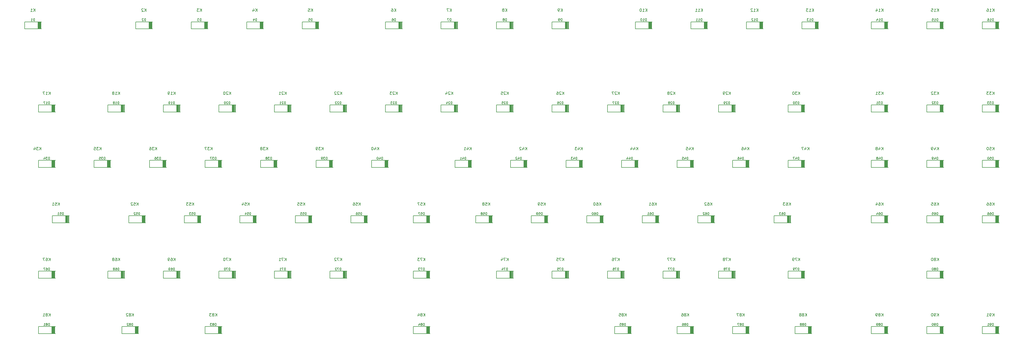
<source format=gbr>
%TF.GenerationSoftware,KiCad,Pcbnew,7.0.6*%
%TF.CreationDate,2023-10-21T08:39:51-04:00*%
%TF.ProjectId,mecmec,6d65636d-6563-42e6-9b69-6361645f7063,rev?*%
%TF.SameCoordinates,Original*%
%TF.FileFunction,Legend,Bot*%
%TF.FilePolarity,Positive*%
%FSLAX46Y46*%
G04 Gerber Fmt 4.6, Leading zero omitted, Abs format (unit mm)*
G04 Created by KiCad (PCBNEW 7.0.6) date 2023-10-21 08:39:51*
%MOMM*%
%LPD*%
G01*
G04 APERTURE LIST*
%ADD10C,0.200000*%
%ADD11C,0.150000*%
G04 APERTURE END LIST*
D10*
X358401785Y-80970219D02*
X358401785Y-79970219D01*
X357830357Y-80970219D02*
X358258928Y-80398790D01*
X357830357Y-79970219D02*
X358401785Y-80541647D01*
X356925595Y-79970219D02*
X357401785Y-79970219D01*
X357401785Y-79970219D02*
X357449404Y-80446409D01*
X357449404Y-80446409D02*
X357401785Y-80398790D01*
X357401785Y-80398790D02*
X357306547Y-80351171D01*
X357306547Y-80351171D02*
X357068452Y-80351171D01*
X357068452Y-80351171D02*
X356973214Y-80398790D01*
X356973214Y-80398790D02*
X356925595Y-80446409D01*
X356925595Y-80446409D02*
X356877976Y-80541647D01*
X356877976Y-80541647D02*
X356877976Y-80779742D01*
X356877976Y-80779742D02*
X356925595Y-80874980D01*
X356925595Y-80874980D02*
X356973214Y-80922600D01*
X356973214Y-80922600D02*
X357068452Y-80970219D01*
X357068452Y-80970219D02*
X357306547Y-80970219D01*
X357306547Y-80970219D02*
X357401785Y-80922600D01*
X357401785Y-80922600D02*
X357449404Y-80874980D01*
X356258928Y-79970219D02*
X356163690Y-79970219D01*
X356163690Y-79970219D02*
X356068452Y-80017838D01*
X356068452Y-80017838D02*
X356020833Y-80065457D01*
X356020833Y-80065457D02*
X355973214Y-80160695D01*
X355973214Y-80160695D02*
X355925595Y-80351171D01*
X355925595Y-80351171D02*
X355925595Y-80589266D01*
X355925595Y-80589266D02*
X355973214Y-80779742D01*
X355973214Y-80779742D02*
X356020833Y-80874980D01*
X356020833Y-80874980D02*
X356068452Y-80922600D01*
X356068452Y-80922600D02*
X356163690Y-80970219D01*
X356163690Y-80970219D02*
X356258928Y-80970219D01*
X356258928Y-80970219D02*
X356354166Y-80922600D01*
X356354166Y-80922600D02*
X356401785Y-80874980D01*
X356401785Y-80874980D02*
X356449404Y-80779742D01*
X356449404Y-80779742D02*
X356497023Y-80589266D01*
X356497023Y-80589266D02*
X356497023Y-80351171D01*
X356497023Y-80351171D02*
X356449404Y-80160695D01*
X356449404Y-80160695D02*
X356401785Y-80065457D01*
X356401785Y-80065457D02*
X356354166Y-80017838D01*
X356354166Y-80017838D02*
X356258928Y-79970219D01*
X320301785Y-138120219D02*
X320301785Y-137120219D01*
X319730357Y-138120219D02*
X320158928Y-137548790D01*
X319730357Y-137120219D02*
X320301785Y-137691647D01*
X319158928Y-137548790D02*
X319254166Y-137501171D01*
X319254166Y-137501171D02*
X319301785Y-137453552D01*
X319301785Y-137453552D02*
X319349404Y-137358314D01*
X319349404Y-137358314D02*
X319349404Y-137310695D01*
X319349404Y-137310695D02*
X319301785Y-137215457D01*
X319301785Y-137215457D02*
X319254166Y-137167838D01*
X319254166Y-137167838D02*
X319158928Y-137120219D01*
X319158928Y-137120219D02*
X318968452Y-137120219D01*
X318968452Y-137120219D02*
X318873214Y-137167838D01*
X318873214Y-137167838D02*
X318825595Y-137215457D01*
X318825595Y-137215457D02*
X318777976Y-137310695D01*
X318777976Y-137310695D02*
X318777976Y-137358314D01*
X318777976Y-137358314D02*
X318825595Y-137453552D01*
X318825595Y-137453552D02*
X318873214Y-137501171D01*
X318873214Y-137501171D02*
X318968452Y-137548790D01*
X318968452Y-137548790D02*
X319158928Y-137548790D01*
X319158928Y-137548790D02*
X319254166Y-137596409D01*
X319254166Y-137596409D02*
X319301785Y-137644028D01*
X319301785Y-137644028D02*
X319349404Y-137739266D01*
X319349404Y-137739266D02*
X319349404Y-137929742D01*
X319349404Y-137929742D02*
X319301785Y-138024980D01*
X319301785Y-138024980D02*
X319254166Y-138072600D01*
X319254166Y-138072600D02*
X319158928Y-138120219D01*
X319158928Y-138120219D02*
X318968452Y-138120219D01*
X318968452Y-138120219D02*
X318873214Y-138072600D01*
X318873214Y-138072600D02*
X318825595Y-138024980D01*
X318825595Y-138024980D02*
X318777976Y-137929742D01*
X318777976Y-137929742D02*
X318777976Y-137739266D01*
X318777976Y-137739266D02*
X318825595Y-137644028D01*
X318825595Y-137644028D02*
X318873214Y-137596409D01*
X318873214Y-137596409D02*
X318968452Y-137548790D01*
X318301785Y-138120219D02*
X318111309Y-138120219D01*
X318111309Y-138120219D02*
X318016071Y-138072600D01*
X318016071Y-138072600D02*
X317968452Y-138024980D01*
X317968452Y-138024980D02*
X317873214Y-137882123D01*
X317873214Y-137882123D02*
X317825595Y-137691647D01*
X317825595Y-137691647D02*
X317825595Y-137310695D01*
X317825595Y-137310695D02*
X317873214Y-137215457D01*
X317873214Y-137215457D02*
X317920833Y-137167838D01*
X317920833Y-137167838D02*
X318016071Y-137120219D01*
X318016071Y-137120219D02*
X318206547Y-137120219D01*
X318206547Y-137120219D02*
X318301785Y-137167838D01*
X318301785Y-137167838D02*
X318349404Y-137215457D01*
X318349404Y-137215457D02*
X318397023Y-137310695D01*
X318397023Y-137310695D02*
X318397023Y-137548790D01*
X318397023Y-137548790D02*
X318349404Y-137644028D01*
X318349404Y-137644028D02*
X318301785Y-137691647D01*
X318301785Y-137691647D02*
X318206547Y-137739266D01*
X318206547Y-137739266D02*
X318016071Y-137739266D01*
X318016071Y-137739266D02*
X317920833Y-137691647D01*
X317920833Y-137691647D02*
X317873214Y-137644028D01*
X317873214Y-137644028D02*
X317825595Y-137548790D01*
X34551785Y-138120219D02*
X34551785Y-137120219D01*
X33980357Y-138120219D02*
X34408928Y-137548790D01*
X33980357Y-137120219D02*
X34551785Y-137691647D01*
X33408928Y-137548790D02*
X33504166Y-137501171D01*
X33504166Y-137501171D02*
X33551785Y-137453552D01*
X33551785Y-137453552D02*
X33599404Y-137358314D01*
X33599404Y-137358314D02*
X33599404Y-137310695D01*
X33599404Y-137310695D02*
X33551785Y-137215457D01*
X33551785Y-137215457D02*
X33504166Y-137167838D01*
X33504166Y-137167838D02*
X33408928Y-137120219D01*
X33408928Y-137120219D02*
X33218452Y-137120219D01*
X33218452Y-137120219D02*
X33123214Y-137167838D01*
X33123214Y-137167838D02*
X33075595Y-137215457D01*
X33075595Y-137215457D02*
X33027976Y-137310695D01*
X33027976Y-137310695D02*
X33027976Y-137358314D01*
X33027976Y-137358314D02*
X33075595Y-137453552D01*
X33075595Y-137453552D02*
X33123214Y-137501171D01*
X33123214Y-137501171D02*
X33218452Y-137548790D01*
X33218452Y-137548790D02*
X33408928Y-137548790D01*
X33408928Y-137548790D02*
X33504166Y-137596409D01*
X33504166Y-137596409D02*
X33551785Y-137644028D01*
X33551785Y-137644028D02*
X33599404Y-137739266D01*
X33599404Y-137739266D02*
X33599404Y-137929742D01*
X33599404Y-137929742D02*
X33551785Y-138024980D01*
X33551785Y-138024980D02*
X33504166Y-138072600D01*
X33504166Y-138072600D02*
X33408928Y-138120219D01*
X33408928Y-138120219D02*
X33218452Y-138120219D01*
X33218452Y-138120219D02*
X33123214Y-138072600D01*
X33123214Y-138072600D02*
X33075595Y-138024980D01*
X33075595Y-138024980D02*
X33027976Y-137929742D01*
X33027976Y-137929742D02*
X33027976Y-137739266D01*
X33027976Y-137739266D02*
X33075595Y-137644028D01*
X33075595Y-137644028D02*
X33123214Y-137596409D01*
X33123214Y-137596409D02*
X33218452Y-137548790D01*
X32075595Y-138120219D02*
X32647023Y-138120219D01*
X32361309Y-138120219D02*
X32361309Y-137120219D01*
X32361309Y-137120219D02*
X32456547Y-137263076D01*
X32456547Y-137263076D02*
X32551785Y-137358314D01*
X32551785Y-137358314D02*
X32647023Y-137405933D01*
D11*
X210521428Y-122262295D02*
X210521428Y-121462295D01*
X210521428Y-121462295D02*
X210330952Y-121462295D01*
X210330952Y-121462295D02*
X210216666Y-121500390D01*
X210216666Y-121500390D02*
X210140476Y-121576580D01*
X210140476Y-121576580D02*
X210102381Y-121652771D01*
X210102381Y-121652771D02*
X210064285Y-121805152D01*
X210064285Y-121805152D02*
X210064285Y-121919438D01*
X210064285Y-121919438D02*
X210102381Y-122071819D01*
X210102381Y-122071819D02*
X210140476Y-122148009D01*
X210140476Y-122148009D02*
X210216666Y-122224200D01*
X210216666Y-122224200D02*
X210330952Y-122262295D01*
X210330952Y-122262295D02*
X210521428Y-122262295D01*
X209797619Y-121462295D02*
X209264285Y-121462295D01*
X209264285Y-121462295D02*
X209607143Y-122262295D01*
X208578571Y-121462295D02*
X208959523Y-121462295D01*
X208959523Y-121462295D02*
X208997619Y-121843247D01*
X208997619Y-121843247D02*
X208959523Y-121805152D01*
X208959523Y-121805152D02*
X208883333Y-121767057D01*
X208883333Y-121767057D02*
X208692857Y-121767057D01*
X208692857Y-121767057D02*
X208616666Y-121805152D01*
X208616666Y-121805152D02*
X208578571Y-121843247D01*
X208578571Y-121843247D02*
X208540476Y-121919438D01*
X208540476Y-121919438D02*
X208540476Y-122109914D01*
X208540476Y-122109914D02*
X208578571Y-122186104D01*
X208578571Y-122186104D02*
X208616666Y-122224200D01*
X208616666Y-122224200D02*
X208692857Y-122262295D01*
X208692857Y-122262295D02*
X208883333Y-122262295D01*
X208883333Y-122262295D02*
X208959523Y-122224200D01*
X208959523Y-122224200D02*
X208997619Y-122186104D01*
D10*
X277439285Y-33345219D02*
X277439285Y-32345219D01*
X276867857Y-33345219D02*
X277296428Y-32773790D01*
X276867857Y-32345219D02*
X277439285Y-32916647D01*
X275915476Y-33345219D02*
X276486904Y-33345219D01*
X276201190Y-33345219D02*
X276201190Y-32345219D01*
X276201190Y-32345219D02*
X276296428Y-32488076D01*
X276296428Y-32488076D02*
X276391666Y-32583314D01*
X276391666Y-32583314D02*
X276486904Y-32630933D01*
X275534523Y-32440457D02*
X275486904Y-32392838D01*
X275486904Y-32392838D02*
X275391666Y-32345219D01*
X275391666Y-32345219D02*
X275153571Y-32345219D01*
X275153571Y-32345219D02*
X275058333Y-32392838D01*
X275058333Y-32392838D02*
X275010714Y-32440457D01*
X275010714Y-32440457D02*
X274963095Y-32535695D01*
X274963095Y-32535695D02*
X274963095Y-32630933D01*
X274963095Y-32630933D02*
X275010714Y-32773790D01*
X275010714Y-32773790D02*
X275582142Y-33345219D01*
X275582142Y-33345219D02*
X274963095Y-33345219D01*
D11*
X77171428Y-122262295D02*
X77171428Y-121462295D01*
X77171428Y-121462295D02*
X76980952Y-121462295D01*
X76980952Y-121462295D02*
X76866666Y-121500390D01*
X76866666Y-121500390D02*
X76790476Y-121576580D01*
X76790476Y-121576580D02*
X76752381Y-121652771D01*
X76752381Y-121652771D02*
X76714285Y-121805152D01*
X76714285Y-121805152D02*
X76714285Y-121919438D01*
X76714285Y-121919438D02*
X76752381Y-122071819D01*
X76752381Y-122071819D02*
X76790476Y-122148009D01*
X76790476Y-122148009D02*
X76866666Y-122224200D01*
X76866666Y-122224200D02*
X76980952Y-122262295D01*
X76980952Y-122262295D02*
X77171428Y-122262295D01*
X76028571Y-121462295D02*
X76180952Y-121462295D01*
X76180952Y-121462295D02*
X76257143Y-121500390D01*
X76257143Y-121500390D02*
X76295238Y-121538485D01*
X76295238Y-121538485D02*
X76371428Y-121652771D01*
X76371428Y-121652771D02*
X76409524Y-121805152D01*
X76409524Y-121805152D02*
X76409524Y-122109914D01*
X76409524Y-122109914D02*
X76371428Y-122186104D01*
X76371428Y-122186104D02*
X76333333Y-122224200D01*
X76333333Y-122224200D02*
X76257143Y-122262295D01*
X76257143Y-122262295D02*
X76104762Y-122262295D01*
X76104762Y-122262295D02*
X76028571Y-122224200D01*
X76028571Y-122224200D02*
X75990476Y-122186104D01*
X75990476Y-122186104D02*
X75952381Y-122109914D01*
X75952381Y-122109914D02*
X75952381Y-121919438D01*
X75952381Y-121919438D02*
X75990476Y-121843247D01*
X75990476Y-121843247D02*
X76028571Y-121805152D01*
X76028571Y-121805152D02*
X76104762Y-121767057D01*
X76104762Y-121767057D02*
X76257143Y-121767057D01*
X76257143Y-121767057D02*
X76333333Y-121805152D01*
X76333333Y-121805152D02*
X76371428Y-121843247D01*
X76371428Y-121843247D02*
X76409524Y-121919438D01*
X75571428Y-122262295D02*
X75419047Y-122262295D01*
X75419047Y-122262295D02*
X75342857Y-122224200D01*
X75342857Y-122224200D02*
X75304761Y-122186104D01*
X75304761Y-122186104D02*
X75228571Y-122071819D01*
X75228571Y-122071819D02*
X75190476Y-121919438D01*
X75190476Y-121919438D02*
X75190476Y-121614676D01*
X75190476Y-121614676D02*
X75228571Y-121538485D01*
X75228571Y-121538485D02*
X75266666Y-121500390D01*
X75266666Y-121500390D02*
X75342857Y-121462295D01*
X75342857Y-121462295D02*
X75495238Y-121462295D01*
X75495238Y-121462295D02*
X75571428Y-121500390D01*
X75571428Y-121500390D02*
X75609523Y-121538485D01*
X75609523Y-121538485D02*
X75647619Y-121614676D01*
X75647619Y-121614676D02*
X75647619Y-121805152D01*
X75647619Y-121805152D02*
X75609523Y-121881342D01*
X75609523Y-121881342D02*
X75571428Y-121919438D01*
X75571428Y-121919438D02*
X75495238Y-121957533D01*
X75495238Y-121957533D02*
X75342857Y-121957533D01*
X75342857Y-121957533D02*
X75266666Y-121919438D01*
X75266666Y-121919438D02*
X75228571Y-121881342D01*
X75228571Y-121881342D02*
X75190476Y-121805152D01*
X358158928Y-84162295D02*
X358158928Y-83362295D01*
X358158928Y-83362295D02*
X357968452Y-83362295D01*
X357968452Y-83362295D02*
X357854166Y-83400390D01*
X357854166Y-83400390D02*
X357777976Y-83476580D01*
X357777976Y-83476580D02*
X357739881Y-83552771D01*
X357739881Y-83552771D02*
X357701785Y-83705152D01*
X357701785Y-83705152D02*
X357701785Y-83819438D01*
X357701785Y-83819438D02*
X357739881Y-83971819D01*
X357739881Y-83971819D02*
X357777976Y-84048009D01*
X357777976Y-84048009D02*
X357854166Y-84124200D01*
X357854166Y-84124200D02*
X357968452Y-84162295D01*
X357968452Y-84162295D02*
X358158928Y-84162295D01*
X356977976Y-83362295D02*
X357358928Y-83362295D01*
X357358928Y-83362295D02*
X357397024Y-83743247D01*
X357397024Y-83743247D02*
X357358928Y-83705152D01*
X357358928Y-83705152D02*
X357282738Y-83667057D01*
X357282738Y-83667057D02*
X357092262Y-83667057D01*
X357092262Y-83667057D02*
X357016071Y-83705152D01*
X357016071Y-83705152D02*
X356977976Y-83743247D01*
X356977976Y-83743247D02*
X356939881Y-83819438D01*
X356939881Y-83819438D02*
X356939881Y-84009914D01*
X356939881Y-84009914D02*
X356977976Y-84086104D01*
X356977976Y-84086104D02*
X357016071Y-84124200D01*
X357016071Y-84124200D02*
X357092262Y-84162295D01*
X357092262Y-84162295D02*
X357282738Y-84162295D01*
X357282738Y-84162295D02*
X357358928Y-84124200D01*
X357358928Y-84124200D02*
X357397024Y-84086104D01*
X356444642Y-83362295D02*
X356368452Y-83362295D01*
X356368452Y-83362295D02*
X356292261Y-83400390D01*
X356292261Y-83400390D02*
X356254166Y-83438485D01*
X356254166Y-83438485D02*
X356216071Y-83514676D01*
X356216071Y-83514676D02*
X356177976Y-83667057D01*
X356177976Y-83667057D02*
X356177976Y-83857533D01*
X356177976Y-83857533D02*
X356216071Y-84009914D01*
X356216071Y-84009914D02*
X356254166Y-84086104D01*
X356254166Y-84086104D02*
X356292261Y-84124200D01*
X356292261Y-84124200D02*
X356368452Y-84162295D01*
X356368452Y-84162295D02*
X356444642Y-84162295D01*
X356444642Y-84162295D02*
X356520833Y-84124200D01*
X356520833Y-84124200D02*
X356558928Y-84086104D01*
X356558928Y-84086104D02*
X356597023Y-84009914D01*
X356597023Y-84009914D02*
X356635119Y-83857533D01*
X356635119Y-83857533D02*
X356635119Y-83667057D01*
X356635119Y-83667057D02*
X356597023Y-83514676D01*
X356597023Y-83514676D02*
X356558928Y-83438485D01*
X356558928Y-83438485D02*
X356520833Y-83400390D01*
X356520833Y-83400390D02*
X356444642Y-83362295D01*
X96221428Y-65112295D02*
X96221428Y-64312295D01*
X96221428Y-64312295D02*
X96030952Y-64312295D01*
X96030952Y-64312295D02*
X95916666Y-64350390D01*
X95916666Y-64350390D02*
X95840476Y-64426580D01*
X95840476Y-64426580D02*
X95802381Y-64502771D01*
X95802381Y-64502771D02*
X95764285Y-64655152D01*
X95764285Y-64655152D02*
X95764285Y-64769438D01*
X95764285Y-64769438D02*
X95802381Y-64921819D01*
X95802381Y-64921819D02*
X95840476Y-64998009D01*
X95840476Y-64998009D02*
X95916666Y-65074200D01*
X95916666Y-65074200D02*
X96030952Y-65112295D01*
X96030952Y-65112295D02*
X96221428Y-65112295D01*
X95459524Y-64388485D02*
X95421428Y-64350390D01*
X95421428Y-64350390D02*
X95345238Y-64312295D01*
X95345238Y-64312295D02*
X95154762Y-64312295D01*
X95154762Y-64312295D02*
X95078571Y-64350390D01*
X95078571Y-64350390D02*
X95040476Y-64388485D01*
X95040476Y-64388485D02*
X95002381Y-64464676D01*
X95002381Y-64464676D02*
X95002381Y-64540866D01*
X95002381Y-64540866D02*
X95040476Y-64655152D01*
X95040476Y-64655152D02*
X95497619Y-65112295D01*
X95497619Y-65112295D02*
X95002381Y-65112295D01*
X94507142Y-64312295D02*
X94430952Y-64312295D01*
X94430952Y-64312295D02*
X94354761Y-64350390D01*
X94354761Y-64350390D02*
X94316666Y-64388485D01*
X94316666Y-64388485D02*
X94278571Y-64464676D01*
X94278571Y-64464676D02*
X94240476Y-64617057D01*
X94240476Y-64617057D02*
X94240476Y-64807533D01*
X94240476Y-64807533D02*
X94278571Y-64959914D01*
X94278571Y-64959914D02*
X94316666Y-65036104D01*
X94316666Y-65036104D02*
X94354761Y-65074200D01*
X94354761Y-65074200D02*
X94430952Y-65112295D01*
X94430952Y-65112295D02*
X94507142Y-65112295D01*
X94507142Y-65112295D02*
X94583333Y-65074200D01*
X94583333Y-65074200D02*
X94621428Y-65036104D01*
X94621428Y-65036104D02*
X94659523Y-64959914D01*
X94659523Y-64959914D02*
X94697619Y-64807533D01*
X94697619Y-64807533D02*
X94697619Y-64617057D01*
X94697619Y-64617057D02*
X94659523Y-64464676D01*
X94659523Y-64464676D02*
X94621428Y-64388485D01*
X94621428Y-64388485D02*
X94583333Y-64350390D01*
X94583333Y-64350390D02*
X94507142Y-64312295D01*
D10*
X296489285Y-33345219D02*
X296489285Y-32345219D01*
X295917857Y-33345219D02*
X296346428Y-32773790D01*
X295917857Y-32345219D02*
X296489285Y-32916647D01*
X294965476Y-33345219D02*
X295536904Y-33345219D01*
X295251190Y-33345219D02*
X295251190Y-32345219D01*
X295251190Y-32345219D02*
X295346428Y-32488076D01*
X295346428Y-32488076D02*
X295441666Y-32583314D01*
X295441666Y-32583314D02*
X295536904Y-32630933D01*
X294632142Y-32345219D02*
X294013095Y-32345219D01*
X294013095Y-32345219D02*
X294346428Y-32726171D01*
X294346428Y-32726171D02*
X294203571Y-32726171D01*
X294203571Y-32726171D02*
X294108333Y-32773790D01*
X294108333Y-32773790D02*
X294060714Y-32821409D01*
X294060714Y-32821409D02*
X294013095Y-32916647D01*
X294013095Y-32916647D02*
X294013095Y-33154742D01*
X294013095Y-33154742D02*
X294060714Y-33249980D01*
X294060714Y-33249980D02*
X294108333Y-33297600D01*
X294108333Y-33297600D02*
X294203571Y-33345219D01*
X294203571Y-33345219D02*
X294489285Y-33345219D01*
X294489285Y-33345219D02*
X294584523Y-33297600D01*
X294584523Y-33297600D02*
X294632142Y-33249980D01*
D11*
X203377678Y-103212295D02*
X203377678Y-102412295D01*
X203377678Y-102412295D02*
X203187202Y-102412295D01*
X203187202Y-102412295D02*
X203072916Y-102450390D01*
X203072916Y-102450390D02*
X202996726Y-102526580D01*
X202996726Y-102526580D02*
X202958631Y-102602771D01*
X202958631Y-102602771D02*
X202920535Y-102755152D01*
X202920535Y-102755152D02*
X202920535Y-102869438D01*
X202920535Y-102869438D02*
X202958631Y-103021819D01*
X202958631Y-103021819D02*
X202996726Y-103098009D01*
X202996726Y-103098009D02*
X203072916Y-103174200D01*
X203072916Y-103174200D02*
X203187202Y-103212295D01*
X203187202Y-103212295D02*
X203377678Y-103212295D01*
X202196726Y-102412295D02*
X202577678Y-102412295D01*
X202577678Y-102412295D02*
X202615774Y-102793247D01*
X202615774Y-102793247D02*
X202577678Y-102755152D01*
X202577678Y-102755152D02*
X202501488Y-102717057D01*
X202501488Y-102717057D02*
X202311012Y-102717057D01*
X202311012Y-102717057D02*
X202234821Y-102755152D01*
X202234821Y-102755152D02*
X202196726Y-102793247D01*
X202196726Y-102793247D02*
X202158631Y-102869438D01*
X202158631Y-102869438D02*
X202158631Y-103059914D01*
X202158631Y-103059914D02*
X202196726Y-103136104D01*
X202196726Y-103136104D02*
X202234821Y-103174200D01*
X202234821Y-103174200D02*
X202311012Y-103212295D01*
X202311012Y-103212295D02*
X202501488Y-103212295D01*
X202501488Y-103212295D02*
X202577678Y-103174200D01*
X202577678Y-103174200D02*
X202615774Y-103136104D01*
X201777678Y-103212295D02*
X201625297Y-103212295D01*
X201625297Y-103212295D02*
X201549107Y-103174200D01*
X201549107Y-103174200D02*
X201511011Y-103136104D01*
X201511011Y-103136104D02*
X201434821Y-103021819D01*
X201434821Y-103021819D02*
X201396726Y-102869438D01*
X201396726Y-102869438D02*
X201396726Y-102564676D01*
X201396726Y-102564676D02*
X201434821Y-102488485D01*
X201434821Y-102488485D02*
X201472916Y-102450390D01*
X201472916Y-102450390D02*
X201549107Y-102412295D01*
X201549107Y-102412295D02*
X201701488Y-102412295D01*
X201701488Y-102412295D02*
X201777678Y-102450390D01*
X201777678Y-102450390D02*
X201815773Y-102488485D01*
X201815773Y-102488485D02*
X201853869Y-102564676D01*
X201853869Y-102564676D02*
X201853869Y-102755152D01*
X201853869Y-102755152D02*
X201815773Y-102831342D01*
X201815773Y-102831342D02*
X201777678Y-102869438D01*
X201777678Y-102869438D02*
X201701488Y-102907533D01*
X201701488Y-102907533D02*
X201549107Y-102907533D01*
X201549107Y-102907533D02*
X201472916Y-102869438D01*
X201472916Y-102869438D02*
X201434821Y-102831342D01*
X201434821Y-102831342D02*
X201396726Y-102755152D01*
D10*
X128214285Y-80970219D02*
X128214285Y-79970219D01*
X127642857Y-80970219D02*
X128071428Y-80398790D01*
X127642857Y-79970219D02*
X128214285Y-80541647D01*
X127309523Y-79970219D02*
X126690476Y-79970219D01*
X126690476Y-79970219D02*
X127023809Y-80351171D01*
X127023809Y-80351171D02*
X126880952Y-80351171D01*
X126880952Y-80351171D02*
X126785714Y-80398790D01*
X126785714Y-80398790D02*
X126738095Y-80446409D01*
X126738095Y-80446409D02*
X126690476Y-80541647D01*
X126690476Y-80541647D02*
X126690476Y-80779742D01*
X126690476Y-80779742D02*
X126738095Y-80874980D01*
X126738095Y-80874980D02*
X126785714Y-80922600D01*
X126785714Y-80922600D02*
X126880952Y-80970219D01*
X126880952Y-80970219D02*
X127166666Y-80970219D01*
X127166666Y-80970219D02*
X127261904Y-80922600D01*
X127261904Y-80922600D02*
X127309523Y-80874980D01*
X126214285Y-80970219D02*
X126023809Y-80970219D01*
X126023809Y-80970219D02*
X125928571Y-80922600D01*
X125928571Y-80922600D02*
X125880952Y-80874980D01*
X125880952Y-80874980D02*
X125785714Y-80732123D01*
X125785714Y-80732123D02*
X125738095Y-80541647D01*
X125738095Y-80541647D02*
X125738095Y-80160695D01*
X125738095Y-80160695D02*
X125785714Y-80065457D01*
X125785714Y-80065457D02*
X125833333Y-80017838D01*
X125833333Y-80017838D02*
X125928571Y-79970219D01*
X125928571Y-79970219D02*
X126119047Y-79970219D01*
X126119047Y-79970219D02*
X126214285Y-80017838D01*
X126214285Y-80017838D02*
X126261904Y-80065457D01*
X126261904Y-80065457D02*
X126309523Y-80160695D01*
X126309523Y-80160695D02*
X126309523Y-80398790D01*
X126309523Y-80398790D02*
X126261904Y-80494028D01*
X126261904Y-80494028D02*
X126214285Y-80541647D01*
X126214285Y-80541647D02*
X126119047Y-80589266D01*
X126119047Y-80589266D02*
X125928571Y-80589266D01*
X125928571Y-80589266D02*
X125833333Y-80541647D01*
X125833333Y-80541647D02*
X125785714Y-80494028D01*
X125785714Y-80494028D02*
X125738095Y-80398790D01*
X320301785Y-80970219D02*
X320301785Y-79970219D01*
X319730357Y-80970219D02*
X320158928Y-80398790D01*
X319730357Y-79970219D02*
X320301785Y-80541647D01*
X318873214Y-80303552D02*
X318873214Y-80970219D01*
X319111309Y-79922600D02*
X319349404Y-80636885D01*
X319349404Y-80636885D02*
X318730357Y-80636885D01*
X318206547Y-80398790D02*
X318301785Y-80351171D01*
X318301785Y-80351171D02*
X318349404Y-80303552D01*
X318349404Y-80303552D02*
X318397023Y-80208314D01*
X318397023Y-80208314D02*
X318397023Y-80160695D01*
X318397023Y-80160695D02*
X318349404Y-80065457D01*
X318349404Y-80065457D02*
X318301785Y-80017838D01*
X318301785Y-80017838D02*
X318206547Y-79970219D01*
X318206547Y-79970219D02*
X318016071Y-79970219D01*
X318016071Y-79970219D02*
X317920833Y-80017838D01*
X317920833Y-80017838D02*
X317873214Y-80065457D01*
X317873214Y-80065457D02*
X317825595Y-80160695D01*
X317825595Y-80160695D02*
X317825595Y-80208314D01*
X317825595Y-80208314D02*
X317873214Y-80303552D01*
X317873214Y-80303552D02*
X317920833Y-80351171D01*
X317920833Y-80351171D02*
X318016071Y-80398790D01*
X318016071Y-80398790D02*
X318206547Y-80398790D01*
X318206547Y-80398790D02*
X318301785Y-80446409D01*
X318301785Y-80446409D02*
X318349404Y-80494028D01*
X318349404Y-80494028D02*
X318397023Y-80589266D01*
X318397023Y-80589266D02*
X318397023Y-80779742D01*
X318397023Y-80779742D02*
X318349404Y-80874980D01*
X318349404Y-80874980D02*
X318301785Y-80922600D01*
X318301785Y-80922600D02*
X318206547Y-80970219D01*
X318206547Y-80970219D02*
X318016071Y-80970219D01*
X318016071Y-80970219D02*
X317920833Y-80922600D01*
X317920833Y-80922600D02*
X317873214Y-80874980D01*
X317873214Y-80874980D02*
X317825595Y-80779742D01*
X317825595Y-80779742D02*
X317825595Y-80589266D01*
X317825595Y-80589266D02*
X317873214Y-80494028D01*
X317873214Y-80494028D02*
X317920833Y-80446409D01*
X317920833Y-80446409D02*
X318016071Y-80398790D01*
D11*
X210140475Y-36537295D02*
X210140475Y-35737295D01*
X210140475Y-35737295D02*
X209949999Y-35737295D01*
X209949999Y-35737295D02*
X209835713Y-35775390D01*
X209835713Y-35775390D02*
X209759523Y-35851580D01*
X209759523Y-35851580D02*
X209721428Y-35927771D01*
X209721428Y-35927771D02*
X209683332Y-36080152D01*
X209683332Y-36080152D02*
X209683332Y-36194438D01*
X209683332Y-36194438D02*
X209721428Y-36346819D01*
X209721428Y-36346819D02*
X209759523Y-36423009D01*
X209759523Y-36423009D02*
X209835713Y-36499200D01*
X209835713Y-36499200D02*
X209949999Y-36537295D01*
X209949999Y-36537295D02*
X210140475Y-36537295D01*
X209302380Y-36537295D02*
X209149999Y-36537295D01*
X209149999Y-36537295D02*
X209073809Y-36499200D01*
X209073809Y-36499200D02*
X209035713Y-36461104D01*
X209035713Y-36461104D02*
X208959523Y-36346819D01*
X208959523Y-36346819D02*
X208921428Y-36194438D01*
X208921428Y-36194438D02*
X208921428Y-35889676D01*
X208921428Y-35889676D02*
X208959523Y-35813485D01*
X208959523Y-35813485D02*
X208997618Y-35775390D01*
X208997618Y-35775390D02*
X209073809Y-35737295D01*
X209073809Y-35737295D02*
X209226190Y-35737295D01*
X209226190Y-35737295D02*
X209302380Y-35775390D01*
X209302380Y-35775390D02*
X209340475Y-35813485D01*
X209340475Y-35813485D02*
X209378571Y-35889676D01*
X209378571Y-35889676D02*
X209378571Y-36080152D01*
X209378571Y-36080152D02*
X209340475Y-36156342D01*
X209340475Y-36156342D02*
X209302380Y-36194438D01*
X209302380Y-36194438D02*
X209226190Y-36232533D01*
X209226190Y-36232533D02*
X209073809Y-36232533D01*
X209073809Y-36232533D02*
X208997618Y-36194438D01*
X208997618Y-36194438D02*
X208959523Y-36156342D01*
X208959523Y-36156342D02*
X208921428Y-36080152D01*
D10*
X339351785Y-138120219D02*
X339351785Y-137120219D01*
X338780357Y-138120219D02*
X339208928Y-137548790D01*
X338780357Y-137120219D02*
X339351785Y-137691647D01*
X338304166Y-138120219D02*
X338113690Y-138120219D01*
X338113690Y-138120219D02*
X338018452Y-138072600D01*
X338018452Y-138072600D02*
X337970833Y-138024980D01*
X337970833Y-138024980D02*
X337875595Y-137882123D01*
X337875595Y-137882123D02*
X337827976Y-137691647D01*
X337827976Y-137691647D02*
X337827976Y-137310695D01*
X337827976Y-137310695D02*
X337875595Y-137215457D01*
X337875595Y-137215457D02*
X337923214Y-137167838D01*
X337923214Y-137167838D02*
X338018452Y-137120219D01*
X338018452Y-137120219D02*
X338208928Y-137120219D01*
X338208928Y-137120219D02*
X338304166Y-137167838D01*
X338304166Y-137167838D02*
X338351785Y-137215457D01*
X338351785Y-137215457D02*
X338399404Y-137310695D01*
X338399404Y-137310695D02*
X338399404Y-137548790D01*
X338399404Y-137548790D02*
X338351785Y-137644028D01*
X338351785Y-137644028D02*
X338304166Y-137691647D01*
X338304166Y-137691647D02*
X338208928Y-137739266D01*
X338208928Y-137739266D02*
X338018452Y-137739266D01*
X338018452Y-137739266D02*
X337923214Y-137691647D01*
X337923214Y-137691647D02*
X337875595Y-137644028D01*
X337875595Y-137644028D02*
X337827976Y-137548790D01*
X337208928Y-137120219D02*
X337113690Y-137120219D01*
X337113690Y-137120219D02*
X337018452Y-137167838D01*
X337018452Y-137167838D02*
X336970833Y-137215457D01*
X336970833Y-137215457D02*
X336923214Y-137310695D01*
X336923214Y-137310695D02*
X336875595Y-137501171D01*
X336875595Y-137501171D02*
X336875595Y-137739266D01*
X336875595Y-137739266D02*
X336923214Y-137929742D01*
X336923214Y-137929742D02*
X336970833Y-138024980D01*
X336970833Y-138024980D02*
X337018452Y-138072600D01*
X337018452Y-138072600D02*
X337113690Y-138120219D01*
X337113690Y-138120219D02*
X337208928Y-138120219D01*
X337208928Y-138120219D02*
X337304166Y-138072600D01*
X337304166Y-138072600D02*
X337351785Y-138024980D01*
X337351785Y-138024980D02*
X337399404Y-137929742D01*
X337399404Y-137929742D02*
X337447023Y-137739266D01*
X337447023Y-137739266D02*
X337447023Y-137501171D01*
X337447023Y-137501171D02*
X337399404Y-137310695D01*
X337399404Y-137310695D02*
X337351785Y-137215457D01*
X337351785Y-137215457D02*
X337304166Y-137167838D01*
X337304166Y-137167838D02*
X337208928Y-137120219D01*
D11*
X358158928Y-36537295D02*
X358158928Y-35737295D01*
X358158928Y-35737295D02*
X357968452Y-35737295D01*
X357968452Y-35737295D02*
X357854166Y-35775390D01*
X357854166Y-35775390D02*
X357777976Y-35851580D01*
X357777976Y-35851580D02*
X357739881Y-35927771D01*
X357739881Y-35927771D02*
X357701785Y-36080152D01*
X357701785Y-36080152D02*
X357701785Y-36194438D01*
X357701785Y-36194438D02*
X357739881Y-36346819D01*
X357739881Y-36346819D02*
X357777976Y-36423009D01*
X357777976Y-36423009D02*
X357854166Y-36499200D01*
X357854166Y-36499200D02*
X357968452Y-36537295D01*
X357968452Y-36537295D02*
X358158928Y-36537295D01*
X356939881Y-36537295D02*
X357397024Y-36537295D01*
X357168452Y-36537295D02*
X357168452Y-35737295D01*
X357168452Y-35737295D02*
X357244643Y-35851580D01*
X357244643Y-35851580D02*
X357320833Y-35927771D01*
X357320833Y-35927771D02*
X357397024Y-35965866D01*
X356254166Y-35737295D02*
X356406547Y-35737295D01*
X356406547Y-35737295D02*
X356482738Y-35775390D01*
X356482738Y-35775390D02*
X356520833Y-35813485D01*
X356520833Y-35813485D02*
X356597023Y-35927771D01*
X356597023Y-35927771D02*
X356635119Y-36080152D01*
X356635119Y-36080152D02*
X356635119Y-36384914D01*
X356635119Y-36384914D02*
X356597023Y-36461104D01*
X356597023Y-36461104D02*
X356558928Y-36499200D01*
X356558928Y-36499200D02*
X356482738Y-36537295D01*
X356482738Y-36537295D02*
X356330357Y-36537295D01*
X356330357Y-36537295D02*
X356254166Y-36499200D01*
X356254166Y-36499200D02*
X356216071Y-36461104D01*
X356216071Y-36461104D02*
X356177976Y-36384914D01*
X356177976Y-36384914D02*
X356177976Y-36194438D01*
X356177976Y-36194438D02*
X356216071Y-36118247D01*
X356216071Y-36118247D02*
X356254166Y-36080152D01*
X356254166Y-36080152D02*
X356330357Y-36042057D01*
X356330357Y-36042057D02*
X356482738Y-36042057D01*
X356482738Y-36042057D02*
X356558928Y-36080152D01*
X356558928Y-36080152D02*
X356597023Y-36118247D01*
X356597023Y-36118247D02*
X356635119Y-36194438D01*
X153371428Y-65112295D02*
X153371428Y-64312295D01*
X153371428Y-64312295D02*
X153180952Y-64312295D01*
X153180952Y-64312295D02*
X153066666Y-64350390D01*
X153066666Y-64350390D02*
X152990476Y-64426580D01*
X152990476Y-64426580D02*
X152952381Y-64502771D01*
X152952381Y-64502771D02*
X152914285Y-64655152D01*
X152914285Y-64655152D02*
X152914285Y-64769438D01*
X152914285Y-64769438D02*
X152952381Y-64921819D01*
X152952381Y-64921819D02*
X152990476Y-64998009D01*
X152990476Y-64998009D02*
X153066666Y-65074200D01*
X153066666Y-65074200D02*
X153180952Y-65112295D01*
X153180952Y-65112295D02*
X153371428Y-65112295D01*
X152609524Y-64388485D02*
X152571428Y-64350390D01*
X152571428Y-64350390D02*
X152495238Y-64312295D01*
X152495238Y-64312295D02*
X152304762Y-64312295D01*
X152304762Y-64312295D02*
X152228571Y-64350390D01*
X152228571Y-64350390D02*
X152190476Y-64388485D01*
X152190476Y-64388485D02*
X152152381Y-64464676D01*
X152152381Y-64464676D02*
X152152381Y-64540866D01*
X152152381Y-64540866D02*
X152190476Y-64655152D01*
X152190476Y-64655152D02*
X152647619Y-65112295D01*
X152647619Y-65112295D02*
X152152381Y-65112295D01*
X151885714Y-64312295D02*
X151390476Y-64312295D01*
X151390476Y-64312295D02*
X151657142Y-64617057D01*
X151657142Y-64617057D02*
X151542857Y-64617057D01*
X151542857Y-64617057D02*
X151466666Y-64655152D01*
X151466666Y-64655152D02*
X151428571Y-64693247D01*
X151428571Y-64693247D02*
X151390476Y-64769438D01*
X151390476Y-64769438D02*
X151390476Y-64959914D01*
X151390476Y-64959914D02*
X151428571Y-65036104D01*
X151428571Y-65036104D02*
X151466666Y-65074200D01*
X151466666Y-65074200D02*
X151542857Y-65112295D01*
X151542857Y-65112295D02*
X151771428Y-65112295D01*
X151771428Y-65112295D02*
X151847619Y-65074200D01*
X151847619Y-65074200D02*
X151885714Y-65036104D01*
X172040475Y-36537295D02*
X172040475Y-35737295D01*
X172040475Y-35737295D02*
X171849999Y-35737295D01*
X171849999Y-35737295D02*
X171735713Y-35775390D01*
X171735713Y-35775390D02*
X171659523Y-35851580D01*
X171659523Y-35851580D02*
X171621428Y-35927771D01*
X171621428Y-35927771D02*
X171583332Y-36080152D01*
X171583332Y-36080152D02*
X171583332Y-36194438D01*
X171583332Y-36194438D02*
X171621428Y-36346819D01*
X171621428Y-36346819D02*
X171659523Y-36423009D01*
X171659523Y-36423009D02*
X171735713Y-36499200D01*
X171735713Y-36499200D02*
X171849999Y-36537295D01*
X171849999Y-36537295D02*
X172040475Y-36537295D01*
X171316666Y-35737295D02*
X170783332Y-35737295D01*
X170783332Y-35737295D02*
X171126190Y-36537295D01*
D10*
X258389285Y-33345219D02*
X258389285Y-32345219D01*
X257817857Y-33345219D02*
X258246428Y-32773790D01*
X257817857Y-32345219D02*
X258389285Y-32916647D01*
X256865476Y-33345219D02*
X257436904Y-33345219D01*
X257151190Y-33345219D02*
X257151190Y-32345219D01*
X257151190Y-32345219D02*
X257246428Y-32488076D01*
X257246428Y-32488076D02*
X257341666Y-32583314D01*
X257341666Y-32583314D02*
X257436904Y-32630933D01*
X255913095Y-33345219D02*
X256484523Y-33345219D01*
X256198809Y-33345219D02*
X256198809Y-32345219D01*
X256198809Y-32345219D02*
X256294047Y-32488076D01*
X256294047Y-32488076D02*
X256389285Y-32583314D01*
X256389285Y-32583314D02*
X256484523Y-32630933D01*
X232195535Y-138120219D02*
X232195535Y-137120219D01*
X231624107Y-138120219D02*
X232052678Y-137548790D01*
X231624107Y-137120219D02*
X232195535Y-137691647D01*
X231052678Y-137548790D02*
X231147916Y-137501171D01*
X231147916Y-137501171D02*
X231195535Y-137453552D01*
X231195535Y-137453552D02*
X231243154Y-137358314D01*
X231243154Y-137358314D02*
X231243154Y-137310695D01*
X231243154Y-137310695D02*
X231195535Y-137215457D01*
X231195535Y-137215457D02*
X231147916Y-137167838D01*
X231147916Y-137167838D02*
X231052678Y-137120219D01*
X231052678Y-137120219D02*
X230862202Y-137120219D01*
X230862202Y-137120219D02*
X230766964Y-137167838D01*
X230766964Y-137167838D02*
X230719345Y-137215457D01*
X230719345Y-137215457D02*
X230671726Y-137310695D01*
X230671726Y-137310695D02*
X230671726Y-137358314D01*
X230671726Y-137358314D02*
X230719345Y-137453552D01*
X230719345Y-137453552D02*
X230766964Y-137501171D01*
X230766964Y-137501171D02*
X230862202Y-137548790D01*
X230862202Y-137548790D02*
X231052678Y-137548790D01*
X231052678Y-137548790D02*
X231147916Y-137596409D01*
X231147916Y-137596409D02*
X231195535Y-137644028D01*
X231195535Y-137644028D02*
X231243154Y-137739266D01*
X231243154Y-137739266D02*
X231243154Y-137929742D01*
X231243154Y-137929742D02*
X231195535Y-138024980D01*
X231195535Y-138024980D02*
X231147916Y-138072600D01*
X231147916Y-138072600D02*
X231052678Y-138120219D01*
X231052678Y-138120219D02*
X230862202Y-138120219D01*
X230862202Y-138120219D02*
X230766964Y-138072600D01*
X230766964Y-138072600D02*
X230719345Y-138024980D01*
X230719345Y-138024980D02*
X230671726Y-137929742D01*
X230671726Y-137929742D02*
X230671726Y-137739266D01*
X230671726Y-137739266D02*
X230719345Y-137644028D01*
X230719345Y-137644028D02*
X230766964Y-137596409D01*
X230766964Y-137596409D02*
X230862202Y-137548790D01*
X229766964Y-137120219D02*
X230243154Y-137120219D01*
X230243154Y-137120219D02*
X230290773Y-137596409D01*
X230290773Y-137596409D02*
X230243154Y-137548790D01*
X230243154Y-137548790D02*
X230147916Y-137501171D01*
X230147916Y-137501171D02*
X229909821Y-137501171D01*
X229909821Y-137501171D02*
X229814583Y-137548790D01*
X229814583Y-137548790D02*
X229766964Y-137596409D01*
X229766964Y-137596409D02*
X229719345Y-137691647D01*
X229719345Y-137691647D02*
X229719345Y-137929742D01*
X229719345Y-137929742D02*
X229766964Y-138024980D01*
X229766964Y-138024980D02*
X229814583Y-138072600D01*
X229814583Y-138072600D02*
X229909821Y-138120219D01*
X229909821Y-138120219D02*
X230147916Y-138120219D01*
X230147916Y-138120219D02*
X230243154Y-138072600D01*
X230243154Y-138072600D02*
X230290773Y-138024980D01*
D11*
X134321428Y-65112295D02*
X134321428Y-64312295D01*
X134321428Y-64312295D02*
X134130952Y-64312295D01*
X134130952Y-64312295D02*
X134016666Y-64350390D01*
X134016666Y-64350390D02*
X133940476Y-64426580D01*
X133940476Y-64426580D02*
X133902381Y-64502771D01*
X133902381Y-64502771D02*
X133864285Y-64655152D01*
X133864285Y-64655152D02*
X133864285Y-64769438D01*
X133864285Y-64769438D02*
X133902381Y-64921819D01*
X133902381Y-64921819D02*
X133940476Y-64998009D01*
X133940476Y-64998009D02*
X134016666Y-65074200D01*
X134016666Y-65074200D02*
X134130952Y-65112295D01*
X134130952Y-65112295D02*
X134321428Y-65112295D01*
X133559524Y-64388485D02*
X133521428Y-64350390D01*
X133521428Y-64350390D02*
X133445238Y-64312295D01*
X133445238Y-64312295D02*
X133254762Y-64312295D01*
X133254762Y-64312295D02*
X133178571Y-64350390D01*
X133178571Y-64350390D02*
X133140476Y-64388485D01*
X133140476Y-64388485D02*
X133102381Y-64464676D01*
X133102381Y-64464676D02*
X133102381Y-64540866D01*
X133102381Y-64540866D02*
X133140476Y-64655152D01*
X133140476Y-64655152D02*
X133597619Y-65112295D01*
X133597619Y-65112295D02*
X133102381Y-65112295D01*
X132797619Y-64388485D02*
X132759523Y-64350390D01*
X132759523Y-64350390D02*
X132683333Y-64312295D01*
X132683333Y-64312295D02*
X132492857Y-64312295D01*
X132492857Y-64312295D02*
X132416666Y-64350390D01*
X132416666Y-64350390D02*
X132378571Y-64388485D01*
X132378571Y-64388485D02*
X132340476Y-64464676D01*
X132340476Y-64464676D02*
X132340476Y-64540866D01*
X132340476Y-64540866D02*
X132378571Y-64655152D01*
X132378571Y-64655152D02*
X132835714Y-65112295D01*
X132835714Y-65112295D02*
X132340476Y-65112295D01*
D10*
X163139285Y-100020219D02*
X163139285Y-99020219D01*
X162567857Y-100020219D02*
X162996428Y-99448790D01*
X162567857Y-99020219D02*
X163139285Y-99591647D01*
X161663095Y-99020219D02*
X162139285Y-99020219D01*
X162139285Y-99020219D02*
X162186904Y-99496409D01*
X162186904Y-99496409D02*
X162139285Y-99448790D01*
X162139285Y-99448790D02*
X162044047Y-99401171D01*
X162044047Y-99401171D02*
X161805952Y-99401171D01*
X161805952Y-99401171D02*
X161710714Y-99448790D01*
X161710714Y-99448790D02*
X161663095Y-99496409D01*
X161663095Y-99496409D02*
X161615476Y-99591647D01*
X161615476Y-99591647D02*
X161615476Y-99829742D01*
X161615476Y-99829742D02*
X161663095Y-99924980D01*
X161663095Y-99924980D02*
X161710714Y-99972600D01*
X161710714Y-99972600D02*
X161805952Y-100020219D01*
X161805952Y-100020219D02*
X162044047Y-100020219D01*
X162044047Y-100020219D02*
X162139285Y-99972600D01*
X162139285Y-99972600D02*
X162186904Y-99924980D01*
X161282142Y-99020219D02*
X160615476Y-99020219D01*
X160615476Y-99020219D02*
X161044047Y-100020219D01*
D11*
X141465178Y-103212295D02*
X141465178Y-102412295D01*
X141465178Y-102412295D02*
X141274702Y-102412295D01*
X141274702Y-102412295D02*
X141160416Y-102450390D01*
X141160416Y-102450390D02*
X141084226Y-102526580D01*
X141084226Y-102526580D02*
X141046131Y-102602771D01*
X141046131Y-102602771D02*
X141008035Y-102755152D01*
X141008035Y-102755152D02*
X141008035Y-102869438D01*
X141008035Y-102869438D02*
X141046131Y-103021819D01*
X141046131Y-103021819D02*
X141084226Y-103098009D01*
X141084226Y-103098009D02*
X141160416Y-103174200D01*
X141160416Y-103174200D02*
X141274702Y-103212295D01*
X141274702Y-103212295D02*
X141465178Y-103212295D01*
X140284226Y-102412295D02*
X140665178Y-102412295D01*
X140665178Y-102412295D02*
X140703274Y-102793247D01*
X140703274Y-102793247D02*
X140665178Y-102755152D01*
X140665178Y-102755152D02*
X140588988Y-102717057D01*
X140588988Y-102717057D02*
X140398512Y-102717057D01*
X140398512Y-102717057D02*
X140322321Y-102755152D01*
X140322321Y-102755152D02*
X140284226Y-102793247D01*
X140284226Y-102793247D02*
X140246131Y-102869438D01*
X140246131Y-102869438D02*
X140246131Y-103059914D01*
X140246131Y-103059914D02*
X140284226Y-103136104D01*
X140284226Y-103136104D02*
X140322321Y-103174200D01*
X140322321Y-103174200D02*
X140398512Y-103212295D01*
X140398512Y-103212295D02*
X140588988Y-103212295D01*
X140588988Y-103212295D02*
X140665178Y-103174200D01*
X140665178Y-103174200D02*
X140703274Y-103136104D01*
X139560416Y-102412295D02*
X139712797Y-102412295D01*
X139712797Y-102412295D02*
X139788988Y-102450390D01*
X139788988Y-102450390D02*
X139827083Y-102488485D01*
X139827083Y-102488485D02*
X139903273Y-102602771D01*
X139903273Y-102602771D02*
X139941369Y-102755152D01*
X139941369Y-102755152D02*
X139941369Y-103059914D01*
X139941369Y-103059914D02*
X139903273Y-103136104D01*
X139903273Y-103136104D02*
X139865178Y-103174200D01*
X139865178Y-103174200D02*
X139788988Y-103212295D01*
X139788988Y-103212295D02*
X139636607Y-103212295D01*
X139636607Y-103212295D02*
X139560416Y-103174200D01*
X139560416Y-103174200D02*
X139522321Y-103136104D01*
X139522321Y-103136104D02*
X139484226Y-103059914D01*
X139484226Y-103059914D02*
X139484226Y-102869438D01*
X139484226Y-102869438D02*
X139522321Y-102793247D01*
X139522321Y-102793247D02*
X139560416Y-102755152D01*
X139560416Y-102755152D02*
X139636607Y-102717057D01*
X139636607Y-102717057D02*
X139788988Y-102717057D01*
X139788988Y-102717057D02*
X139865178Y-102755152D01*
X139865178Y-102755152D02*
X139903273Y-102793247D01*
X139903273Y-102793247D02*
X139941369Y-102869438D01*
D10*
X294901785Y-80970219D02*
X294901785Y-79970219D01*
X294330357Y-80970219D02*
X294758928Y-80398790D01*
X294330357Y-79970219D02*
X294901785Y-80541647D01*
X293473214Y-80303552D02*
X293473214Y-80970219D01*
X293711309Y-79922600D02*
X293949404Y-80636885D01*
X293949404Y-80636885D02*
X293330357Y-80636885D01*
X293044642Y-79970219D02*
X292377976Y-79970219D01*
X292377976Y-79970219D02*
X292806547Y-80970219D01*
D11*
X172421428Y-65112295D02*
X172421428Y-64312295D01*
X172421428Y-64312295D02*
X172230952Y-64312295D01*
X172230952Y-64312295D02*
X172116666Y-64350390D01*
X172116666Y-64350390D02*
X172040476Y-64426580D01*
X172040476Y-64426580D02*
X172002381Y-64502771D01*
X172002381Y-64502771D02*
X171964285Y-64655152D01*
X171964285Y-64655152D02*
X171964285Y-64769438D01*
X171964285Y-64769438D02*
X172002381Y-64921819D01*
X172002381Y-64921819D02*
X172040476Y-64998009D01*
X172040476Y-64998009D02*
X172116666Y-65074200D01*
X172116666Y-65074200D02*
X172230952Y-65112295D01*
X172230952Y-65112295D02*
X172421428Y-65112295D01*
X171659524Y-64388485D02*
X171621428Y-64350390D01*
X171621428Y-64350390D02*
X171545238Y-64312295D01*
X171545238Y-64312295D02*
X171354762Y-64312295D01*
X171354762Y-64312295D02*
X171278571Y-64350390D01*
X171278571Y-64350390D02*
X171240476Y-64388485D01*
X171240476Y-64388485D02*
X171202381Y-64464676D01*
X171202381Y-64464676D02*
X171202381Y-64540866D01*
X171202381Y-64540866D02*
X171240476Y-64655152D01*
X171240476Y-64655152D02*
X171697619Y-65112295D01*
X171697619Y-65112295D02*
X171202381Y-65112295D01*
X170516666Y-64578961D02*
X170516666Y-65112295D01*
X170707142Y-64274200D02*
X170897619Y-64845628D01*
X170897619Y-64845628D02*
X170402380Y-64845628D01*
D10*
X52014285Y-80970219D02*
X52014285Y-79970219D01*
X51442857Y-80970219D02*
X51871428Y-80398790D01*
X51442857Y-79970219D02*
X52014285Y-80541647D01*
X51109523Y-79970219D02*
X50490476Y-79970219D01*
X50490476Y-79970219D02*
X50823809Y-80351171D01*
X50823809Y-80351171D02*
X50680952Y-80351171D01*
X50680952Y-80351171D02*
X50585714Y-80398790D01*
X50585714Y-80398790D02*
X50538095Y-80446409D01*
X50538095Y-80446409D02*
X50490476Y-80541647D01*
X50490476Y-80541647D02*
X50490476Y-80779742D01*
X50490476Y-80779742D02*
X50538095Y-80874980D01*
X50538095Y-80874980D02*
X50585714Y-80922600D01*
X50585714Y-80922600D02*
X50680952Y-80970219D01*
X50680952Y-80970219D02*
X50966666Y-80970219D01*
X50966666Y-80970219D02*
X51061904Y-80922600D01*
X51061904Y-80922600D02*
X51109523Y-80874980D01*
X49585714Y-79970219D02*
X50061904Y-79970219D01*
X50061904Y-79970219D02*
X50109523Y-80446409D01*
X50109523Y-80446409D02*
X50061904Y-80398790D01*
X50061904Y-80398790D02*
X49966666Y-80351171D01*
X49966666Y-80351171D02*
X49728571Y-80351171D01*
X49728571Y-80351171D02*
X49633333Y-80398790D01*
X49633333Y-80398790D02*
X49585714Y-80446409D01*
X49585714Y-80446409D02*
X49538095Y-80541647D01*
X49538095Y-80541647D02*
X49538095Y-80779742D01*
X49538095Y-80779742D02*
X49585714Y-80874980D01*
X49585714Y-80874980D02*
X49633333Y-80922600D01*
X49633333Y-80922600D02*
X49728571Y-80970219D01*
X49728571Y-80970219D02*
X49966666Y-80970219D01*
X49966666Y-80970219D02*
X50061904Y-80922600D01*
X50061904Y-80922600D02*
X50109523Y-80874980D01*
D11*
X34308928Y-84162295D02*
X34308928Y-83362295D01*
X34308928Y-83362295D02*
X34118452Y-83362295D01*
X34118452Y-83362295D02*
X34004166Y-83400390D01*
X34004166Y-83400390D02*
X33927976Y-83476580D01*
X33927976Y-83476580D02*
X33889881Y-83552771D01*
X33889881Y-83552771D02*
X33851785Y-83705152D01*
X33851785Y-83705152D02*
X33851785Y-83819438D01*
X33851785Y-83819438D02*
X33889881Y-83971819D01*
X33889881Y-83971819D02*
X33927976Y-84048009D01*
X33927976Y-84048009D02*
X34004166Y-84124200D01*
X34004166Y-84124200D02*
X34118452Y-84162295D01*
X34118452Y-84162295D02*
X34308928Y-84162295D01*
X33585119Y-83362295D02*
X33089881Y-83362295D01*
X33089881Y-83362295D02*
X33356547Y-83667057D01*
X33356547Y-83667057D02*
X33242262Y-83667057D01*
X33242262Y-83667057D02*
X33166071Y-83705152D01*
X33166071Y-83705152D02*
X33127976Y-83743247D01*
X33127976Y-83743247D02*
X33089881Y-83819438D01*
X33089881Y-83819438D02*
X33089881Y-84009914D01*
X33089881Y-84009914D02*
X33127976Y-84086104D01*
X33127976Y-84086104D02*
X33166071Y-84124200D01*
X33166071Y-84124200D02*
X33242262Y-84162295D01*
X33242262Y-84162295D02*
X33470833Y-84162295D01*
X33470833Y-84162295D02*
X33547024Y-84124200D01*
X33547024Y-84124200D02*
X33585119Y-84086104D01*
X32404166Y-83628961D02*
X32404166Y-84162295D01*
X32594642Y-83324200D02*
X32785119Y-83895628D01*
X32785119Y-83895628D02*
X32289880Y-83895628D01*
X234333928Y-84162295D02*
X234333928Y-83362295D01*
X234333928Y-83362295D02*
X234143452Y-83362295D01*
X234143452Y-83362295D02*
X234029166Y-83400390D01*
X234029166Y-83400390D02*
X233952976Y-83476580D01*
X233952976Y-83476580D02*
X233914881Y-83552771D01*
X233914881Y-83552771D02*
X233876785Y-83705152D01*
X233876785Y-83705152D02*
X233876785Y-83819438D01*
X233876785Y-83819438D02*
X233914881Y-83971819D01*
X233914881Y-83971819D02*
X233952976Y-84048009D01*
X233952976Y-84048009D02*
X234029166Y-84124200D01*
X234029166Y-84124200D02*
X234143452Y-84162295D01*
X234143452Y-84162295D02*
X234333928Y-84162295D01*
X233191071Y-83628961D02*
X233191071Y-84162295D01*
X233381547Y-83324200D02*
X233572024Y-83895628D01*
X233572024Y-83895628D02*
X233076785Y-83895628D01*
X232429166Y-83628961D02*
X232429166Y-84162295D01*
X232619642Y-83324200D02*
X232810119Y-83895628D01*
X232810119Y-83895628D02*
X232314880Y-83895628D01*
X162896428Y-122262295D02*
X162896428Y-121462295D01*
X162896428Y-121462295D02*
X162705952Y-121462295D01*
X162705952Y-121462295D02*
X162591666Y-121500390D01*
X162591666Y-121500390D02*
X162515476Y-121576580D01*
X162515476Y-121576580D02*
X162477381Y-121652771D01*
X162477381Y-121652771D02*
X162439285Y-121805152D01*
X162439285Y-121805152D02*
X162439285Y-121919438D01*
X162439285Y-121919438D02*
X162477381Y-122071819D01*
X162477381Y-122071819D02*
X162515476Y-122148009D01*
X162515476Y-122148009D02*
X162591666Y-122224200D01*
X162591666Y-122224200D02*
X162705952Y-122262295D01*
X162705952Y-122262295D02*
X162896428Y-122262295D01*
X162172619Y-121462295D02*
X161639285Y-121462295D01*
X161639285Y-121462295D02*
X161982143Y-122262295D01*
X161410714Y-121462295D02*
X160915476Y-121462295D01*
X160915476Y-121462295D02*
X161182142Y-121767057D01*
X161182142Y-121767057D02*
X161067857Y-121767057D01*
X161067857Y-121767057D02*
X160991666Y-121805152D01*
X160991666Y-121805152D02*
X160953571Y-121843247D01*
X160953571Y-121843247D02*
X160915476Y-121919438D01*
X160915476Y-121919438D02*
X160915476Y-122109914D01*
X160915476Y-122109914D02*
X160953571Y-122186104D01*
X160953571Y-122186104D02*
X160991666Y-122224200D01*
X160991666Y-122224200D02*
X161067857Y-122262295D01*
X161067857Y-122262295D02*
X161296428Y-122262295D01*
X161296428Y-122262295D02*
X161372619Y-122224200D01*
X161372619Y-122224200D02*
X161410714Y-122186104D01*
D10*
X179014285Y-80970219D02*
X179014285Y-79970219D01*
X178442857Y-80970219D02*
X178871428Y-80398790D01*
X178442857Y-79970219D02*
X179014285Y-80541647D01*
X177585714Y-80303552D02*
X177585714Y-80970219D01*
X177823809Y-79922600D02*
X178061904Y-80636885D01*
X178061904Y-80636885D02*
X177442857Y-80636885D01*
X176538095Y-80970219D02*
X177109523Y-80970219D01*
X176823809Y-80970219D02*
X176823809Y-79970219D01*
X176823809Y-79970219D02*
X176919047Y-80113076D01*
X176919047Y-80113076D02*
X177014285Y-80208314D01*
X177014285Y-80208314D02*
X177109523Y-80255933D01*
X248864285Y-61920219D02*
X248864285Y-60920219D01*
X248292857Y-61920219D02*
X248721428Y-61348790D01*
X248292857Y-60920219D02*
X248864285Y-61491647D01*
X247911904Y-61015457D02*
X247864285Y-60967838D01*
X247864285Y-60967838D02*
X247769047Y-60920219D01*
X247769047Y-60920219D02*
X247530952Y-60920219D01*
X247530952Y-60920219D02*
X247435714Y-60967838D01*
X247435714Y-60967838D02*
X247388095Y-61015457D01*
X247388095Y-61015457D02*
X247340476Y-61110695D01*
X247340476Y-61110695D02*
X247340476Y-61205933D01*
X247340476Y-61205933D02*
X247388095Y-61348790D01*
X247388095Y-61348790D02*
X247959523Y-61920219D01*
X247959523Y-61920219D02*
X247340476Y-61920219D01*
X246769047Y-61348790D02*
X246864285Y-61301171D01*
X246864285Y-61301171D02*
X246911904Y-61253552D01*
X246911904Y-61253552D02*
X246959523Y-61158314D01*
X246959523Y-61158314D02*
X246959523Y-61110695D01*
X246959523Y-61110695D02*
X246911904Y-61015457D01*
X246911904Y-61015457D02*
X246864285Y-60967838D01*
X246864285Y-60967838D02*
X246769047Y-60920219D01*
X246769047Y-60920219D02*
X246578571Y-60920219D01*
X246578571Y-60920219D02*
X246483333Y-60967838D01*
X246483333Y-60967838D02*
X246435714Y-61015457D01*
X246435714Y-61015457D02*
X246388095Y-61110695D01*
X246388095Y-61110695D02*
X246388095Y-61158314D01*
X246388095Y-61158314D02*
X246435714Y-61253552D01*
X246435714Y-61253552D02*
X246483333Y-61301171D01*
X246483333Y-61301171D02*
X246578571Y-61348790D01*
X246578571Y-61348790D02*
X246769047Y-61348790D01*
X246769047Y-61348790D02*
X246864285Y-61396409D01*
X246864285Y-61396409D02*
X246911904Y-61444028D01*
X246911904Y-61444028D02*
X246959523Y-61539266D01*
X246959523Y-61539266D02*
X246959523Y-61729742D01*
X246959523Y-61729742D02*
X246911904Y-61824980D01*
X246911904Y-61824980D02*
X246864285Y-61872600D01*
X246864285Y-61872600D02*
X246769047Y-61920219D01*
X246769047Y-61920219D02*
X246578571Y-61920219D01*
X246578571Y-61920219D02*
X246483333Y-61872600D01*
X246483333Y-61872600D02*
X246435714Y-61824980D01*
X246435714Y-61824980D02*
X246388095Y-61729742D01*
X246388095Y-61729742D02*
X246388095Y-61539266D01*
X246388095Y-61539266D02*
X246435714Y-61444028D01*
X246435714Y-61444028D02*
X246483333Y-61396409D01*
X246483333Y-61396409D02*
X246578571Y-61348790D01*
D11*
X103365178Y-103212295D02*
X103365178Y-102412295D01*
X103365178Y-102412295D02*
X103174702Y-102412295D01*
X103174702Y-102412295D02*
X103060416Y-102450390D01*
X103060416Y-102450390D02*
X102984226Y-102526580D01*
X102984226Y-102526580D02*
X102946131Y-102602771D01*
X102946131Y-102602771D02*
X102908035Y-102755152D01*
X102908035Y-102755152D02*
X102908035Y-102869438D01*
X102908035Y-102869438D02*
X102946131Y-103021819D01*
X102946131Y-103021819D02*
X102984226Y-103098009D01*
X102984226Y-103098009D02*
X103060416Y-103174200D01*
X103060416Y-103174200D02*
X103174702Y-103212295D01*
X103174702Y-103212295D02*
X103365178Y-103212295D01*
X102184226Y-102412295D02*
X102565178Y-102412295D01*
X102565178Y-102412295D02*
X102603274Y-102793247D01*
X102603274Y-102793247D02*
X102565178Y-102755152D01*
X102565178Y-102755152D02*
X102488988Y-102717057D01*
X102488988Y-102717057D02*
X102298512Y-102717057D01*
X102298512Y-102717057D02*
X102222321Y-102755152D01*
X102222321Y-102755152D02*
X102184226Y-102793247D01*
X102184226Y-102793247D02*
X102146131Y-102869438D01*
X102146131Y-102869438D02*
X102146131Y-103059914D01*
X102146131Y-103059914D02*
X102184226Y-103136104D01*
X102184226Y-103136104D02*
X102222321Y-103174200D01*
X102222321Y-103174200D02*
X102298512Y-103212295D01*
X102298512Y-103212295D02*
X102488988Y-103212295D01*
X102488988Y-103212295D02*
X102565178Y-103174200D01*
X102565178Y-103174200D02*
X102603274Y-103136104D01*
X101460416Y-102678961D02*
X101460416Y-103212295D01*
X101650892Y-102374200D02*
X101841369Y-102945628D01*
X101841369Y-102945628D02*
X101346130Y-102945628D01*
X91458928Y-141312295D02*
X91458928Y-140512295D01*
X91458928Y-140512295D02*
X91268452Y-140512295D01*
X91268452Y-140512295D02*
X91154166Y-140550390D01*
X91154166Y-140550390D02*
X91077976Y-140626580D01*
X91077976Y-140626580D02*
X91039881Y-140702771D01*
X91039881Y-140702771D02*
X91001785Y-140855152D01*
X91001785Y-140855152D02*
X91001785Y-140969438D01*
X91001785Y-140969438D02*
X91039881Y-141121819D01*
X91039881Y-141121819D02*
X91077976Y-141198009D01*
X91077976Y-141198009D02*
X91154166Y-141274200D01*
X91154166Y-141274200D02*
X91268452Y-141312295D01*
X91268452Y-141312295D02*
X91458928Y-141312295D01*
X90544643Y-140855152D02*
X90620833Y-140817057D01*
X90620833Y-140817057D02*
X90658928Y-140778961D01*
X90658928Y-140778961D02*
X90697024Y-140702771D01*
X90697024Y-140702771D02*
X90697024Y-140664676D01*
X90697024Y-140664676D02*
X90658928Y-140588485D01*
X90658928Y-140588485D02*
X90620833Y-140550390D01*
X90620833Y-140550390D02*
X90544643Y-140512295D01*
X90544643Y-140512295D02*
X90392262Y-140512295D01*
X90392262Y-140512295D02*
X90316071Y-140550390D01*
X90316071Y-140550390D02*
X90277976Y-140588485D01*
X90277976Y-140588485D02*
X90239881Y-140664676D01*
X90239881Y-140664676D02*
X90239881Y-140702771D01*
X90239881Y-140702771D02*
X90277976Y-140778961D01*
X90277976Y-140778961D02*
X90316071Y-140817057D01*
X90316071Y-140817057D02*
X90392262Y-140855152D01*
X90392262Y-140855152D02*
X90544643Y-140855152D01*
X90544643Y-140855152D02*
X90620833Y-140893247D01*
X90620833Y-140893247D02*
X90658928Y-140931342D01*
X90658928Y-140931342D02*
X90697024Y-141007533D01*
X90697024Y-141007533D02*
X90697024Y-141159914D01*
X90697024Y-141159914D02*
X90658928Y-141236104D01*
X90658928Y-141236104D02*
X90620833Y-141274200D01*
X90620833Y-141274200D02*
X90544643Y-141312295D01*
X90544643Y-141312295D02*
X90392262Y-141312295D01*
X90392262Y-141312295D02*
X90316071Y-141274200D01*
X90316071Y-141274200D02*
X90277976Y-141236104D01*
X90277976Y-141236104D02*
X90239881Y-141159914D01*
X90239881Y-141159914D02*
X90239881Y-141007533D01*
X90239881Y-141007533D02*
X90277976Y-140931342D01*
X90277976Y-140931342D02*
X90316071Y-140893247D01*
X90316071Y-140893247D02*
X90392262Y-140855152D01*
X89973214Y-140512295D02*
X89477976Y-140512295D01*
X89477976Y-140512295D02*
X89744642Y-140817057D01*
X89744642Y-140817057D02*
X89630357Y-140817057D01*
X89630357Y-140817057D02*
X89554166Y-140855152D01*
X89554166Y-140855152D02*
X89516071Y-140893247D01*
X89516071Y-140893247D02*
X89477976Y-140969438D01*
X89477976Y-140969438D02*
X89477976Y-141159914D01*
X89477976Y-141159914D02*
X89516071Y-141236104D01*
X89516071Y-141236104D02*
X89554166Y-141274200D01*
X89554166Y-141274200D02*
X89630357Y-141312295D01*
X89630357Y-141312295D02*
X89858928Y-141312295D01*
X89858928Y-141312295D02*
X89935119Y-141274200D01*
X89935119Y-141274200D02*
X89973214Y-141236104D01*
X58121428Y-122262295D02*
X58121428Y-121462295D01*
X58121428Y-121462295D02*
X57930952Y-121462295D01*
X57930952Y-121462295D02*
X57816666Y-121500390D01*
X57816666Y-121500390D02*
X57740476Y-121576580D01*
X57740476Y-121576580D02*
X57702381Y-121652771D01*
X57702381Y-121652771D02*
X57664285Y-121805152D01*
X57664285Y-121805152D02*
X57664285Y-121919438D01*
X57664285Y-121919438D02*
X57702381Y-122071819D01*
X57702381Y-122071819D02*
X57740476Y-122148009D01*
X57740476Y-122148009D02*
X57816666Y-122224200D01*
X57816666Y-122224200D02*
X57930952Y-122262295D01*
X57930952Y-122262295D02*
X58121428Y-122262295D01*
X56978571Y-121462295D02*
X57130952Y-121462295D01*
X57130952Y-121462295D02*
X57207143Y-121500390D01*
X57207143Y-121500390D02*
X57245238Y-121538485D01*
X57245238Y-121538485D02*
X57321428Y-121652771D01*
X57321428Y-121652771D02*
X57359524Y-121805152D01*
X57359524Y-121805152D02*
X57359524Y-122109914D01*
X57359524Y-122109914D02*
X57321428Y-122186104D01*
X57321428Y-122186104D02*
X57283333Y-122224200D01*
X57283333Y-122224200D02*
X57207143Y-122262295D01*
X57207143Y-122262295D02*
X57054762Y-122262295D01*
X57054762Y-122262295D02*
X56978571Y-122224200D01*
X56978571Y-122224200D02*
X56940476Y-122186104D01*
X56940476Y-122186104D02*
X56902381Y-122109914D01*
X56902381Y-122109914D02*
X56902381Y-121919438D01*
X56902381Y-121919438D02*
X56940476Y-121843247D01*
X56940476Y-121843247D02*
X56978571Y-121805152D01*
X56978571Y-121805152D02*
X57054762Y-121767057D01*
X57054762Y-121767057D02*
X57207143Y-121767057D01*
X57207143Y-121767057D02*
X57283333Y-121805152D01*
X57283333Y-121805152D02*
X57321428Y-121843247D01*
X57321428Y-121843247D02*
X57359524Y-121919438D01*
X56445238Y-121805152D02*
X56521428Y-121767057D01*
X56521428Y-121767057D02*
X56559523Y-121728961D01*
X56559523Y-121728961D02*
X56597619Y-121652771D01*
X56597619Y-121652771D02*
X56597619Y-121614676D01*
X56597619Y-121614676D02*
X56559523Y-121538485D01*
X56559523Y-121538485D02*
X56521428Y-121500390D01*
X56521428Y-121500390D02*
X56445238Y-121462295D01*
X56445238Y-121462295D02*
X56292857Y-121462295D01*
X56292857Y-121462295D02*
X56216666Y-121500390D01*
X56216666Y-121500390D02*
X56178571Y-121538485D01*
X56178571Y-121538485D02*
X56140476Y-121614676D01*
X56140476Y-121614676D02*
X56140476Y-121652771D01*
X56140476Y-121652771D02*
X56178571Y-121728961D01*
X56178571Y-121728961D02*
X56216666Y-121767057D01*
X56216666Y-121767057D02*
X56292857Y-121805152D01*
X56292857Y-121805152D02*
X56445238Y-121805152D01*
X56445238Y-121805152D02*
X56521428Y-121843247D01*
X56521428Y-121843247D02*
X56559523Y-121881342D01*
X56559523Y-121881342D02*
X56597619Y-121957533D01*
X56597619Y-121957533D02*
X56597619Y-122109914D01*
X56597619Y-122109914D02*
X56559523Y-122186104D01*
X56559523Y-122186104D02*
X56521428Y-122224200D01*
X56521428Y-122224200D02*
X56445238Y-122262295D01*
X56445238Y-122262295D02*
X56292857Y-122262295D01*
X56292857Y-122262295D02*
X56216666Y-122224200D01*
X56216666Y-122224200D02*
X56178571Y-122186104D01*
X56178571Y-122186104D02*
X56140476Y-122109914D01*
X56140476Y-122109914D02*
X56140476Y-121957533D01*
X56140476Y-121957533D02*
X56178571Y-121881342D01*
X56178571Y-121881342D02*
X56216666Y-121843247D01*
X56216666Y-121843247D02*
X56292857Y-121805152D01*
D10*
X105513094Y-33345219D02*
X105513094Y-32345219D01*
X104941666Y-33345219D02*
X105370237Y-32773790D01*
X104941666Y-32345219D02*
X105513094Y-32916647D01*
X104084523Y-32678552D02*
X104084523Y-33345219D01*
X104322618Y-32297600D02*
X104560713Y-33011885D01*
X104560713Y-33011885D02*
X103941666Y-33011885D01*
X248864285Y-119070219D02*
X248864285Y-118070219D01*
X248292857Y-119070219D02*
X248721428Y-118498790D01*
X248292857Y-118070219D02*
X248864285Y-118641647D01*
X247959523Y-118070219D02*
X247292857Y-118070219D01*
X247292857Y-118070219D02*
X247721428Y-119070219D01*
X247007142Y-118070219D02*
X246340476Y-118070219D01*
X246340476Y-118070219D02*
X246769047Y-119070219D01*
D11*
X162896428Y-141312295D02*
X162896428Y-140512295D01*
X162896428Y-140512295D02*
X162705952Y-140512295D01*
X162705952Y-140512295D02*
X162591666Y-140550390D01*
X162591666Y-140550390D02*
X162515476Y-140626580D01*
X162515476Y-140626580D02*
X162477381Y-140702771D01*
X162477381Y-140702771D02*
X162439285Y-140855152D01*
X162439285Y-140855152D02*
X162439285Y-140969438D01*
X162439285Y-140969438D02*
X162477381Y-141121819D01*
X162477381Y-141121819D02*
X162515476Y-141198009D01*
X162515476Y-141198009D02*
X162591666Y-141274200D01*
X162591666Y-141274200D02*
X162705952Y-141312295D01*
X162705952Y-141312295D02*
X162896428Y-141312295D01*
X161982143Y-140855152D02*
X162058333Y-140817057D01*
X162058333Y-140817057D02*
X162096428Y-140778961D01*
X162096428Y-140778961D02*
X162134524Y-140702771D01*
X162134524Y-140702771D02*
X162134524Y-140664676D01*
X162134524Y-140664676D02*
X162096428Y-140588485D01*
X162096428Y-140588485D02*
X162058333Y-140550390D01*
X162058333Y-140550390D02*
X161982143Y-140512295D01*
X161982143Y-140512295D02*
X161829762Y-140512295D01*
X161829762Y-140512295D02*
X161753571Y-140550390D01*
X161753571Y-140550390D02*
X161715476Y-140588485D01*
X161715476Y-140588485D02*
X161677381Y-140664676D01*
X161677381Y-140664676D02*
X161677381Y-140702771D01*
X161677381Y-140702771D02*
X161715476Y-140778961D01*
X161715476Y-140778961D02*
X161753571Y-140817057D01*
X161753571Y-140817057D02*
X161829762Y-140855152D01*
X161829762Y-140855152D02*
X161982143Y-140855152D01*
X161982143Y-140855152D02*
X162058333Y-140893247D01*
X162058333Y-140893247D02*
X162096428Y-140931342D01*
X162096428Y-140931342D02*
X162134524Y-141007533D01*
X162134524Y-141007533D02*
X162134524Y-141159914D01*
X162134524Y-141159914D02*
X162096428Y-141236104D01*
X162096428Y-141236104D02*
X162058333Y-141274200D01*
X162058333Y-141274200D02*
X161982143Y-141312295D01*
X161982143Y-141312295D02*
X161829762Y-141312295D01*
X161829762Y-141312295D02*
X161753571Y-141274200D01*
X161753571Y-141274200D02*
X161715476Y-141236104D01*
X161715476Y-141236104D02*
X161677381Y-141159914D01*
X161677381Y-141159914D02*
X161677381Y-141007533D01*
X161677381Y-141007533D02*
X161715476Y-140931342D01*
X161715476Y-140931342D02*
X161753571Y-140893247D01*
X161753571Y-140893247D02*
X161829762Y-140855152D01*
X160991666Y-140778961D02*
X160991666Y-141312295D01*
X161182142Y-140474200D02*
X161372619Y-141045628D01*
X161372619Y-141045628D02*
X160877380Y-141045628D01*
D10*
X274264285Y-80970219D02*
X274264285Y-79970219D01*
X273692857Y-80970219D02*
X274121428Y-80398790D01*
X273692857Y-79970219D02*
X274264285Y-80541647D01*
X272835714Y-80303552D02*
X272835714Y-80970219D01*
X273073809Y-79922600D02*
X273311904Y-80636885D01*
X273311904Y-80636885D02*
X272692857Y-80636885D01*
X271883333Y-79970219D02*
X272073809Y-79970219D01*
X272073809Y-79970219D02*
X272169047Y-80017838D01*
X272169047Y-80017838D02*
X272216666Y-80065457D01*
X272216666Y-80065457D02*
X272311904Y-80208314D01*
X272311904Y-80208314D02*
X272359523Y-80398790D01*
X272359523Y-80398790D02*
X272359523Y-80779742D01*
X272359523Y-80779742D02*
X272311904Y-80874980D01*
X272311904Y-80874980D02*
X272264285Y-80922600D01*
X272264285Y-80922600D02*
X272169047Y-80970219D01*
X272169047Y-80970219D02*
X271978571Y-80970219D01*
X271978571Y-80970219D02*
X271883333Y-80922600D01*
X271883333Y-80922600D02*
X271835714Y-80874980D01*
X271835714Y-80874980D02*
X271788095Y-80779742D01*
X271788095Y-80779742D02*
X271788095Y-80541647D01*
X271788095Y-80541647D02*
X271835714Y-80446409D01*
X271835714Y-80446409D02*
X271883333Y-80398790D01*
X271883333Y-80398790D02*
X271978571Y-80351171D01*
X271978571Y-80351171D02*
X272169047Y-80351171D01*
X272169047Y-80351171D02*
X272264285Y-80398790D01*
X272264285Y-80398790D02*
X272311904Y-80446409D01*
X272311904Y-80446409D02*
X272359523Y-80541647D01*
D11*
X215283928Y-84162295D02*
X215283928Y-83362295D01*
X215283928Y-83362295D02*
X215093452Y-83362295D01*
X215093452Y-83362295D02*
X214979166Y-83400390D01*
X214979166Y-83400390D02*
X214902976Y-83476580D01*
X214902976Y-83476580D02*
X214864881Y-83552771D01*
X214864881Y-83552771D02*
X214826785Y-83705152D01*
X214826785Y-83705152D02*
X214826785Y-83819438D01*
X214826785Y-83819438D02*
X214864881Y-83971819D01*
X214864881Y-83971819D02*
X214902976Y-84048009D01*
X214902976Y-84048009D02*
X214979166Y-84124200D01*
X214979166Y-84124200D02*
X215093452Y-84162295D01*
X215093452Y-84162295D02*
X215283928Y-84162295D01*
X214141071Y-83628961D02*
X214141071Y-84162295D01*
X214331547Y-83324200D02*
X214522024Y-83895628D01*
X214522024Y-83895628D02*
X214026785Y-83895628D01*
X213798214Y-83362295D02*
X213302976Y-83362295D01*
X213302976Y-83362295D02*
X213569642Y-83667057D01*
X213569642Y-83667057D02*
X213455357Y-83667057D01*
X213455357Y-83667057D02*
X213379166Y-83705152D01*
X213379166Y-83705152D02*
X213341071Y-83743247D01*
X213341071Y-83743247D02*
X213302976Y-83819438D01*
X213302976Y-83819438D02*
X213302976Y-84009914D01*
X213302976Y-84009914D02*
X213341071Y-84086104D01*
X213341071Y-84086104D02*
X213379166Y-84124200D01*
X213379166Y-84124200D02*
X213455357Y-84162295D01*
X213455357Y-84162295D02*
X213683928Y-84162295D01*
X213683928Y-84162295D02*
X213760119Y-84124200D01*
X213760119Y-84124200D02*
X213798214Y-84086104D01*
D10*
X77414285Y-119070219D02*
X77414285Y-118070219D01*
X76842857Y-119070219D02*
X77271428Y-118498790D01*
X76842857Y-118070219D02*
X77414285Y-118641647D01*
X75985714Y-118070219D02*
X76176190Y-118070219D01*
X76176190Y-118070219D02*
X76271428Y-118117838D01*
X76271428Y-118117838D02*
X76319047Y-118165457D01*
X76319047Y-118165457D02*
X76414285Y-118308314D01*
X76414285Y-118308314D02*
X76461904Y-118498790D01*
X76461904Y-118498790D02*
X76461904Y-118879742D01*
X76461904Y-118879742D02*
X76414285Y-118974980D01*
X76414285Y-118974980D02*
X76366666Y-119022600D01*
X76366666Y-119022600D02*
X76271428Y-119070219D01*
X76271428Y-119070219D02*
X76080952Y-119070219D01*
X76080952Y-119070219D02*
X75985714Y-119022600D01*
X75985714Y-119022600D02*
X75938095Y-118974980D01*
X75938095Y-118974980D02*
X75890476Y-118879742D01*
X75890476Y-118879742D02*
X75890476Y-118641647D01*
X75890476Y-118641647D02*
X75938095Y-118546409D01*
X75938095Y-118546409D02*
X75985714Y-118498790D01*
X75985714Y-118498790D02*
X76080952Y-118451171D01*
X76080952Y-118451171D02*
X76271428Y-118451171D01*
X76271428Y-118451171D02*
X76366666Y-118498790D01*
X76366666Y-118498790D02*
X76414285Y-118546409D01*
X76414285Y-118546409D02*
X76461904Y-118641647D01*
X75414285Y-119070219D02*
X75223809Y-119070219D01*
X75223809Y-119070219D02*
X75128571Y-119022600D01*
X75128571Y-119022600D02*
X75080952Y-118974980D01*
X75080952Y-118974980D02*
X74985714Y-118832123D01*
X74985714Y-118832123D02*
X74938095Y-118641647D01*
X74938095Y-118641647D02*
X74938095Y-118260695D01*
X74938095Y-118260695D02*
X74985714Y-118165457D01*
X74985714Y-118165457D02*
X75033333Y-118117838D01*
X75033333Y-118117838D02*
X75128571Y-118070219D01*
X75128571Y-118070219D02*
X75319047Y-118070219D01*
X75319047Y-118070219D02*
X75414285Y-118117838D01*
X75414285Y-118117838D02*
X75461904Y-118165457D01*
X75461904Y-118165457D02*
X75509523Y-118260695D01*
X75509523Y-118260695D02*
X75509523Y-118498790D01*
X75509523Y-118498790D02*
X75461904Y-118594028D01*
X75461904Y-118594028D02*
X75414285Y-118641647D01*
X75414285Y-118641647D02*
X75319047Y-118689266D01*
X75319047Y-118689266D02*
X75128571Y-118689266D01*
X75128571Y-118689266D02*
X75033333Y-118641647D01*
X75033333Y-118641647D02*
X74985714Y-118594028D01*
X74985714Y-118594028D02*
X74938095Y-118498790D01*
X236164285Y-80970219D02*
X236164285Y-79970219D01*
X235592857Y-80970219D02*
X236021428Y-80398790D01*
X235592857Y-79970219D02*
X236164285Y-80541647D01*
X234735714Y-80303552D02*
X234735714Y-80970219D01*
X234973809Y-79922600D02*
X235211904Y-80636885D01*
X235211904Y-80636885D02*
X234592857Y-80636885D01*
X233783333Y-80303552D02*
X233783333Y-80970219D01*
X234021428Y-79922600D02*
X234259523Y-80636885D01*
X234259523Y-80636885D02*
X233640476Y-80636885D01*
D11*
X222427678Y-103212295D02*
X222427678Y-102412295D01*
X222427678Y-102412295D02*
X222237202Y-102412295D01*
X222237202Y-102412295D02*
X222122916Y-102450390D01*
X222122916Y-102450390D02*
X222046726Y-102526580D01*
X222046726Y-102526580D02*
X222008631Y-102602771D01*
X222008631Y-102602771D02*
X221970535Y-102755152D01*
X221970535Y-102755152D02*
X221970535Y-102869438D01*
X221970535Y-102869438D02*
X222008631Y-103021819D01*
X222008631Y-103021819D02*
X222046726Y-103098009D01*
X222046726Y-103098009D02*
X222122916Y-103174200D01*
X222122916Y-103174200D02*
X222237202Y-103212295D01*
X222237202Y-103212295D02*
X222427678Y-103212295D01*
X221284821Y-102412295D02*
X221437202Y-102412295D01*
X221437202Y-102412295D02*
X221513393Y-102450390D01*
X221513393Y-102450390D02*
X221551488Y-102488485D01*
X221551488Y-102488485D02*
X221627678Y-102602771D01*
X221627678Y-102602771D02*
X221665774Y-102755152D01*
X221665774Y-102755152D02*
X221665774Y-103059914D01*
X221665774Y-103059914D02*
X221627678Y-103136104D01*
X221627678Y-103136104D02*
X221589583Y-103174200D01*
X221589583Y-103174200D02*
X221513393Y-103212295D01*
X221513393Y-103212295D02*
X221361012Y-103212295D01*
X221361012Y-103212295D02*
X221284821Y-103174200D01*
X221284821Y-103174200D02*
X221246726Y-103136104D01*
X221246726Y-103136104D02*
X221208631Y-103059914D01*
X221208631Y-103059914D02*
X221208631Y-102869438D01*
X221208631Y-102869438D02*
X221246726Y-102793247D01*
X221246726Y-102793247D02*
X221284821Y-102755152D01*
X221284821Y-102755152D02*
X221361012Y-102717057D01*
X221361012Y-102717057D02*
X221513393Y-102717057D01*
X221513393Y-102717057D02*
X221589583Y-102755152D01*
X221589583Y-102755152D02*
X221627678Y-102793247D01*
X221627678Y-102793247D02*
X221665774Y-102869438D01*
X220713392Y-102412295D02*
X220637202Y-102412295D01*
X220637202Y-102412295D02*
X220561011Y-102450390D01*
X220561011Y-102450390D02*
X220522916Y-102488485D01*
X220522916Y-102488485D02*
X220484821Y-102564676D01*
X220484821Y-102564676D02*
X220446726Y-102717057D01*
X220446726Y-102717057D02*
X220446726Y-102907533D01*
X220446726Y-102907533D02*
X220484821Y-103059914D01*
X220484821Y-103059914D02*
X220522916Y-103136104D01*
X220522916Y-103136104D02*
X220561011Y-103174200D01*
X220561011Y-103174200D02*
X220637202Y-103212295D01*
X220637202Y-103212295D02*
X220713392Y-103212295D01*
X220713392Y-103212295D02*
X220789583Y-103174200D01*
X220789583Y-103174200D02*
X220827678Y-103136104D01*
X220827678Y-103136104D02*
X220865773Y-103059914D01*
X220865773Y-103059914D02*
X220903869Y-102907533D01*
X220903869Y-102907533D02*
X220903869Y-102717057D01*
X220903869Y-102717057D02*
X220865773Y-102564676D01*
X220865773Y-102564676D02*
X220827678Y-102488485D01*
X220827678Y-102488485D02*
X220789583Y-102450390D01*
X220789583Y-102450390D02*
X220713392Y-102412295D01*
X115271428Y-65112295D02*
X115271428Y-64312295D01*
X115271428Y-64312295D02*
X115080952Y-64312295D01*
X115080952Y-64312295D02*
X114966666Y-64350390D01*
X114966666Y-64350390D02*
X114890476Y-64426580D01*
X114890476Y-64426580D02*
X114852381Y-64502771D01*
X114852381Y-64502771D02*
X114814285Y-64655152D01*
X114814285Y-64655152D02*
X114814285Y-64769438D01*
X114814285Y-64769438D02*
X114852381Y-64921819D01*
X114852381Y-64921819D02*
X114890476Y-64998009D01*
X114890476Y-64998009D02*
X114966666Y-65074200D01*
X114966666Y-65074200D02*
X115080952Y-65112295D01*
X115080952Y-65112295D02*
X115271428Y-65112295D01*
X114509524Y-64388485D02*
X114471428Y-64350390D01*
X114471428Y-64350390D02*
X114395238Y-64312295D01*
X114395238Y-64312295D02*
X114204762Y-64312295D01*
X114204762Y-64312295D02*
X114128571Y-64350390D01*
X114128571Y-64350390D02*
X114090476Y-64388485D01*
X114090476Y-64388485D02*
X114052381Y-64464676D01*
X114052381Y-64464676D02*
X114052381Y-64540866D01*
X114052381Y-64540866D02*
X114090476Y-64655152D01*
X114090476Y-64655152D02*
X114547619Y-65112295D01*
X114547619Y-65112295D02*
X114052381Y-65112295D01*
X113290476Y-65112295D02*
X113747619Y-65112295D01*
X113519047Y-65112295D02*
X113519047Y-64312295D01*
X113519047Y-64312295D02*
X113595238Y-64426580D01*
X113595238Y-64426580D02*
X113671428Y-64502771D01*
X113671428Y-64502771D02*
X113747619Y-64540866D01*
D10*
X163139285Y-119070219D02*
X163139285Y-118070219D01*
X162567857Y-119070219D02*
X162996428Y-118498790D01*
X162567857Y-118070219D02*
X163139285Y-118641647D01*
X162234523Y-118070219D02*
X161567857Y-118070219D01*
X161567857Y-118070219D02*
X161996428Y-119070219D01*
X161282142Y-118070219D02*
X160663095Y-118070219D01*
X160663095Y-118070219D02*
X160996428Y-118451171D01*
X160996428Y-118451171D02*
X160853571Y-118451171D01*
X160853571Y-118451171D02*
X160758333Y-118498790D01*
X160758333Y-118498790D02*
X160710714Y-118546409D01*
X160710714Y-118546409D02*
X160663095Y-118641647D01*
X160663095Y-118641647D02*
X160663095Y-118879742D01*
X160663095Y-118879742D02*
X160710714Y-118974980D01*
X160710714Y-118974980D02*
X160758333Y-119022600D01*
X160758333Y-119022600D02*
X160853571Y-119070219D01*
X160853571Y-119070219D02*
X161139285Y-119070219D01*
X161139285Y-119070219D02*
X161234523Y-119022600D01*
X161234523Y-119022600D02*
X161282142Y-118974980D01*
X339351785Y-119070219D02*
X339351785Y-118070219D01*
X338780357Y-119070219D02*
X339208928Y-118498790D01*
X338780357Y-118070219D02*
X339351785Y-118641647D01*
X338208928Y-118498790D02*
X338304166Y-118451171D01*
X338304166Y-118451171D02*
X338351785Y-118403552D01*
X338351785Y-118403552D02*
X338399404Y-118308314D01*
X338399404Y-118308314D02*
X338399404Y-118260695D01*
X338399404Y-118260695D02*
X338351785Y-118165457D01*
X338351785Y-118165457D02*
X338304166Y-118117838D01*
X338304166Y-118117838D02*
X338208928Y-118070219D01*
X338208928Y-118070219D02*
X338018452Y-118070219D01*
X338018452Y-118070219D02*
X337923214Y-118117838D01*
X337923214Y-118117838D02*
X337875595Y-118165457D01*
X337875595Y-118165457D02*
X337827976Y-118260695D01*
X337827976Y-118260695D02*
X337827976Y-118308314D01*
X337827976Y-118308314D02*
X337875595Y-118403552D01*
X337875595Y-118403552D02*
X337923214Y-118451171D01*
X337923214Y-118451171D02*
X338018452Y-118498790D01*
X338018452Y-118498790D02*
X338208928Y-118498790D01*
X338208928Y-118498790D02*
X338304166Y-118546409D01*
X338304166Y-118546409D02*
X338351785Y-118594028D01*
X338351785Y-118594028D02*
X338399404Y-118689266D01*
X338399404Y-118689266D02*
X338399404Y-118879742D01*
X338399404Y-118879742D02*
X338351785Y-118974980D01*
X338351785Y-118974980D02*
X338304166Y-119022600D01*
X338304166Y-119022600D02*
X338208928Y-119070219D01*
X338208928Y-119070219D02*
X338018452Y-119070219D01*
X338018452Y-119070219D02*
X337923214Y-119022600D01*
X337923214Y-119022600D02*
X337875595Y-118974980D01*
X337875595Y-118974980D02*
X337827976Y-118879742D01*
X337827976Y-118879742D02*
X337827976Y-118689266D01*
X337827976Y-118689266D02*
X337875595Y-118594028D01*
X337875595Y-118594028D02*
X337923214Y-118546409D01*
X337923214Y-118546409D02*
X338018452Y-118498790D01*
X337208928Y-118070219D02*
X337113690Y-118070219D01*
X337113690Y-118070219D02*
X337018452Y-118117838D01*
X337018452Y-118117838D02*
X336970833Y-118165457D01*
X336970833Y-118165457D02*
X336923214Y-118260695D01*
X336923214Y-118260695D02*
X336875595Y-118451171D01*
X336875595Y-118451171D02*
X336875595Y-118689266D01*
X336875595Y-118689266D02*
X336923214Y-118879742D01*
X336923214Y-118879742D02*
X336970833Y-118974980D01*
X336970833Y-118974980D02*
X337018452Y-119022600D01*
X337018452Y-119022600D02*
X337113690Y-119070219D01*
X337113690Y-119070219D02*
X337208928Y-119070219D01*
X337208928Y-119070219D02*
X337304166Y-119022600D01*
X337304166Y-119022600D02*
X337351785Y-118974980D01*
X337351785Y-118974980D02*
X337399404Y-118879742D01*
X337399404Y-118879742D02*
X337447023Y-118689266D01*
X337447023Y-118689266D02*
X337447023Y-118451171D01*
X337447023Y-118451171D02*
X337399404Y-118260695D01*
X337399404Y-118260695D02*
X337351785Y-118165457D01*
X337351785Y-118165457D02*
X337304166Y-118117838D01*
X337304166Y-118117838D02*
X337208928Y-118070219D01*
X34551785Y-119070219D02*
X34551785Y-118070219D01*
X33980357Y-119070219D02*
X34408928Y-118498790D01*
X33980357Y-118070219D02*
X34551785Y-118641647D01*
X33123214Y-118070219D02*
X33313690Y-118070219D01*
X33313690Y-118070219D02*
X33408928Y-118117838D01*
X33408928Y-118117838D02*
X33456547Y-118165457D01*
X33456547Y-118165457D02*
X33551785Y-118308314D01*
X33551785Y-118308314D02*
X33599404Y-118498790D01*
X33599404Y-118498790D02*
X33599404Y-118879742D01*
X33599404Y-118879742D02*
X33551785Y-118974980D01*
X33551785Y-118974980D02*
X33504166Y-119022600D01*
X33504166Y-119022600D02*
X33408928Y-119070219D01*
X33408928Y-119070219D02*
X33218452Y-119070219D01*
X33218452Y-119070219D02*
X33123214Y-119022600D01*
X33123214Y-119022600D02*
X33075595Y-118974980D01*
X33075595Y-118974980D02*
X33027976Y-118879742D01*
X33027976Y-118879742D02*
X33027976Y-118641647D01*
X33027976Y-118641647D02*
X33075595Y-118546409D01*
X33075595Y-118546409D02*
X33123214Y-118498790D01*
X33123214Y-118498790D02*
X33218452Y-118451171D01*
X33218452Y-118451171D02*
X33408928Y-118451171D01*
X33408928Y-118451171D02*
X33504166Y-118498790D01*
X33504166Y-118498790D02*
X33551785Y-118546409D01*
X33551785Y-118546409D02*
X33599404Y-118641647D01*
X32694642Y-118070219D02*
X32027976Y-118070219D01*
X32027976Y-118070219D02*
X32456547Y-119070219D01*
X109164285Y-80970219D02*
X109164285Y-79970219D01*
X108592857Y-80970219D02*
X109021428Y-80398790D01*
X108592857Y-79970219D02*
X109164285Y-80541647D01*
X108259523Y-79970219D02*
X107640476Y-79970219D01*
X107640476Y-79970219D02*
X107973809Y-80351171D01*
X107973809Y-80351171D02*
X107830952Y-80351171D01*
X107830952Y-80351171D02*
X107735714Y-80398790D01*
X107735714Y-80398790D02*
X107688095Y-80446409D01*
X107688095Y-80446409D02*
X107640476Y-80541647D01*
X107640476Y-80541647D02*
X107640476Y-80779742D01*
X107640476Y-80779742D02*
X107688095Y-80874980D01*
X107688095Y-80874980D02*
X107735714Y-80922600D01*
X107735714Y-80922600D02*
X107830952Y-80970219D01*
X107830952Y-80970219D02*
X108116666Y-80970219D01*
X108116666Y-80970219D02*
X108211904Y-80922600D01*
X108211904Y-80922600D02*
X108259523Y-80874980D01*
X107069047Y-80398790D02*
X107164285Y-80351171D01*
X107164285Y-80351171D02*
X107211904Y-80303552D01*
X107211904Y-80303552D02*
X107259523Y-80208314D01*
X107259523Y-80208314D02*
X107259523Y-80160695D01*
X107259523Y-80160695D02*
X107211904Y-80065457D01*
X107211904Y-80065457D02*
X107164285Y-80017838D01*
X107164285Y-80017838D02*
X107069047Y-79970219D01*
X107069047Y-79970219D02*
X106878571Y-79970219D01*
X106878571Y-79970219D02*
X106783333Y-80017838D01*
X106783333Y-80017838D02*
X106735714Y-80065457D01*
X106735714Y-80065457D02*
X106688095Y-80160695D01*
X106688095Y-80160695D02*
X106688095Y-80208314D01*
X106688095Y-80208314D02*
X106735714Y-80303552D01*
X106735714Y-80303552D02*
X106783333Y-80351171D01*
X106783333Y-80351171D02*
X106878571Y-80398790D01*
X106878571Y-80398790D02*
X107069047Y-80398790D01*
X107069047Y-80398790D02*
X107164285Y-80446409D01*
X107164285Y-80446409D02*
X107211904Y-80494028D01*
X107211904Y-80494028D02*
X107259523Y-80589266D01*
X107259523Y-80589266D02*
X107259523Y-80779742D01*
X107259523Y-80779742D02*
X107211904Y-80874980D01*
X107211904Y-80874980D02*
X107164285Y-80922600D01*
X107164285Y-80922600D02*
X107069047Y-80970219D01*
X107069047Y-80970219D02*
X106878571Y-80970219D01*
X106878571Y-80970219D02*
X106783333Y-80922600D01*
X106783333Y-80922600D02*
X106735714Y-80874980D01*
X106735714Y-80874980D02*
X106688095Y-80779742D01*
X106688095Y-80779742D02*
X106688095Y-80589266D01*
X106688095Y-80589266D02*
X106735714Y-80494028D01*
X106735714Y-80494028D02*
X106783333Y-80446409D01*
X106783333Y-80446409D02*
X106878571Y-80398790D01*
X242514285Y-100020219D02*
X242514285Y-99020219D01*
X241942857Y-100020219D02*
X242371428Y-99448790D01*
X241942857Y-99020219D02*
X242514285Y-99591647D01*
X241085714Y-99020219D02*
X241276190Y-99020219D01*
X241276190Y-99020219D02*
X241371428Y-99067838D01*
X241371428Y-99067838D02*
X241419047Y-99115457D01*
X241419047Y-99115457D02*
X241514285Y-99258314D01*
X241514285Y-99258314D02*
X241561904Y-99448790D01*
X241561904Y-99448790D02*
X241561904Y-99829742D01*
X241561904Y-99829742D02*
X241514285Y-99924980D01*
X241514285Y-99924980D02*
X241466666Y-99972600D01*
X241466666Y-99972600D02*
X241371428Y-100020219D01*
X241371428Y-100020219D02*
X241180952Y-100020219D01*
X241180952Y-100020219D02*
X241085714Y-99972600D01*
X241085714Y-99972600D02*
X241038095Y-99924980D01*
X241038095Y-99924980D02*
X240990476Y-99829742D01*
X240990476Y-99829742D02*
X240990476Y-99591647D01*
X240990476Y-99591647D02*
X241038095Y-99496409D01*
X241038095Y-99496409D02*
X241085714Y-99448790D01*
X241085714Y-99448790D02*
X241180952Y-99401171D01*
X241180952Y-99401171D02*
X241371428Y-99401171D01*
X241371428Y-99401171D02*
X241466666Y-99448790D01*
X241466666Y-99448790D02*
X241514285Y-99496409D01*
X241514285Y-99496409D02*
X241561904Y-99591647D01*
X240038095Y-100020219D02*
X240609523Y-100020219D01*
X240323809Y-100020219D02*
X240323809Y-99020219D01*
X240323809Y-99020219D02*
X240419047Y-99163076D01*
X240419047Y-99163076D02*
X240514285Y-99258314D01*
X240514285Y-99258314D02*
X240609523Y-99305933D01*
D11*
X53358928Y-84162295D02*
X53358928Y-83362295D01*
X53358928Y-83362295D02*
X53168452Y-83362295D01*
X53168452Y-83362295D02*
X53054166Y-83400390D01*
X53054166Y-83400390D02*
X52977976Y-83476580D01*
X52977976Y-83476580D02*
X52939881Y-83552771D01*
X52939881Y-83552771D02*
X52901785Y-83705152D01*
X52901785Y-83705152D02*
X52901785Y-83819438D01*
X52901785Y-83819438D02*
X52939881Y-83971819D01*
X52939881Y-83971819D02*
X52977976Y-84048009D01*
X52977976Y-84048009D02*
X53054166Y-84124200D01*
X53054166Y-84124200D02*
X53168452Y-84162295D01*
X53168452Y-84162295D02*
X53358928Y-84162295D01*
X52635119Y-83362295D02*
X52139881Y-83362295D01*
X52139881Y-83362295D02*
X52406547Y-83667057D01*
X52406547Y-83667057D02*
X52292262Y-83667057D01*
X52292262Y-83667057D02*
X52216071Y-83705152D01*
X52216071Y-83705152D02*
X52177976Y-83743247D01*
X52177976Y-83743247D02*
X52139881Y-83819438D01*
X52139881Y-83819438D02*
X52139881Y-84009914D01*
X52139881Y-84009914D02*
X52177976Y-84086104D01*
X52177976Y-84086104D02*
X52216071Y-84124200D01*
X52216071Y-84124200D02*
X52292262Y-84162295D01*
X52292262Y-84162295D02*
X52520833Y-84162295D01*
X52520833Y-84162295D02*
X52597024Y-84124200D01*
X52597024Y-84124200D02*
X52635119Y-84086104D01*
X51416071Y-83362295D02*
X51797023Y-83362295D01*
X51797023Y-83362295D02*
X51835119Y-83743247D01*
X51835119Y-83743247D02*
X51797023Y-83705152D01*
X51797023Y-83705152D02*
X51720833Y-83667057D01*
X51720833Y-83667057D02*
X51530357Y-83667057D01*
X51530357Y-83667057D02*
X51454166Y-83705152D01*
X51454166Y-83705152D02*
X51416071Y-83743247D01*
X51416071Y-83743247D02*
X51377976Y-83819438D01*
X51377976Y-83819438D02*
X51377976Y-84009914D01*
X51377976Y-84009914D02*
X51416071Y-84086104D01*
X51416071Y-84086104D02*
X51454166Y-84124200D01*
X51454166Y-84124200D02*
X51530357Y-84162295D01*
X51530357Y-84162295D02*
X51720833Y-84162295D01*
X51720833Y-84162295D02*
X51797023Y-84124200D01*
X51797023Y-84124200D02*
X51835119Y-84086104D01*
D10*
X210288094Y-33345219D02*
X210288094Y-32345219D01*
X209716666Y-33345219D02*
X210145237Y-32773790D01*
X209716666Y-32345219D02*
X210288094Y-32916647D01*
X209240475Y-33345219D02*
X209049999Y-33345219D01*
X209049999Y-33345219D02*
X208954761Y-33297600D01*
X208954761Y-33297600D02*
X208907142Y-33249980D01*
X208907142Y-33249980D02*
X208811904Y-33107123D01*
X208811904Y-33107123D02*
X208764285Y-32916647D01*
X208764285Y-32916647D02*
X208764285Y-32535695D01*
X208764285Y-32535695D02*
X208811904Y-32440457D01*
X208811904Y-32440457D02*
X208859523Y-32392838D01*
X208859523Y-32392838D02*
X208954761Y-32345219D01*
X208954761Y-32345219D02*
X209145237Y-32345219D01*
X209145237Y-32345219D02*
X209240475Y-32392838D01*
X209240475Y-32392838D02*
X209288094Y-32440457D01*
X209288094Y-32440457D02*
X209335713Y-32535695D01*
X209335713Y-32535695D02*
X209335713Y-32773790D01*
X209335713Y-32773790D02*
X209288094Y-32869028D01*
X209288094Y-32869028D02*
X209240475Y-32916647D01*
X209240475Y-32916647D02*
X209145237Y-32964266D01*
X209145237Y-32964266D02*
X208954761Y-32964266D01*
X208954761Y-32964266D02*
X208859523Y-32916647D01*
X208859523Y-32916647D02*
X208811904Y-32869028D01*
X208811904Y-32869028D02*
X208764285Y-32773790D01*
X134564285Y-119070219D02*
X134564285Y-118070219D01*
X133992857Y-119070219D02*
X134421428Y-118498790D01*
X133992857Y-118070219D02*
X134564285Y-118641647D01*
X133659523Y-118070219D02*
X132992857Y-118070219D01*
X132992857Y-118070219D02*
X133421428Y-119070219D01*
X132659523Y-118165457D02*
X132611904Y-118117838D01*
X132611904Y-118117838D02*
X132516666Y-118070219D01*
X132516666Y-118070219D02*
X132278571Y-118070219D01*
X132278571Y-118070219D02*
X132183333Y-118117838D01*
X132183333Y-118117838D02*
X132135714Y-118165457D01*
X132135714Y-118165457D02*
X132088095Y-118260695D01*
X132088095Y-118260695D02*
X132088095Y-118355933D01*
X132088095Y-118355933D02*
X132135714Y-118498790D01*
X132135714Y-118498790D02*
X132707142Y-119070219D01*
X132707142Y-119070219D02*
X132088095Y-119070219D01*
D11*
X320058928Y-65112295D02*
X320058928Y-64312295D01*
X320058928Y-64312295D02*
X319868452Y-64312295D01*
X319868452Y-64312295D02*
X319754166Y-64350390D01*
X319754166Y-64350390D02*
X319677976Y-64426580D01*
X319677976Y-64426580D02*
X319639881Y-64502771D01*
X319639881Y-64502771D02*
X319601785Y-64655152D01*
X319601785Y-64655152D02*
X319601785Y-64769438D01*
X319601785Y-64769438D02*
X319639881Y-64921819D01*
X319639881Y-64921819D02*
X319677976Y-64998009D01*
X319677976Y-64998009D02*
X319754166Y-65074200D01*
X319754166Y-65074200D02*
X319868452Y-65112295D01*
X319868452Y-65112295D02*
X320058928Y-65112295D01*
X319335119Y-64312295D02*
X318839881Y-64312295D01*
X318839881Y-64312295D02*
X319106547Y-64617057D01*
X319106547Y-64617057D02*
X318992262Y-64617057D01*
X318992262Y-64617057D02*
X318916071Y-64655152D01*
X318916071Y-64655152D02*
X318877976Y-64693247D01*
X318877976Y-64693247D02*
X318839881Y-64769438D01*
X318839881Y-64769438D02*
X318839881Y-64959914D01*
X318839881Y-64959914D02*
X318877976Y-65036104D01*
X318877976Y-65036104D02*
X318916071Y-65074200D01*
X318916071Y-65074200D02*
X318992262Y-65112295D01*
X318992262Y-65112295D02*
X319220833Y-65112295D01*
X319220833Y-65112295D02*
X319297024Y-65074200D01*
X319297024Y-65074200D02*
X319335119Y-65036104D01*
X318077976Y-65112295D02*
X318535119Y-65112295D01*
X318306547Y-65112295D02*
X318306547Y-64312295D01*
X318306547Y-64312295D02*
X318382738Y-64426580D01*
X318382738Y-64426580D02*
X318458928Y-64502771D01*
X318458928Y-64502771D02*
X318535119Y-64540866D01*
X320058928Y-103212295D02*
X320058928Y-102412295D01*
X320058928Y-102412295D02*
X319868452Y-102412295D01*
X319868452Y-102412295D02*
X319754166Y-102450390D01*
X319754166Y-102450390D02*
X319677976Y-102526580D01*
X319677976Y-102526580D02*
X319639881Y-102602771D01*
X319639881Y-102602771D02*
X319601785Y-102755152D01*
X319601785Y-102755152D02*
X319601785Y-102869438D01*
X319601785Y-102869438D02*
X319639881Y-103021819D01*
X319639881Y-103021819D02*
X319677976Y-103098009D01*
X319677976Y-103098009D02*
X319754166Y-103174200D01*
X319754166Y-103174200D02*
X319868452Y-103212295D01*
X319868452Y-103212295D02*
X320058928Y-103212295D01*
X318916071Y-102412295D02*
X319068452Y-102412295D01*
X319068452Y-102412295D02*
X319144643Y-102450390D01*
X319144643Y-102450390D02*
X319182738Y-102488485D01*
X319182738Y-102488485D02*
X319258928Y-102602771D01*
X319258928Y-102602771D02*
X319297024Y-102755152D01*
X319297024Y-102755152D02*
X319297024Y-103059914D01*
X319297024Y-103059914D02*
X319258928Y-103136104D01*
X319258928Y-103136104D02*
X319220833Y-103174200D01*
X319220833Y-103174200D02*
X319144643Y-103212295D01*
X319144643Y-103212295D02*
X318992262Y-103212295D01*
X318992262Y-103212295D02*
X318916071Y-103174200D01*
X318916071Y-103174200D02*
X318877976Y-103136104D01*
X318877976Y-103136104D02*
X318839881Y-103059914D01*
X318839881Y-103059914D02*
X318839881Y-102869438D01*
X318839881Y-102869438D02*
X318877976Y-102793247D01*
X318877976Y-102793247D02*
X318916071Y-102755152D01*
X318916071Y-102755152D02*
X318992262Y-102717057D01*
X318992262Y-102717057D02*
X319144643Y-102717057D01*
X319144643Y-102717057D02*
X319220833Y-102755152D01*
X319220833Y-102755152D02*
X319258928Y-102793247D01*
X319258928Y-102793247D02*
X319297024Y-102869438D01*
X318154166Y-102678961D02*
X318154166Y-103212295D01*
X318344642Y-102374200D02*
X318535119Y-102945628D01*
X318535119Y-102945628D02*
X318039880Y-102945628D01*
D10*
X96464285Y-119070219D02*
X96464285Y-118070219D01*
X95892857Y-119070219D02*
X96321428Y-118498790D01*
X95892857Y-118070219D02*
X96464285Y-118641647D01*
X95559523Y-118070219D02*
X94892857Y-118070219D01*
X94892857Y-118070219D02*
X95321428Y-119070219D01*
X94321428Y-118070219D02*
X94226190Y-118070219D01*
X94226190Y-118070219D02*
X94130952Y-118117838D01*
X94130952Y-118117838D02*
X94083333Y-118165457D01*
X94083333Y-118165457D02*
X94035714Y-118260695D01*
X94035714Y-118260695D02*
X93988095Y-118451171D01*
X93988095Y-118451171D02*
X93988095Y-118689266D01*
X93988095Y-118689266D02*
X94035714Y-118879742D01*
X94035714Y-118879742D02*
X94083333Y-118974980D01*
X94083333Y-118974980D02*
X94130952Y-119022600D01*
X94130952Y-119022600D02*
X94226190Y-119070219D01*
X94226190Y-119070219D02*
X94321428Y-119070219D01*
X94321428Y-119070219D02*
X94416666Y-119022600D01*
X94416666Y-119022600D02*
X94464285Y-118974980D01*
X94464285Y-118974980D02*
X94511904Y-118879742D01*
X94511904Y-118879742D02*
X94559523Y-118689266D01*
X94559523Y-118689266D02*
X94559523Y-118451171D01*
X94559523Y-118451171D02*
X94511904Y-118260695D01*
X94511904Y-118260695D02*
X94464285Y-118165457D01*
X94464285Y-118165457D02*
X94416666Y-118117838D01*
X94416666Y-118117838D02*
X94321428Y-118070219D01*
X140914285Y-100020219D02*
X140914285Y-99020219D01*
X140342857Y-100020219D02*
X140771428Y-99448790D01*
X140342857Y-99020219D02*
X140914285Y-99591647D01*
X139438095Y-99020219D02*
X139914285Y-99020219D01*
X139914285Y-99020219D02*
X139961904Y-99496409D01*
X139961904Y-99496409D02*
X139914285Y-99448790D01*
X139914285Y-99448790D02*
X139819047Y-99401171D01*
X139819047Y-99401171D02*
X139580952Y-99401171D01*
X139580952Y-99401171D02*
X139485714Y-99448790D01*
X139485714Y-99448790D02*
X139438095Y-99496409D01*
X139438095Y-99496409D02*
X139390476Y-99591647D01*
X139390476Y-99591647D02*
X139390476Y-99829742D01*
X139390476Y-99829742D02*
X139438095Y-99924980D01*
X139438095Y-99924980D02*
X139485714Y-99972600D01*
X139485714Y-99972600D02*
X139580952Y-100020219D01*
X139580952Y-100020219D02*
X139819047Y-100020219D01*
X139819047Y-100020219D02*
X139914285Y-99972600D01*
X139914285Y-99972600D02*
X139961904Y-99924980D01*
X138533333Y-99020219D02*
X138723809Y-99020219D01*
X138723809Y-99020219D02*
X138819047Y-99067838D01*
X138819047Y-99067838D02*
X138866666Y-99115457D01*
X138866666Y-99115457D02*
X138961904Y-99258314D01*
X138961904Y-99258314D02*
X139009523Y-99448790D01*
X139009523Y-99448790D02*
X139009523Y-99829742D01*
X139009523Y-99829742D02*
X138961904Y-99924980D01*
X138961904Y-99924980D02*
X138914285Y-99972600D01*
X138914285Y-99972600D02*
X138819047Y-100020219D01*
X138819047Y-100020219D02*
X138628571Y-100020219D01*
X138628571Y-100020219D02*
X138533333Y-99972600D01*
X138533333Y-99972600D02*
X138485714Y-99924980D01*
X138485714Y-99924980D02*
X138438095Y-99829742D01*
X138438095Y-99829742D02*
X138438095Y-99591647D01*
X138438095Y-99591647D02*
X138485714Y-99496409D01*
X138485714Y-99496409D02*
X138533333Y-99448790D01*
X138533333Y-99448790D02*
X138628571Y-99401171D01*
X138628571Y-99401171D02*
X138819047Y-99401171D01*
X138819047Y-99401171D02*
X138914285Y-99448790D01*
X138914285Y-99448790D02*
X138961904Y-99496409D01*
X138961904Y-99496409D02*
X139009523Y-99591647D01*
D11*
X62883928Y-141312295D02*
X62883928Y-140512295D01*
X62883928Y-140512295D02*
X62693452Y-140512295D01*
X62693452Y-140512295D02*
X62579166Y-140550390D01*
X62579166Y-140550390D02*
X62502976Y-140626580D01*
X62502976Y-140626580D02*
X62464881Y-140702771D01*
X62464881Y-140702771D02*
X62426785Y-140855152D01*
X62426785Y-140855152D02*
X62426785Y-140969438D01*
X62426785Y-140969438D02*
X62464881Y-141121819D01*
X62464881Y-141121819D02*
X62502976Y-141198009D01*
X62502976Y-141198009D02*
X62579166Y-141274200D01*
X62579166Y-141274200D02*
X62693452Y-141312295D01*
X62693452Y-141312295D02*
X62883928Y-141312295D01*
X61969643Y-140855152D02*
X62045833Y-140817057D01*
X62045833Y-140817057D02*
X62083928Y-140778961D01*
X62083928Y-140778961D02*
X62122024Y-140702771D01*
X62122024Y-140702771D02*
X62122024Y-140664676D01*
X62122024Y-140664676D02*
X62083928Y-140588485D01*
X62083928Y-140588485D02*
X62045833Y-140550390D01*
X62045833Y-140550390D02*
X61969643Y-140512295D01*
X61969643Y-140512295D02*
X61817262Y-140512295D01*
X61817262Y-140512295D02*
X61741071Y-140550390D01*
X61741071Y-140550390D02*
X61702976Y-140588485D01*
X61702976Y-140588485D02*
X61664881Y-140664676D01*
X61664881Y-140664676D02*
X61664881Y-140702771D01*
X61664881Y-140702771D02*
X61702976Y-140778961D01*
X61702976Y-140778961D02*
X61741071Y-140817057D01*
X61741071Y-140817057D02*
X61817262Y-140855152D01*
X61817262Y-140855152D02*
X61969643Y-140855152D01*
X61969643Y-140855152D02*
X62045833Y-140893247D01*
X62045833Y-140893247D02*
X62083928Y-140931342D01*
X62083928Y-140931342D02*
X62122024Y-141007533D01*
X62122024Y-141007533D02*
X62122024Y-141159914D01*
X62122024Y-141159914D02*
X62083928Y-141236104D01*
X62083928Y-141236104D02*
X62045833Y-141274200D01*
X62045833Y-141274200D02*
X61969643Y-141312295D01*
X61969643Y-141312295D02*
X61817262Y-141312295D01*
X61817262Y-141312295D02*
X61741071Y-141274200D01*
X61741071Y-141274200D02*
X61702976Y-141236104D01*
X61702976Y-141236104D02*
X61664881Y-141159914D01*
X61664881Y-141159914D02*
X61664881Y-141007533D01*
X61664881Y-141007533D02*
X61702976Y-140931342D01*
X61702976Y-140931342D02*
X61741071Y-140893247D01*
X61741071Y-140893247D02*
X61817262Y-140855152D01*
X61360119Y-140588485D02*
X61322023Y-140550390D01*
X61322023Y-140550390D02*
X61245833Y-140512295D01*
X61245833Y-140512295D02*
X61055357Y-140512295D01*
X61055357Y-140512295D02*
X60979166Y-140550390D01*
X60979166Y-140550390D02*
X60941071Y-140588485D01*
X60941071Y-140588485D02*
X60902976Y-140664676D01*
X60902976Y-140664676D02*
X60902976Y-140740866D01*
X60902976Y-140740866D02*
X60941071Y-140855152D01*
X60941071Y-140855152D02*
X61398214Y-141312295D01*
X61398214Y-141312295D02*
X60902976Y-141312295D01*
D10*
X63126785Y-138120219D02*
X63126785Y-137120219D01*
X62555357Y-138120219D02*
X62983928Y-137548790D01*
X62555357Y-137120219D02*
X63126785Y-137691647D01*
X61983928Y-137548790D02*
X62079166Y-137501171D01*
X62079166Y-137501171D02*
X62126785Y-137453552D01*
X62126785Y-137453552D02*
X62174404Y-137358314D01*
X62174404Y-137358314D02*
X62174404Y-137310695D01*
X62174404Y-137310695D02*
X62126785Y-137215457D01*
X62126785Y-137215457D02*
X62079166Y-137167838D01*
X62079166Y-137167838D02*
X61983928Y-137120219D01*
X61983928Y-137120219D02*
X61793452Y-137120219D01*
X61793452Y-137120219D02*
X61698214Y-137167838D01*
X61698214Y-137167838D02*
X61650595Y-137215457D01*
X61650595Y-137215457D02*
X61602976Y-137310695D01*
X61602976Y-137310695D02*
X61602976Y-137358314D01*
X61602976Y-137358314D02*
X61650595Y-137453552D01*
X61650595Y-137453552D02*
X61698214Y-137501171D01*
X61698214Y-137501171D02*
X61793452Y-137548790D01*
X61793452Y-137548790D02*
X61983928Y-137548790D01*
X61983928Y-137548790D02*
X62079166Y-137596409D01*
X62079166Y-137596409D02*
X62126785Y-137644028D01*
X62126785Y-137644028D02*
X62174404Y-137739266D01*
X62174404Y-137739266D02*
X62174404Y-137929742D01*
X62174404Y-137929742D02*
X62126785Y-138024980D01*
X62126785Y-138024980D02*
X62079166Y-138072600D01*
X62079166Y-138072600D02*
X61983928Y-138120219D01*
X61983928Y-138120219D02*
X61793452Y-138120219D01*
X61793452Y-138120219D02*
X61698214Y-138072600D01*
X61698214Y-138072600D02*
X61650595Y-138024980D01*
X61650595Y-138024980D02*
X61602976Y-137929742D01*
X61602976Y-137929742D02*
X61602976Y-137739266D01*
X61602976Y-137739266D02*
X61650595Y-137644028D01*
X61650595Y-137644028D02*
X61698214Y-137596409D01*
X61698214Y-137596409D02*
X61793452Y-137548790D01*
X61222023Y-137215457D02*
X61174404Y-137167838D01*
X61174404Y-137167838D02*
X61079166Y-137120219D01*
X61079166Y-137120219D02*
X60841071Y-137120219D01*
X60841071Y-137120219D02*
X60745833Y-137167838D01*
X60745833Y-137167838D02*
X60698214Y-137215457D01*
X60698214Y-137215457D02*
X60650595Y-137310695D01*
X60650595Y-137310695D02*
X60650595Y-137405933D01*
X60650595Y-137405933D02*
X60698214Y-137548790D01*
X60698214Y-137548790D02*
X61269642Y-138120219D01*
X61269642Y-138120219D02*
X60650595Y-138120219D01*
D11*
X267671428Y-65112295D02*
X267671428Y-64312295D01*
X267671428Y-64312295D02*
X267480952Y-64312295D01*
X267480952Y-64312295D02*
X267366666Y-64350390D01*
X267366666Y-64350390D02*
X267290476Y-64426580D01*
X267290476Y-64426580D02*
X267252381Y-64502771D01*
X267252381Y-64502771D02*
X267214285Y-64655152D01*
X267214285Y-64655152D02*
X267214285Y-64769438D01*
X267214285Y-64769438D02*
X267252381Y-64921819D01*
X267252381Y-64921819D02*
X267290476Y-64998009D01*
X267290476Y-64998009D02*
X267366666Y-65074200D01*
X267366666Y-65074200D02*
X267480952Y-65112295D01*
X267480952Y-65112295D02*
X267671428Y-65112295D01*
X266909524Y-64388485D02*
X266871428Y-64350390D01*
X266871428Y-64350390D02*
X266795238Y-64312295D01*
X266795238Y-64312295D02*
X266604762Y-64312295D01*
X266604762Y-64312295D02*
X266528571Y-64350390D01*
X266528571Y-64350390D02*
X266490476Y-64388485D01*
X266490476Y-64388485D02*
X266452381Y-64464676D01*
X266452381Y-64464676D02*
X266452381Y-64540866D01*
X266452381Y-64540866D02*
X266490476Y-64655152D01*
X266490476Y-64655152D02*
X266947619Y-65112295D01*
X266947619Y-65112295D02*
X266452381Y-65112295D01*
X266071428Y-65112295D02*
X265919047Y-65112295D01*
X265919047Y-65112295D02*
X265842857Y-65074200D01*
X265842857Y-65074200D02*
X265804761Y-65036104D01*
X265804761Y-65036104D02*
X265728571Y-64921819D01*
X265728571Y-64921819D02*
X265690476Y-64769438D01*
X265690476Y-64769438D02*
X265690476Y-64464676D01*
X265690476Y-64464676D02*
X265728571Y-64388485D01*
X265728571Y-64388485D02*
X265766666Y-64350390D01*
X265766666Y-64350390D02*
X265842857Y-64312295D01*
X265842857Y-64312295D02*
X265995238Y-64312295D01*
X265995238Y-64312295D02*
X266071428Y-64350390D01*
X266071428Y-64350390D02*
X266109523Y-64388485D01*
X266109523Y-64388485D02*
X266147619Y-64464676D01*
X266147619Y-64464676D02*
X266147619Y-64655152D01*
X266147619Y-64655152D02*
X266109523Y-64731342D01*
X266109523Y-64731342D02*
X266071428Y-64769438D01*
X266071428Y-64769438D02*
X265995238Y-64807533D01*
X265995238Y-64807533D02*
X265842857Y-64807533D01*
X265842857Y-64807533D02*
X265766666Y-64769438D01*
X265766666Y-64769438D02*
X265728571Y-64731342D01*
X265728571Y-64731342D02*
X265690476Y-64655152D01*
X358158928Y-103212295D02*
X358158928Y-102412295D01*
X358158928Y-102412295D02*
X357968452Y-102412295D01*
X357968452Y-102412295D02*
X357854166Y-102450390D01*
X357854166Y-102450390D02*
X357777976Y-102526580D01*
X357777976Y-102526580D02*
X357739881Y-102602771D01*
X357739881Y-102602771D02*
X357701785Y-102755152D01*
X357701785Y-102755152D02*
X357701785Y-102869438D01*
X357701785Y-102869438D02*
X357739881Y-103021819D01*
X357739881Y-103021819D02*
X357777976Y-103098009D01*
X357777976Y-103098009D02*
X357854166Y-103174200D01*
X357854166Y-103174200D02*
X357968452Y-103212295D01*
X357968452Y-103212295D02*
X358158928Y-103212295D01*
X357016071Y-102412295D02*
X357168452Y-102412295D01*
X357168452Y-102412295D02*
X357244643Y-102450390D01*
X357244643Y-102450390D02*
X357282738Y-102488485D01*
X357282738Y-102488485D02*
X357358928Y-102602771D01*
X357358928Y-102602771D02*
X357397024Y-102755152D01*
X357397024Y-102755152D02*
X357397024Y-103059914D01*
X357397024Y-103059914D02*
X357358928Y-103136104D01*
X357358928Y-103136104D02*
X357320833Y-103174200D01*
X357320833Y-103174200D02*
X357244643Y-103212295D01*
X357244643Y-103212295D02*
X357092262Y-103212295D01*
X357092262Y-103212295D02*
X357016071Y-103174200D01*
X357016071Y-103174200D02*
X356977976Y-103136104D01*
X356977976Y-103136104D02*
X356939881Y-103059914D01*
X356939881Y-103059914D02*
X356939881Y-102869438D01*
X356939881Y-102869438D02*
X356977976Y-102793247D01*
X356977976Y-102793247D02*
X357016071Y-102755152D01*
X357016071Y-102755152D02*
X357092262Y-102717057D01*
X357092262Y-102717057D02*
X357244643Y-102717057D01*
X357244643Y-102717057D02*
X357320833Y-102755152D01*
X357320833Y-102755152D02*
X357358928Y-102793247D01*
X357358928Y-102793247D02*
X357397024Y-102869438D01*
X356254166Y-102412295D02*
X356406547Y-102412295D01*
X356406547Y-102412295D02*
X356482738Y-102450390D01*
X356482738Y-102450390D02*
X356520833Y-102488485D01*
X356520833Y-102488485D02*
X356597023Y-102602771D01*
X356597023Y-102602771D02*
X356635119Y-102755152D01*
X356635119Y-102755152D02*
X356635119Y-103059914D01*
X356635119Y-103059914D02*
X356597023Y-103136104D01*
X356597023Y-103136104D02*
X356558928Y-103174200D01*
X356558928Y-103174200D02*
X356482738Y-103212295D01*
X356482738Y-103212295D02*
X356330357Y-103212295D01*
X356330357Y-103212295D02*
X356254166Y-103174200D01*
X356254166Y-103174200D02*
X356216071Y-103136104D01*
X356216071Y-103136104D02*
X356177976Y-103059914D01*
X356177976Y-103059914D02*
X356177976Y-102869438D01*
X356177976Y-102869438D02*
X356216071Y-102793247D01*
X356216071Y-102793247D02*
X356254166Y-102755152D01*
X356254166Y-102755152D02*
X356330357Y-102717057D01*
X356330357Y-102717057D02*
X356482738Y-102717057D01*
X356482738Y-102717057D02*
X356558928Y-102755152D01*
X356558928Y-102755152D02*
X356597023Y-102793247D01*
X356597023Y-102793247D02*
X356635119Y-102869438D01*
D10*
X77414285Y-61920219D02*
X77414285Y-60920219D01*
X76842857Y-61920219D02*
X77271428Y-61348790D01*
X76842857Y-60920219D02*
X77414285Y-61491647D01*
X75890476Y-61920219D02*
X76461904Y-61920219D01*
X76176190Y-61920219D02*
X76176190Y-60920219D01*
X76176190Y-60920219D02*
X76271428Y-61063076D01*
X76271428Y-61063076D02*
X76366666Y-61158314D01*
X76366666Y-61158314D02*
X76461904Y-61205933D01*
X75414285Y-61920219D02*
X75223809Y-61920219D01*
X75223809Y-61920219D02*
X75128571Y-61872600D01*
X75128571Y-61872600D02*
X75080952Y-61824980D01*
X75080952Y-61824980D02*
X74985714Y-61682123D01*
X74985714Y-61682123D02*
X74938095Y-61491647D01*
X74938095Y-61491647D02*
X74938095Y-61110695D01*
X74938095Y-61110695D02*
X74985714Y-61015457D01*
X74985714Y-61015457D02*
X75033333Y-60967838D01*
X75033333Y-60967838D02*
X75128571Y-60920219D01*
X75128571Y-60920219D02*
X75319047Y-60920219D01*
X75319047Y-60920219D02*
X75414285Y-60967838D01*
X75414285Y-60967838D02*
X75461904Y-61015457D01*
X75461904Y-61015457D02*
X75509523Y-61110695D01*
X75509523Y-61110695D02*
X75509523Y-61348790D01*
X75509523Y-61348790D02*
X75461904Y-61444028D01*
X75461904Y-61444028D02*
X75414285Y-61491647D01*
X75414285Y-61491647D02*
X75319047Y-61539266D01*
X75319047Y-61539266D02*
X75128571Y-61539266D01*
X75128571Y-61539266D02*
X75033333Y-61491647D01*
X75033333Y-61491647D02*
X74985714Y-61444028D01*
X74985714Y-61444028D02*
X74938095Y-61348790D01*
X37726785Y-100020219D02*
X37726785Y-99020219D01*
X37155357Y-100020219D02*
X37583928Y-99448790D01*
X37155357Y-99020219D02*
X37726785Y-99591647D01*
X36250595Y-99020219D02*
X36726785Y-99020219D01*
X36726785Y-99020219D02*
X36774404Y-99496409D01*
X36774404Y-99496409D02*
X36726785Y-99448790D01*
X36726785Y-99448790D02*
X36631547Y-99401171D01*
X36631547Y-99401171D02*
X36393452Y-99401171D01*
X36393452Y-99401171D02*
X36298214Y-99448790D01*
X36298214Y-99448790D02*
X36250595Y-99496409D01*
X36250595Y-99496409D02*
X36202976Y-99591647D01*
X36202976Y-99591647D02*
X36202976Y-99829742D01*
X36202976Y-99829742D02*
X36250595Y-99924980D01*
X36250595Y-99924980D02*
X36298214Y-99972600D01*
X36298214Y-99972600D02*
X36393452Y-100020219D01*
X36393452Y-100020219D02*
X36631547Y-100020219D01*
X36631547Y-100020219D02*
X36726785Y-99972600D01*
X36726785Y-99972600D02*
X36774404Y-99924980D01*
X35250595Y-100020219D02*
X35822023Y-100020219D01*
X35536309Y-100020219D02*
X35536309Y-99020219D01*
X35536309Y-99020219D02*
X35631547Y-99163076D01*
X35631547Y-99163076D02*
X35726785Y-99258314D01*
X35726785Y-99258314D02*
X35822023Y-99305933D01*
D11*
X291483928Y-65112295D02*
X291483928Y-64312295D01*
X291483928Y-64312295D02*
X291293452Y-64312295D01*
X291293452Y-64312295D02*
X291179166Y-64350390D01*
X291179166Y-64350390D02*
X291102976Y-64426580D01*
X291102976Y-64426580D02*
X291064881Y-64502771D01*
X291064881Y-64502771D02*
X291026785Y-64655152D01*
X291026785Y-64655152D02*
X291026785Y-64769438D01*
X291026785Y-64769438D02*
X291064881Y-64921819D01*
X291064881Y-64921819D02*
X291102976Y-64998009D01*
X291102976Y-64998009D02*
X291179166Y-65074200D01*
X291179166Y-65074200D02*
X291293452Y-65112295D01*
X291293452Y-65112295D02*
X291483928Y-65112295D01*
X290760119Y-64312295D02*
X290264881Y-64312295D01*
X290264881Y-64312295D02*
X290531547Y-64617057D01*
X290531547Y-64617057D02*
X290417262Y-64617057D01*
X290417262Y-64617057D02*
X290341071Y-64655152D01*
X290341071Y-64655152D02*
X290302976Y-64693247D01*
X290302976Y-64693247D02*
X290264881Y-64769438D01*
X290264881Y-64769438D02*
X290264881Y-64959914D01*
X290264881Y-64959914D02*
X290302976Y-65036104D01*
X290302976Y-65036104D02*
X290341071Y-65074200D01*
X290341071Y-65074200D02*
X290417262Y-65112295D01*
X290417262Y-65112295D02*
X290645833Y-65112295D01*
X290645833Y-65112295D02*
X290722024Y-65074200D01*
X290722024Y-65074200D02*
X290760119Y-65036104D01*
X289769642Y-64312295D02*
X289693452Y-64312295D01*
X289693452Y-64312295D02*
X289617261Y-64350390D01*
X289617261Y-64350390D02*
X289579166Y-64388485D01*
X289579166Y-64388485D02*
X289541071Y-64464676D01*
X289541071Y-64464676D02*
X289502976Y-64617057D01*
X289502976Y-64617057D02*
X289502976Y-64807533D01*
X289502976Y-64807533D02*
X289541071Y-64959914D01*
X289541071Y-64959914D02*
X289579166Y-65036104D01*
X289579166Y-65036104D02*
X289617261Y-65074200D01*
X289617261Y-65074200D02*
X289693452Y-65112295D01*
X289693452Y-65112295D02*
X289769642Y-65112295D01*
X289769642Y-65112295D02*
X289845833Y-65074200D01*
X289845833Y-65074200D02*
X289883928Y-65036104D01*
X289883928Y-65036104D02*
X289922023Y-64959914D01*
X289922023Y-64959914D02*
X289960119Y-64807533D01*
X289960119Y-64807533D02*
X289960119Y-64617057D01*
X289960119Y-64617057D02*
X289922023Y-64464676D01*
X289922023Y-64464676D02*
X289883928Y-64388485D01*
X289883928Y-64388485D02*
X289845833Y-64350390D01*
X289845833Y-64350390D02*
X289769642Y-64312295D01*
D10*
X358401785Y-33345219D02*
X358401785Y-32345219D01*
X357830357Y-33345219D02*
X358258928Y-32773790D01*
X357830357Y-32345219D02*
X358401785Y-32916647D01*
X356877976Y-33345219D02*
X357449404Y-33345219D01*
X357163690Y-33345219D02*
X357163690Y-32345219D01*
X357163690Y-32345219D02*
X357258928Y-32488076D01*
X357258928Y-32488076D02*
X357354166Y-32583314D01*
X357354166Y-32583314D02*
X357449404Y-32630933D01*
X356020833Y-32345219D02*
X356211309Y-32345219D01*
X356211309Y-32345219D02*
X356306547Y-32392838D01*
X356306547Y-32392838D02*
X356354166Y-32440457D01*
X356354166Y-32440457D02*
X356449404Y-32583314D01*
X356449404Y-32583314D02*
X356497023Y-32773790D01*
X356497023Y-32773790D02*
X356497023Y-33154742D01*
X356497023Y-33154742D02*
X356449404Y-33249980D01*
X356449404Y-33249980D02*
X356401785Y-33297600D01*
X356401785Y-33297600D02*
X356306547Y-33345219D01*
X356306547Y-33345219D02*
X356116071Y-33345219D01*
X356116071Y-33345219D02*
X356020833Y-33297600D01*
X356020833Y-33297600D02*
X355973214Y-33249980D01*
X355973214Y-33249980D02*
X355925595Y-33154742D01*
X355925595Y-33154742D02*
X355925595Y-32916647D01*
X355925595Y-32916647D02*
X355973214Y-32821409D01*
X355973214Y-32821409D02*
X356020833Y-32773790D01*
X356020833Y-32773790D02*
X356116071Y-32726171D01*
X356116071Y-32726171D02*
X356306547Y-32726171D01*
X356306547Y-32726171D02*
X356401785Y-32773790D01*
X356401785Y-32773790D02*
X356449404Y-32821409D01*
X356449404Y-32821409D02*
X356497023Y-32916647D01*
D11*
X115271428Y-122262295D02*
X115271428Y-121462295D01*
X115271428Y-121462295D02*
X115080952Y-121462295D01*
X115080952Y-121462295D02*
X114966666Y-121500390D01*
X114966666Y-121500390D02*
X114890476Y-121576580D01*
X114890476Y-121576580D02*
X114852381Y-121652771D01*
X114852381Y-121652771D02*
X114814285Y-121805152D01*
X114814285Y-121805152D02*
X114814285Y-121919438D01*
X114814285Y-121919438D02*
X114852381Y-122071819D01*
X114852381Y-122071819D02*
X114890476Y-122148009D01*
X114890476Y-122148009D02*
X114966666Y-122224200D01*
X114966666Y-122224200D02*
X115080952Y-122262295D01*
X115080952Y-122262295D02*
X115271428Y-122262295D01*
X114547619Y-121462295D02*
X114014285Y-121462295D01*
X114014285Y-121462295D02*
X114357143Y-122262295D01*
X113290476Y-122262295D02*
X113747619Y-122262295D01*
X113519047Y-122262295D02*
X113519047Y-121462295D01*
X113519047Y-121462295D02*
X113595238Y-121576580D01*
X113595238Y-121576580D02*
X113671428Y-121652771D01*
X113671428Y-121652771D02*
X113747619Y-121690866D01*
X129558928Y-84162295D02*
X129558928Y-83362295D01*
X129558928Y-83362295D02*
X129368452Y-83362295D01*
X129368452Y-83362295D02*
X129254166Y-83400390D01*
X129254166Y-83400390D02*
X129177976Y-83476580D01*
X129177976Y-83476580D02*
X129139881Y-83552771D01*
X129139881Y-83552771D02*
X129101785Y-83705152D01*
X129101785Y-83705152D02*
X129101785Y-83819438D01*
X129101785Y-83819438D02*
X129139881Y-83971819D01*
X129139881Y-83971819D02*
X129177976Y-84048009D01*
X129177976Y-84048009D02*
X129254166Y-84124200D01*
X129254166Y-84124200D02*
X129368452Y-84162295D01*
X129368452Y-84162295D02*
X129558928Y-84162295D01*
X128835119Y-83362295D02*
X128339881Y-83362295D01*
X128339881Y-83362295D02*
X128606547Y-83667057D01*
X128606547Y-83667057D02*
X128492262Y-83667057D01*
X128492262Y-83667057D02*
X128416071Y-83705152D01*
X128416071Y-83705152D02*
X128377976Y-83743247D01*
X128377976Y-83743247D02*
X128339881Y-83819438D01*
X128339881Y-83819438D02*
X128339881Y-84009914D01*
X128339881Y-84009914D02*
X128377976Y-84086104D01*
X128377976Y-84086104D02*
X128416071Y-84124200D01*
X128416071Y-84124200D02*
X128492262Y-84162295D01*
X128492262Y-84162295D02*
X128720833Y-84162295D01*
X128720833Y-84162295D02*
X128797024Y-84124200D01*
X128797024Y-84124200D02*
X128835119Y-84086104D01*
X127958928Y-84162295D02*
X127806547Y-84162295D01*
X127806547Y-84162295D02*
X127730357Y-84124200D01*
X127730357Y-84124200D02*
X127692261Y-84086104D01*
X127692261Y-84086104D02*
X127616071Y-83971819D01*
X127616071Y-83971819D02*
X127577976Y-83819438D01*
X127577976Y-83819438D02*
X127577976Y-83514676D01*
X127577976Y-83514676D02*
X127616071Y-83438485D01*
X127616071Y-83438485D02*
X127654166Y-83400390D01*
X127654166Y-83400390D02*
X127730357Y-83362295D01*
X127730357Y-83362295D02*
X127882738Y-83362295D01*
X127882738Y-83362295D02*
X127958928Y-83400390D01*
X127958928Y-83400390D02*
X127997023Y-83438485D01*
X127997023Y-83438485D02*
X128035119Y-83514676D01*
X128035119Y-83514676D02*
X128035119Y-83705152D01*
X128035119Y-83705152D02*
X127997023Y-83781342D01*
X127997023Y-83781342D02*
X127958928Y-83819438D01*
X127958928Y-83819438D02*
X127882738Y-83857533D01*
X127882738Y-83857533D02*
X127730357Y-83857533D01*
X127730357Y-83857533D02*
X127654166Y-83819438D01*
X127654166Y-83819438D02*
X127616071Y-83781342D01*
X127616071Y-83781342D02*
X127577976Y-83705152D01*
X84315178Y-103212295D02*
X84315178Y-102412295D01*
X84315178Y-102412295D02*
X84124702Y-102412295D01*
X84124702Y-102412295D02*
X84010416Y-102450390D01*
X84010416Y-102450390D02*
X83934226Y-102526580D01*
X83934226Y-102526580D02*
X83896131Y-102602771D01*
X83896131Y-102602771D02*
X83858035Y-102755152D01*
X83858035Y-102755152D02*
X83858035Y-102869438D01*
X83858035Y-102869438D02*
X83896131Y-103021819D01*
X83896131Y-103021819D02*
X83934226Y-103098009D01*
X83934226Y-103098009D02*
X84010416Y-103174200D01*
X84010416Y-103174200D02*
X84124702Y-103212295D01*
X84124702Y-103212295D02*
X84315178Y-103212295D01*
X83134226Y-102412295D02*
X83515178Y-102412295D01*
X83515178Y-102412295D02*
X83553274Y-102793247D01*
X83553274Y-102793247D02*
X83515178Y-102755152D01*
X83515178Y-102755152D02*
X83438988Y-102717057D01*
X83438988Y-102717057D02*
X83248512Y-102717057D01*
X83248512Y-102717057D02*
X83172321Y-102755152D01*
X83172321Y-102755152D02*
X83134226Y-102793247D01*
X83134226Y-102793247D02*
X83096131Y-102869438D01*
X83096131Y-102869438D02*
X83096131Y-103059914D01*
X83096131Y-103059914D02*
X83134226Y-103136104D01*
X83134226Y-103136104D02*
X83172321Y-103174200D01*
X83172321Y-103174200D02*
X83248512Y-103212295D01*
X83248512Y-103212295D02*
X83438988Y-103212295D01*
X83438988Y-103212295D02*
X83515178Y-103174200D01*
X83515178Y-103174200D02*
X83553274Y-103136104D01*
X82829464Y-102412295D02*
X82334226Y-102412295D01*
X82334226Y-102412295D02*
X82600892Y-102717057D01*
X82600892Y-102717057D02*
X82486607Y-102717057D01*
X82486607Y-102717057D02*
X82410416Y-102755152D01*
X82410416Y-102755152D02*
X82372321Y-102793247D01*
X82372321Y-102793247D02*
X82334226Y-102869438D01*
X82334226Y-102869438D02*
X82334226Y-103059914D01*
X82334226Y-103059914D02*
X82372321Y-103136104D01*
X82372321Y-103136104D02*
X82410416Y-103174200D01*
X82410416Y-103174200D02*
X82486607Y-103212295D01*
X82486607Y-103212295D02*
X82715178Y-103212295D01*
X82715178Y-103212295D02*
X82791369Y-103174200D01*
X82791369Y-103174200D02*
X82829464Y-103136104D01*
D10*
X217114285Y-80970219D02*
X217114285Y-79970219D01*
X216542857Y-80970219D02*
X216971428Y-80398790D01*
X216542857Y-79970219D02*
X217114285Y-80541647D01*
X215685714Y-80303552D02*
X215685714Y-80970219D01*
X215923809Y-79922600D02*
X216161904Y-80636885D01*
X216161904Y-80636885D02*
X215542857Y-80636885D01*
X215257142Y-79970219D02*
X214638095Y-79970219D01*
X214638095Y-79970219D02*
X214971428Y-80351171D01*
X214971428Y-80351171D02*
X214828571Y-80351171D01*
X214828571Y-80351171D02*
X214733333Y-80398790D01*
X214733333Y-80398790D02*
X214685714Y-80446409D01*
X214685714Y-80446409D02*
X214638095Y-80541647D01*
X214638095Y-80541647D02*
X214638095Y-80779742D01*
X214638095Y-80779742D02*
X214685714Y-80874980D01*
X214685714Y-80874980D02*
X214733333Y-80922600D01*
X214733333Y-80922600D02*
X214828571Y-80970219D01*
X214828571Y-80970219D02*
X215114285Y-80970219D01*
X215114285Y-80970219D02*
X215209523Y-80922600D01*
X215209523Y-80922600D02*
X215257142Y-80874980D01*
D11*
X91458928Y-84162295D02*
X91458928Y-83362295D01*
X91458928Y-83362295D02*
X91268452Y-83362295D01*
X91268452Y-83362295D02*
X91154166Y-83400390D01*
X91154166Y-83400390D02*
X91077976Y-83476580D01*
X91077976Y-83476580D02*
X91039881Y-83552771D01*
X91039881Y-83552771D02*
X91001785Y-83705152D01*
X91001785Y-83705152D02*
X91001785Y-83819438D01*
X91001785Y-83819438D02*
X91039881Y-83971819D01*
X91039881Y-83971819D02*
X91077976Y-84048009D01*
X91077976Y-84048009D02*
X91154166Y-84124200D01*
X91154166Y-84124200D02*
X91268452Y-84162295D01*
X91268452Y-84162295D02*
X91458928Y-84162295D01*
X90735119Y-83362295D02*
X90239881Y-83362295D01*
X90239881Y-83362295D02*
X90506547Y-83667057D01*
X90506547Y-83667057D02*
X90392262Y-83667057D01*
X90392262Y-83667057D02*
X90316071Y-83705152D01*
X90316071Y-83705152D02*
X90277976Y-83743247D01*
X90277976Y-83743247D02*
X90239881Y-83819438D01*
X90239881Y-83819438D02*
X90239881Y-84009914D01*
X90239881Y-84009914D02*
X90277976Y-84086104D01*
X90277976Y-84086104D02*
X90316071Y-84124200D01*
X90316071Y-84124200D02*
X90392262Y-84162295D01*
X90392262Y-84162295D02*
X90620833Y-84162295D01*
X90620833Y-84162295D02*
X90697024Y-84124200D01*
X90697024Y-84124200D02*
X90735119Y-84086104D01*
X89973214Y-83362295D02*
X89439880Y-83362295D01*
X89439880Y-83362295D02*
X89782738Y-84162295D01*
D10*
X223464285Y-100020219D02*
X223464285Y-99020219D01*
X222892857Y-100020219D02*
X223321428Y-99448790D01*
X222892857Y-99020219D02*
X223464285Y-99591647D01*
X222035714Y-99020219D02*
X222226190Y-99020219D01*
X222226190Y-99020219D02*
X222321428Y-99067838D01*
X222321428Y-99067838D02*
X222369047Y-99115457D01*
X222369047Y-99115457D02*
X222464285Y-99258314D01*
X222464285Y-99258314D02*
X222511904Y-99448790D01*
X222511904Y-99448790D02*
X222511904Y-99829742D01*
X222511904Y-99829742D02*
X222464285Y-99924980D01*
X222464285Y-99924980D02*
X222416666Y-99972600D01*
X222416666Y-99972600D02*
X222321428Y-100020219D01*
X222321428Y-100020219D02*
X222130952Y-100020219D01*
X222130952Y-100020219D02*
X222035714Y-99972600D01*
X222035714Y-99972600D02*
X221988095Y-99924980D01*
X221988095Y-99924980D02*
X221940476Y-99829742D01*
X221940476Y-99829742D02*
X221940476Y-99591647D01*
X221940476Y-99591647D02*
X221988095Y-99496409D01*
X221988095Y-99496409D02*
X222035714Y-99448790D01*
X222035714Y-99448790D02*
X222130952Y-99401171D01*
X222130952Y-99401171D02*
X222321428Y-99401171D01*
X222321428Y-99401171D02*
X222416666Y-99448790D01*
X222416666Y-99448790D02*
X222464285Y-99496409D01*
X222464285Y-99496409D02*
X222511904Y-99591647D01*
X221321428Y-99020219D02*
X221226190Y-99020219D01*
X221226190Y-99020219D02*
X221130952Y-99067838D01*
X221130952Y-99067838D02*
X221083333Y-99115457D01*
X221083333Y-99115457D02*
X221035714Y-99210695D01*
X221035714Y-99210695D02*
X220988095Y-99401171D01*
X220988095Y-99401171D02*
X220988095Y-99639266D01*
X220988095Y-99639266D02*
X221035714Y-99829742D01*
X221035714Y-99829742D02*
X221083333Y-99924980D01*
X221083333Y-99924980D02*
X221130952Y-99972600D01*
X221130952Y-99972600D02*
X221226190Y-100020219D01*
X221226190Y-100020219D02*
X221321428Y-100020219D01*
X221321428Y-100020219D02*
X221416666Y-99972600D01*
X221416666Y-99972600D02*
X221464285Y-99924980D01*
X221464285Y-99924980D02*
X221511904Y-99829742D01*
X221511904Y-99829742D02*
X221559523Y-99639266D01*
X221559523Y-99639266D02*
X221559523Y-99401171D01*
X221559523Y-99401171D02*
X221511904Y-99210695D01*
X221511904Y-99210695D02*
X221464285Y-99115457D01*
X221464285Y-99115457D02*
X221416666Y-99067838D01*
X221416666Y-99067838D02*
X221321428Y-99020219D01*
X358401785Y-138120219D02*
X358401785Y-137120219D01*
X357830357Y-138120219D02*
X358258928Y-137548790D01*
X357830357Y-137120219D02*
X358401785Y-137691647D01*
X357354166Y-138120219D02*
X357163690Y-138120219D01*
X357163690Y-138120219D02*
X357068452Y-138072600D01*
X357068452Y-138072600D02*
X357020833Y-138024980D01*
X357020833Y-138024980D02*
X356925595Y-137882123D01*
X356925595Y-137882123D02*
X356877976Y-137691647D01*
X356877976Y-137691647D02*
X356877976Y-137310695D01*
X356877976Y-137310695D02*
X356925595Y-137215457D01*
X356925595Y-137215457D02*
X356973214Y-137167838D01*
X356973214Y-137167838D02*
X357068452Y-137120219D01*
X357068452Y-137120219D02*
X357258928Y-137120219D01*
X357258928Y-137120219D02*
X357354166Y-137167838D01*
X357354166Y-137167838D02*
X357401785Y-137215457D01*
X357401785Y-137215457D02*
X357449404Y-137310695D01*
X357449404Y-137310695D02*
X357449404Y-137548790D01*
X357449404Y-137548790D02*
X357401785Y-137644028D01*
X357401785Y-137644028D02*
X357354166Y-137691647D01*
X357354166Y-137691647D02*
X357258928Y-137739266D01*
X357258928Y-137739266D02*
X357068452Y-137739266D01*
X357068452Y-137739266D02*
X356973214Y-137691647D01*
X356973214Y-137691647D02*
X356925595Y-137644028D01*
X356925595Y-137644028D02*
X356877976Y-137548790D01*
X355925595Y-138120219D02*
X356497023Y-138120219D01*
X356211309Y-138120219D02*
X356211309Y-137120219D01*
X356211309Y-137120219D02*
X356306547Y-137263076D01*
X356306547Y-137263076D02*
X356401785Y-137358314D01*
X356401785Y-137358314D02*
X356497023Y-137405933D01*
D11*
X260527678Y-103212295D02*
X260527678Y-102412295D01*
X260527678Y-102412295D02*
X260337202Y-102412295D01*
X260337202Y-102412295D02*
X260222916Y-102450390D01*
X260222916Y-102450390D02*
X260146726Y-102526580D01*
X260146726Y-102526580D02*
X260108631Y-102602771D01*
X260108631Y-102602771D02*
X260070535Y-102755152D01*
X260070535Y-102755152D02*
X260070535Y-102869438D01*
X260070535Y-102869438D02*
X260108631Y-103021819D01*
X260108631Y-103021819D02*
X260146726Y-103098009D01*
X260146726Y-103098009D02*
X260222916Y-103174200D01*
X260222916Y-103174200D02*
X260337202Y-103212295D01*
X260337202Y-103212295D02*
X260527678Y-103212295D01*
X259384821Y-102412295D02*
X259537202Y-102412295D01*
X259537202Y-102412295D02*
X259613393Y-102450390D01*
X259613393Y-102450390D02*
X259651488Y-102488485D01*
X259651488Y-102488485D02*
X259727678Y-102602771D01*
X259727678Y-102602771D02*
X259765774Y-102755152D01*
X259765774Y-102755152D02*
X259765774Y-103059914D01*
X259765774Y-103059914D02*
X259727678Y-103136104D01*
X259727678Y-103136104D02*
X259689583Y-103174200D01*
X259689583Y-103174200D02*
X259613393Y-103212295D01*
X259613393Y-103212295D02*
X259461012Y-103212295D01*
X259461012Y-103212295D02*
X259384821Y-103174200D01*
X259384821Y-103174200D02*
X259346726Y-103136104D01*
X259346726Y-103136104D02*
X259308631Y-103059914D01*
X259308631Y-103059914D02*
X259308631Y-102869438D01*
X259308631Y-102869438D02*
X259346726Y-102793247D01*
X259346726Y-102793247D02*
X259384821Y-102755152D01*
X259384821Y-102755152D02*
X259461012Y-102717057D01*
X259461012Y-102717057D02*
X259613393Y-102717057D01*
X259613393Y-102717057D02*
X259689583Y-102755152D01*
X259689583Y-102755152D02*
X259727678Y-102793247D01*
X259727678Y-102793247D02*
X259765774Y-102869438D01*
X259003869Y-102488485D02*
X258965773Y-102450390D01*
X258965773Y-102450390D02*
X258889583Y-102412295D01*
X258889583Y-102412295D02*
X258699107Y-102412295D01*
X258699107Y-102412295D02*
X258622916Y-102450390D01*
X258622916Y-102450390D02*
X258584821Y-102488485D01*
X258584821Y-102488485D02*
X258546726Y-102564676D01*
X258546726Y-102564676D02*
X258546726Y-102640866D01*
X258546726Y-102640866D02*
X258584821Y-102755152D01*
X258584821Y-102755152D02*
X259041964Y-103212295D01*
X259041964Y-103212295D02*
X258546726Y-103212295D01*
D10*
X288551785Y-100020219D02*
X288551785Y-99020219D01*
X287980357Y-100020219D02*
X288408928Y-99448790D01*
X287980357Y-99020219D02*
X288551785Y-99591647D01*
X287123214Y-99020219D02*
X287313690Y-99020219D01*
X287313690Y-99020219D02*
X287408928Y-99067838D01*
X287408928Y-99067838D02*
X287456547Y-99115457D01*
X287456547Y-99115457D02*
X287551785Y-99258314D01*
X287551785Y-99258314D02*
X287599404Y-99448790D01*
X287599404Y-99448790D02*
X287599404Y-99829742D01*
X287599404Y-99829742D02*
X287551785Y-99924980D01*
X287551785Y-99924980D02*
X287504166Y-99972600D01*
X287504166Y-99972600D02*
X287408928Y-100020219D01*
X287408928Y-100020219D02*
X287218452Y-100020219D01*
X287218452Y-100020219D02*
X287123214Y-99972600D01*
X287123214Y-99972600D02*
X287075595Y-99924980D01*
X287075595Y-99924980D02*
X287027976Y-99829742D01*
X287027976Y-99829742D02*
X287027976Y-99591647D01*
X287027976Y-99591647D02*
X287075595Y-99496409D01*
X287075595Y-99496409D02*
X287123214Y-99448790D01*
X287123214Y-99448790D02*
X287218452Y-99401171D01*
X287218452Y-99401171D02*
X287408928Y-99401171D01*
X287408928Y-99401171D02*
X287504166Y-99448790D01*
X287504166Y-99448790D02*
X287551785Y-99496409D01*
X287551785Y-99496409D02*
X287599404Y-99591647D01*
X286694642Y-99020219D02*
X286075595Y-99020219D01*
X286075595Y-99020219D02*
X286408928Y-99401171D01*
X286408928Y-99401171D02*
X286266071Y-99401171D01*
X286266071Y-99401171D02*
X286170833Y-99448790D01*
X286170833Y-99448790D02*
X286123214Y-99496409D01*
X286123214Y-99496409D02*
X286075595Y-99591647D01*
X286075595Y-99591647D02*
X286075595Y-99829742D01*
X286075595Y-99829742D02*
X286123214Y-99924980D01*
X286123214Y-99924980D02*
X286170833Y-99972600D01*
X286170833Y-99972600D02*
X286266071Y-100020219D01*
X286266071Y-100020219D02*
X286551785Y-100020219D01*
X286551785Y-100020219D02*
X286647023Y-99972600D01*
X286647023Y-99972600D02*
X286694642Y-99924980D01*
D11*
X339108928Y-141312295D02*
X339108928Y-140512295D01*
X339108928Y-140512295D02*
X338918452Y-140512295D01*
X338918452Y-140512295D02*
X338804166Y-140550390D01*
X338804166Y-140550390D02*
X338727976Y-140626580D01*
X338727976Y-140626580D02*
X338689881Y-140702771D01*
X338689881Y-140702771D02*
X338651785Y-140855152D01*
X338651785Y-140855152D02*
X338651785Y-140969438D01*
X338651785Y-140969438D02*
X338689881Y-141121819D01*
X338689881Y-141121819D02*
X338727976Y-141198009D01*
X338727976Y-141198009D02*
X338804166Y-141274200D01*
X338804166Y-141274200D02*
X338918452Y-141312295D01*
X338918452Y-141312295D02*
X339108928Y-141312295D01*
X338270833Y-141312295D02*
X338118452Y-141312295D01*
X338118452Y-141312295D02*
X338042262Y-141274200D01*
X338042262Y-141274200D02*
X338004166Y-141236104D01*
X338004166Y-141236104D02*
X337927976Y-141121819D01*
X337927976Y-141121819D02*
X337889881Y-140969438D01*
X337889881Y-140969438D02*
X337889881Y-140664676D01*
X337889881Y-140664676D02*
X337927976Y-140588485D01*
X337927976Y-140588485D02*
X337966071Y-140550390D01*
X337966071Y-140550390D02*
X338042262Y-140512295D01*
X338042262Y-140512295D02*
X338194643Y-140512295D01*
X338194643Y-140512295D02*
X338270833Y-140550390D01*
X338270833Y-140550390D02*
X338308928Y-140588485D01*
X338308928Y-140588485D02*
X338347024Y-140664676D01*
X338347024Y-140664676D02*
X338347024Y-140855152D01*
X338347024Y-140855152D02*
X338308928Y-140931342D01*
X338308928Y-140931342D02*
X338270833Y-140969438D01*
X338270833Y-140969438D02*
X338194643Y-141007533D01*
X338194643Y-141007533D02*
X338042262Y-141007533D01*
X338042262Y-141007533D02*
X337966071Y-140969438D01*
X337966071Y-140969438D02*
X337927976Y-140931342D01*
X337927976Y-140931342D02*
X337889881Y-140855152D01*
X337394642Y-140512295D02*
X337318452Y-140512295D01*
X337318452Y-140512295D02*
X337242261Y-140550390D01*
X337242261Y-140550390D02*
X337204166Y-140588485D01*
X337204166Y-140588485D02*
X337166071Y-140664676D01*
X337166071Y-140664676D02*
X337127976Y-140817057D01*
X337127976Y-140817057D02*
X337127976Y-141007533D01*
X337127976Y-141007533D02*
X337166071Y-141159914D01*
X337166071Y-141159914D02*
X337204166Y-141236104D01*
X337204166Y-141236104D02*
X337242261Y-141274200D01*
X337242261Y-141274200D02*
X337318452Y-141312295D01*
X337318452Y-141312295D02*
X337394642Y-141312295D01*
X337394642Y-141312295D02*
X337470833Y-141274200D01*
X337470833Y-141274200D02*
X337508928Y-141236104D01*
X337508928Y-141236104D02*
X337547023Y-141159914D01*
X337547023Y-141159914D02*
X337585119Y-141007533D01*
X337585119Y-141007533D02*
X337585119Y-140817057D01*
X337585119Y-140817057D02*
X337547023Y-140664676D01*
X337547023Y-140664676D02*
X337508928Y-140588485D01*
X337508928Y-140588485D02*
X337470833Y-140550390D01*
X337470833Y-140550390D02*
X337394642Y-140512295D01*
D10*
X320301785Y-100020219D02*
X320301785Y-99020219D01*
X319730357Y-100020219D02*
X320158928Y-99448790D01*
X319730357Y-99020219D02*
X320301785Y-99591647D01*
X318873214Y-99020219D02*
X319063690Y-99020219D01*
X319063690Y-99020219D02*
X319158928Y-99067838D01*
X319158928Y-99067838D02*
X319206547Y-99115457D01*
X319206547Y-99115457D02*
X319301785Y-99258314D01*
X319301785Y-99258314D02*
X319349404Y-99448790D01*
X319349404Y-99448790D02*
X319349404Y-99829742D01*
X319349404Y-99829742D02*
X319301785Y-99924980D01*
X319301785Y-99924980D02*
X319254166Y-99972600D01*
X319254166Y-99972600D02*
X319158928Y-100020219D01*
X319158928Y-100020219D02*
X318968452Y-100020219D01*
X318968452Y-100020219D02*
X318873214Y-99972600D01*
X318873214Y-99972600D02*
X318825595Y-99924980D01*
X318825595Y-99924980D02*
X318777976Y-99829742D01*
X318777976Y-99829742D02*
X318777976Y-99591647D01*
X318777976Y-99591647D02*
X318825595Y-99496409D01*
X318825595Y-99496409D02*
X318873214Y-99448790D01*
X318873214Y-99448790D02*
X318968452Y-99401171D01*
X318968452Y-99401171D02*
X319158928Y-99401171D01*
X319158928Y-99401171D02*
X319254166Y-99448790D01*
X319254166Y-99448790D02*
X319301785Y-99496409D01*
X319301785Y-99496409D02*
X319349404Y-99591647D01*
X317920833Y-99353552D02*
X317920833Y-100020219D01*
X318158928Y-98972600D02*
X318397023Y-99686885D01*
X318397023Y-99686885D02*
X317777976Y-99686885D01*
X210764285Y-61920219D02*
X210764285Y-60920219D01*
X210192857Y-61920219D02*
X210621428Y-61348790D01*
X210192857Y-60920219D02*
X210764285Y-61491647D01*
X209811904Y-61015457D02*
X209764285Y-60967838D01*
X209764285Y-60967838D02*
X209669047Y-60920219D01*
X209669047Y-60920219D02*
X209430952Y-60920219D01*
X209430952Y-60920219D02*
X209335714Y-60967838D01*
X209335714Y-60967838D02*
X209288095Y-61015457D01*
X209288095Y-61015457D02*
X209240476Y-61110695D01*
X209240476Y-61110695D02*
X209240476Y-61205933D01*
X209240476Y-61205933D02*
X209288095Y-61348790D01*
X209288095Y-61348790D02*
X209859523Y-61920219D01*
X209859523Y-61920219D02*
X209240476Y-61920219D01*
X208383333Y-60920219D02*
X208573809Y-60920219D01*
X208573809Y-60920219D02*
X208669047Y-60967838D01*
X208669047Y-60967838D02*
X208716666Y-61015457D01*
X208716666Y-61015457D02*
X208811904Y-61158314D01*
X208811904Y-61158314D02*
X208859523Y-61348790D01*
X208859523Y-61348790D02*
X208859523Y-61729742D01*
X208859523Y-61729742D02*
X208811904Y-61824980D01*
X208811904Y-61824980D02*
X208764285Y-61872600D01*
X208764285Y-61872600D02*
X208669047Y-61920219D01*
X208669047Y-61920219D02*
X208478571Y-61920219D01*
X208478571Y-61920219D02*
X208383333Y-61872600D01*
X208383333Y-61872600D02*
X208335714Y-61824980D01*
X208335714Y-61824980D02*
X208288095Y-61729742D01*
X208288095Y-61729742D02*
X208288095Y-61491647D01*
X208288095Y-61491647D02*
X208335714Y-61396409D01*
X208335714Y-61396409D02*
X208383333Y-61348790D01*
X208383333Y-61348790D02*
X208478571Y-61301171D01*
X208478571Y-61301171D02*
X208669047Y-61301171D01*
X208669047Y-61301171D02*
X208764285Y-61348790D01*
X208764285Y-61348790D02*
X208811904Y-61396409D01*
X208811904Y-61396409D02*
X208859523Y-61491647D01*
X91701785Y-138120219D02*
X91701785Y-137120219D01*
X91130357Y-138120219D02*
X91558928Y-137548790D01*
X91130357Y-137120219D02*
X91701785Y-137691647D01*
X90558928Y-137548790D02*
X90654166Y-137501171D01*
X90654166Y-137501171D02*
X90701785Y-137453552D01*
X90701785Y-137453552D02*
X90749404Y-137358314D01*
X90749404Y-137358314D02*
X90749404Y-137310695D01*
X90749404Y-137310695D02*
X90701785Y-137215457D01*
X90701785Y-137215457D02*
X90654166Y-137167838D01*
X90654166Y-137167838D02*
X90558928Y-137120219D01*
X90558928Y-137120219D02*
X90368452Y-137120219D01*
X90368452Y-137120219D02*
X90273214Y-137167838D01*
X90273214Y-137167838D02*
X90225595Y-137215457D01*
X90225595Y-137215457D02*
X90177976Y-137310695D01*
X90177976Y-137310695D02*
X90177976Y-137358314D01*
X90177976Y-137358314D02*
X90225595Y-137453552D01*
X90225595Y-137453552D02*
X90273214Y-137501171D01*
X90273214Y-137501171D02*
X90368452Y-137548790D01*
X90368452Y-137548790D02*
X90558928Y-137548790D01*
X90558928Y-137548790D02*
X90654166Y-137596409D01*
X90654166Y-137596409D02*
X90701785Y-137644028D01*
X90701785Y-137644028D02*
X90749404Y-137739266D01*
X90749404Y-137739266D02*
X90749404Y-137929742D01*
X90749404Y-137929742D02*
X90701785Y-138024980D01*
X90701785Y-138024980D02*
X90654166Y-138072600D01*
X90654166Y-138072600D02*
X90558928Y-138120219D01*
X90558928Y-138120219D02*
X90368452Y-138120219D01*
X90368452Y-138120219D02*
X90273214Y-138072600D01*
X90273214Y-138072600D02*
X90225595Y-138024980D01*
X90225595Y-138024980D02*
X90177976Y-137929742D01*
X90177976Y-137929742D02*
X90177976Y-137739266D01*
X90177976Y-137739266D02*
X90225595Y-137644028D01*
X90225595Y-137644028D02*
X90273214Y-137596409D01*
X90273214Y-137596409D02*
X90368452Y-137548790D01*
X89844642Y-137120219D02*
X89225595Y-137120219D01*
X89225595Y-137120219D02*
X89558928Y-137501171D01*
X89558928Y-137501171D02*
X89416071Y-137501171D01*
X89416071Y-137501171D02*
X89320833Y-137548790D01*
X89320833Y-137548790D02*
X89273214Y-137596409D01*
X89273214Y-137596409D02*
X89225595Y-137691647D01*
X89225595Y-137691647D02*
X89225595Y-137929742D01*
X89225595Y-137929742D02*
X89273214Y-138024980D01*
X89273214Y-138024980D02*
X89320833Y-138072600D01*
X89320833Y-138072600D02*
X89416071Y-138120219D01*
X89416071Y-138120219D02*
X89701785Y-138120219D01*
X89701785Y-138120219D02*
X89797023Y-138072600D01*
X89797023Y-138072600D02*
X89844642Y-138024980D01*
D11*
X191471428Y-65112295D02*
X191471428Y-64312295D01*
X191471428Y-64312295D02*
X191280952Y-64312295D01*
X191280952Y-64312295D02*
X191166666Y-64350390D01*
X191166666Y-64350390D02*
X191090476Y-64426580D01*
X191090476Y-64426580D02*
X191052381Y-64502771D01*
X191052381Y-64502771D02*
X191014285Y-64655152D01*
X191014285Y-64655152D02*
X191014285Y-64769438D01*
X191014285Y-64769438D02*
X191052381Y-64921819D01*
X191052381Y-64921819D02*
X191090476Y-64998009D01*
X191090476Y-64998009D02*
X191166666Y-65074200D01*
X191166666Y-65074200D02*
X191280952Y-65112295D01*
X191280952Y-65112295D02*
X191471428Y-65112295D01*
X190709524Y-64388485D02*
X190671428Y-64350390D01*
X190671428Y-64350390D02*
X190595238Y-64312295D01*
X190595238Y-64312295D02*
X190404762Y-64312295D01*
X190404762Y-64312295D02*
X190328571Y-64350390D01*
X190328571Y-64350390D02*
X190290476Y-64388485D01*
X190290476Y-64388485D02*
X190252381Y-64464676D01*
X190252381Y-64464676D02*
X190252381Y-64540866D01*
X190252381Y-64540866D02*
X190290476Y-64655152D01*
X190290476Y-64655152D02*
X190747619Y-65112295D01*
X190747619Y-65112295D02*
X190252381Y-65112295D01*
X189528571Y-64312295D02*
X189909523Y-64312295D01*
X189909523Y-64312295D02*
X189947619Y-64693247D01*
X189947619Y-64693247D02*
X189909523Y-64655152D01*
X189909523Y-64655152D02*
X189833333Y-64617057D01*
X189833333Y-64617057D02*
X189642857Y-64617057D01*
X189642857Y-64617057D02*
X189566666Y-64655152D01*
X189566666Y-64655152D02*
X189528571Y-64693247D01*
X189528571Y-64693247D02*
X189490476Y-64769438D01*
X189490476Y-64769438D02*
X189490476Y-64959914D01*
X189490476Y-64959914D02*
X189528571Y-65036104D01*
X189528571Y-65036104D02*
X189566666Y-65074200D01*
X189566666Y-65074200D02*
X189642857Y-65112295D01*
X189642857Y-65112295D02*
X189833333Y-65112295D01*
X189833333Y-65112295D02*
X189909523Y-65074200D01*
X189909523Y-65074200D02*
X189947619Y-65036104D01*
D10*
X191714285Y-61920219D02*
X191714285Y-60920219D01*
X191142857Y-61920219D02*
X191571428Y-61348790D01*
X191142857Y-60920219D02*
X191714285Y-61491647D01*
X190761904Y-61015457D02*
X190714285Y-60967838D01*
X190714285Y-60967838D02*
X190619047Y-60920219D01*
X190619047Y-60920219D02*
X190380952Y-60920219D01*
X190380952Y-60920219D02*
X190285714Y-60967838D01*
X190285714Y-60967838D02*
X190238095Y-61015457D01*
X190238095Y-61015457D02*
X190190476Y-61110695D01*
X190190476Y-61110695D02*
X190190476Y-61205933D01*
X190190476Y-61205933D02*
X190238095Y-61348790D01*
X190238095Y-61348790D02*
X190809523Y-61920219D01*
X190809523Y-61920219D02*
X190190476Y-61920219D01*
X189285714Y-60920219D02*
X189761904Y-60920219D01*
X189761904Y-60920219D02*
X189809523Y-61396409D01*
X189809523Y-61396409D02*
X189761904Y-61348790D01*
X189761904Y-61348790D02*
X189666666Y-61301171D01*
X189666666Y-61301171D02*
X189428571Y-61301171D01*
X189428571Y-61301171D02*
X189333333Y-61348790D01*
X189333333Y-61348790D02*
X189285714Y-61396409D01*
X189285714Y-61396409D02*
X189238095Y-61491647D01*
X189238095Y-61491647D02*
X189238095Y-61729742D01*
X189238095Y-61729742D02*
X189285714Y-61824980D01*
X189285714Y-61824980D02*
X189333333Y-61872600D01*
X189333333Y-61872600D02*
X189428571Y-61920219D01*
X189428571Y-61920219D02*
X189666666Y-61920219D01*
X189666666Y-61920219D02*
X189761904Y-61872600D01*
X189761904Y-61872600D02*
X189809523Y-61824980D01*
D11*
X196233928Y-84162295D02*
X196233928Y-83362295D01*
X196233928Y-83362295D02*
X196043452Y-83362295D01*
X196043452Y-83362295D02*
X195929166Y-83400390D01*
X195929166Y-83400390D02*
X195852976Y-83476580D01*
X195852976Y-83476580D02*
X195814881Y-83552771D01*
X195814881Y-83552771D02*
X195776785Y-83705152D01*
X195776785Y-83705152D02*
X195776785Y-83819438D01*
X195776785Y-83819438D02*
X195814881Y-83971819D01*
X195814881Y-83971819D02*
X195852976Y-84048009D01*
X195852976Y-84048009D02*
X195929166Y-84124200D01*
X195929166Y-84124200D02*
X196043452Y-84162295D01*
X196043452Y-84162295D02*
X196233928Y-84162295D01*
X195091071Y-83628961D02*
X195091071Y-84162295D01*
X195281547Y-83324200D02*
X195472024Y-83895628D01*
X195472024Y-83895628D02*
X194976785Y-83895628D01*
X194710119Y-83438485D02*
X194672023Y-83400390D01*
X194672023Y-83400390D02*
X194595833Y-83362295D01*
X194595833Y-83362295D02*
X194405357Y-83362295D01*
X194405357Y-83362295D02*
X194329166Y-83400390D01*
X194329166Y-83400390D02*
X194291071Y-83438485D01*
X194291071Y-83438485D02*
X194252976Y-83514676D01*
X194252976Y-83514676D02*
X194252976Y-83590866D01*
X194252976Y-83590866D02*
X194291071Y-83705152D01*
X194291071Y-83705152D02*
X194748214Y-84162295D01*
X194748214Y-84162295D02*
X194252976Y-84162295D01*
X122415178Y-103212295D02*
X122415178Y-102412295D01*
X122415178Y-102412295D02*
X122224702Y-102412295D01*
X122224702Y-102412295D02*
X122110416Y-102450390D01*
X122110416Y-102450390D02*
X122034226Y-102526580D01*
X122034226Y-102526580D02*
X121996131Y-102602771D01*
X121996131Y-102602771D02*
X121958035Y-102755152D01*
X121958035Y-102755152D02*
X121958035Y-102869438D01*
X121958035Y-102869438D02*
X121996131Y-103021819D01*
X121996131Y-103021819D02*
X122034226Y-103098009D01*
X122034226Y-103098009D02*
X122110416Y-103174200D01*
X122110416Y-103174200D02*
X122224702Y-103212295D01*
X122224702Y-103212295D02*
X122415178Y-103212295D01*
X121234226Y-102412295D02*
X121615178Y-102412295D01*
X121615178Y-102412295D02*
X121653274Y-102793247D01*
X121653274Y-102793247D02*
X121615178Y-102755152D01*
X121615178Y-102755152D02*
X121538988Y-102717057D01*
X121538988Y-102717057D02*
X121348512Y-102717057D01*
X121348512Y-102717057D02*
X121272321Y-102755152D01*
X121272321Y-102755152D02*
X121234226Y-102793247D01*
X121234226Y-102793247D02*
X121196131Y-102869438D01*
X121196131Y-102869438D02*
X121196131Y-103059914D01*
X121196131Y-103059914D02*
X121234226Y-103136104D01*
X121234226Y-103136104D02*
X121272321Y-103174200D01*
X121272321Y-103174200D02*
X121348512Y-103212295D01*
X121348512Y-103212295D02*
X121538988Y-103212295D01*
X121538988Y-103212295D02*
X121615178Y-103174200D01*
X121615178Y-103174200D02*
X121653274Y-103136104D01*
X120472321Y-102412295D02*
X120853273Y-102412295D01*
X120853273Y-102412295D02*
X120891369Y-102793247D01*
X120891369Y-102793247D02*
X120853273Y-102755152D01*
X120853273Y-102755152D02*
X120777083Y-102717057D01*
X120777083Y-102717057D02*
X120586607Y-102717057D01*
X120586607Y-102717057D02*
X120510416Y-102755152D01*
X120510416Y-102755152D02*
X120472321Y-102793247D01*
X120472321Y-102793247D02*
X120434226Y-102869438D01*
X120434226Y-102869438D02*
X120434226Y-103059914D01*
X120434226Y-103059914D02*
X120472321Y-103136104D01*
X120472321Y-103136104D02*
X120510416Y-103174200D01*
X120510416Y-103174200D02*
X120586607Y-103212295D01*
X120586607Y-103212295D02*
X120777083Y-103212295D01*
X120777083Y-103212295D02*
X120853273Y-103174200D01*
X120853273Y-103174200D02*
X120891369Y-103136104D01*
D10*
X267914285Y-119070219D02*
X267914285Y-118070219D01*
X267342857Y-119070219D02*
X267771428Y-118498790D01*
X267342857Y-118070219D02*
X267914285Y-118641647D01*
X267009523Y-118070219D02*
X266342857Y-118070219D01*
X266342857Y-118070219D02*
X266771428Y-119070219D01*
X265819047Y-118498790D02*
X265914285Y-118451171D01*
X265914285Y-118451171D02*
X265961904Y-118403552D01*
X265961904Y-118403552D02*
X266009523Y-118308314D01*
X266009523Y-118308314D02*
X266009523Y-118260695D01*
X266009523Y-118260695D02*
X265961904Y-118165457D01*
X265961904Y-118165457D02*
X265914285Y-118117838D01*
X265914285Y-118117838D02*
X265819047Y-118070219D01*
X265819047Y-118070219D02*
X265628571Y-118070219D01*
X265628571Y-118070219D02*
X265533333Y-118117838D01*
X265533333Y-118117838D02*
X265485714Y-118165457D01*
X265485714Y-118165457D02*
X265438095Y-118260695D01*
X265438095Y-118260695D02*
X265438095Y-118308314D01*
X265438095Y-118308314D02*
X265485714Y-118403552D01*
X265485714Y-118403552D02*
X265533333Y-118451171D01*
X265533333Y-118451171D02*
X265628571Y-118498790D01*
X265628571Y-118498790D02*
X265819047Y-118498790D01*
X265819047Y-118498790D02*
X265914285Y-118546409D01*
X265914285Y-118546409D02*
X265961904Y-118594028D01*
X265961904Y-118594028D02*
X266009523Y-118689266D01*
X266009523Y-118689266D02*
X266009523Y-118879742D01*
X266009523Y-118879742D02*
X265961904Y-118974980D01*
X265961904Y-118974980D02*
X265914285Y-119022600D01*
X265914285Y-119022600D02*
X265819047Y-119070219D01*
X265819047Y-119070219D02*
X265628571Y-119070219D01*
X265628571Y-119070219D02*
X265533333Y-119022600D01*
X265533333Y-119022600D02*
X265485714Y-118974980D01*
X265485714Y-118974980D02*
X265438095Y-118879742D01*
X265438095Y-118879742D02*
X265438095Y-118689266D01*
X265438095Y-118689266D02*
X265485714Y-118594028D01*
X265485714Y-118594028D02*
X265533333Y-118546409D01*
X265533333Y-118546409D02*
X265628571Y-118498790D01*
X115514285Y-119070219D02*
X115514285Y-118070219D01*
X114942857Y-119070219D02*
X115371428Y-118498790D01*
X114942857Y-118070219D02*
X115514285Y-118641647D01*
X114609523Y-118070219D02*
X113942857Y-118070219D01*
X113942857Y-118070219D02*
X114371428Y-119070219D01*
X113038095Y-119070219D02*
X113609523Y-119070219D01*
X113323809Y-119070219D02*
X113323809Y-118070219D01*
X113323809Y-118070219D02*
X113419047Y-118213076D01*
X113419047Y-118213076D02*
X113514285Y-118308314D01*
X113514285Y-118308314D02*
X113609523Y-118355933D01*
D11*
X293865178Y-141312295D02*
X293865178Y-140512295D01*
X293865178Y-140512295D02*
X293674702Y-140512295D01*
X293674702Y-140512295D02*
X293560416Y-140550390D01*
X293560416Y-140550390D02*
X293484226Y-140626580D01*
X293484226Y-140626580D02*
X293446131Y-140702771D01*
X293446131Y-140702771D02*
X293408035Y-140855152D01*
X293408035Y-140855152D02*
X293408035Y-140969438D01*
X293408035Y-140969438D02*
X293446131Y-141121819D01*
X293446131Y-141121819D02*
X293484226Y-141198009D01*
X293484226Y-141198009D02*
X293560416Y-141274200D01*
X293560416Y-141274200D02*
X293674702Y-141312295D01*
X293674702Y-141312295D02*
X293865178Y-141312295D01*
X292950893Y-140855152D02*
X293027083Y-140817057D01*
X293027083Y-140817057D02*
X293065178Y-140778961D01*
X293065178Y-140778961D02*
X293103274Y-140702771D01*
X293103274Y-140702771D02*
X293103274Y-140664676D01*
X293103274Y-140664676D02*
X293065178Y-140588485D01*
X293065178Y-140588485D02*
X293027083Y-140550390D01*
X293027083Y-140550390D02*
X292950893Y-140512295D01*
X292950893Y-140512295D02*
X292798512Y-140512295D01*
X292798512Y-140512295D02*
X292722321Y-140550390D01*
X292722321Y-140550390D02*
X292684226Y-140588485D01*
X292684226Y-140588485D02*
X292646131Y-140664676D01*
X292646131Y-140664676D02*
X292646131Y-140702771D01*
X292646131Y-140702771D02*
X292684226Y-140778961D01*
X292684226Y-140778961D02*
X292722321Y-140817057D01*
X292722321Y-140817057D02*
X292798512Y-140855152D01*
X292798512Y-140855152D02*
X292950893Y-140855152D01*
X292950893Y-140855152D02*
X293027083Y-140893247D01*
X293027083Y-140893247D02*
X293065178Y-140931342D01*
X293065178Y-140931342D02*
X293103274Y-141007533D01*
X293103274Y-141007533D02*
X293103274Y-141159914D01*
X293103274Y-141159914D02*
X293065178Y-141236104D01*
X293065178Y-141236104D02*
X293027083Y-141274200D01*
X293027083Y-141274200D02*
X292950893Y-141312295D01*
X292950893Y-141312295D02*
X292798512Y-141312295D01*
X292798512Y-141312295D02*
X292722321Y-141274200D01*
X292722321Y-141274200D02*
X292684226Y-141236104D01*
X292684226Y-141236104D02*
X292646131Y-141159914D01*
X292646131Y-141159914D02*
X292646131Y-141007533D01*
X292646131Y-141007533D02*
X292684226Y-140931342D01*
X292684226Y-140931342D02*
X292722321Y-140893247D01*
X292722321Y-140893247D02*
X292798512Y-140855152D01*
X292188988Y-140855152D02*
X292265178Y-140817057D01*
X292265178Y-140817057D02*
X292303273Y-140778961D01*
X292303273Y-140778961D02*
X292341369Y-140702771D01*
X292341369Y-140702771D02*
X292341369Y-140664676D01*
X292341369Y-140664676D02*
X292303273Y-140588485D01*
X292303273Y-140588485D02*
X292265178Y-140550390D01*
X292265178Y-140550390D02*
X292188988Y-140512295D01*
X292188988Y-140512295D02*
X292036607Y-140512295D01*
X292036607Y-140512295D02*
X291960416Y-140550390D01*
X291960416Y-140550390D02*
X291922321Y-140588485D01*
X291922321Y-140588485D02*
X291884226Y-140664676D01*
X291884226Y-140664676D02*
X291884226Y-140702771D01*
X291884226Y-140702771D02*
X291922321Y-140778961D01*
X291922321Y-140778961D02*
X291960416Y-140817057D01*
X291960416Y-140817057D02*
X292036607Y-140855152D01*
X292036607Y-140855152D02*
X292188988Y-140855152D01*
X292188988Y-140855152D02*
X292265178Y-140893247D01*
X292265178Y-140893247D02*
X292303273Y-140931342D01*
X292303273Y-140931342D02*
X292341369Y-141007533D01*
X292341369Y-141007533D02*
X292341369Y-141159914D01*
X292341369Y-141159914D02*
X292303273Y-141236104D01*
X292303273Y-141236104D02*
X292265178Y-141274200D01*
X292265178Y-141274200D02*
X292188988Y-141312295D01*
X292188988Y-141312295D02*
X292036607Y-141312295D01*
X292036607Y-141312295D02*
X291960416Y-141274200D01*
X291960416Y-141274200D02*
X291922321Y-141236104D01*
X291922321Y-141236104D02*
X291884226Y-141159914D01*
X291884226Y-141159914D02*
X291884226Y-141007533D01*
X291884226Y-141007533D02*
X291922321Y-140931342D01*
X291922321Y-140931342D02*
X291960416Y-140893247D01*
X291960416Y-140893247D02*
X292036607Y-140855152D01*
X339108928Y-84162295D02*
X339108928Y-83362295D01*
X339108928Y-83362295D02*
X338918452Y-83362295D01*
X338918452Y-83362295D02*
X338804166Y-83400390D01*
X338804166Y-83400390D02*
X338727976Y-83476580D01*
X338727976Y-83476580D02*
X338689881Y-83552771D01*
X338689881Y-83552771D02*
X338651785Y-83705152D01*
X338651785Y-83705152D02*
X338651785Y-83819438D01*
X338651785Y-83819438D02*
X338689881Y-83971819D01*
X338689881Y-83971819D02*
X338727976Y-84048009D01*
X338727976Y-84048009D02*
X338804166Y-84124200D01*
X338804166Y-84124200D02*
X338918452Y-84162295D01*
X338918452Y-84162295D02*
X339108928Y-84162295D01*
X337966071Y-83628961D02*
X337966071Y-84162295D01*
X338156547Y-83324200D02*
X338347024Y-83895628D01*
X338347024Y-83895628D02*
X337851785Y-83895628D01*
X337508928Y-84162295D02*
X337356547Y-84162295D01*
X337356547Y-84162295D02*
X337280357Y-84124200D01*
X337280357Y-84124200D02*
X337242261Y-84086104D01*
X337242261Y-84086104D02*
X337166071Y-83971819D01*
X337166071Y-83971819D02*
X337127976Y-83819438D01*
X337127976Y-83819438D02*
X337127976Y-83514676D01*
X337127976Y-83514676D02*
X337166071Y-83438485D01*
X337166071Y-83438485D02*
X337204166Y-83400390D01*
X337204166Y-83400390D02*
X337280357Y-83362295D01*
X337280357Y-83362295D02*
X337432738Y-83362295D01*
X337432738Y-83362295D02*
X337508928Y-83400390D01*
X337508928Y-83400390D02*
X337547023Y-83438485D01*
X337547023Y-83438485D02*
X337585119Y-83514676D01*
X337585119Y-83514676D02*
X337585119Y-83705152D01*
X337585119Y-83705152D02*
X337547023Y-83781342D01*
X337547023Y-83781342D02*
X337508928Y-83819438D01*
X337508928Y-83819438D02*
X337432738Y-83857533D01*
X337432738Y-83857533D02*
X337280357Y-83857533D01*
X337280357Y-83857533D02*
X337204166Y-83819438D01*
X337204166Y-83819438D02*
X337166071Y-83781342D01*
X337166071Y-83781342D02*
X337127976Y-83705152D01*
D10*
X261564285Y-100020219D02*
X261564285Y-99020219D01*
X260992857Y-100020219D02*
X261421428Y-99448790D01*
X260992857Y-99020219D02*
X261564285Y-99591647D01*
X260135714Y-99020219D02*
X260326190Y-99020219D01*
X260326190Y-99020219D02*
X260421428Y-99067838D01*
X260421428Y-99067838D02*
X260469047Y-99115457D01*
X260469047Y-99115457D02*
X260564285Y-99258314D01*
X260564285Y-99258314D02*
X260611904Y-99448790D01*
X260611904Y-99448790D02*
X260611904Y-99829742D01*
X260611904Y-99829742D02*
X260564285Y-99924980D01*
X260564285Y-99924980D02*
X260516666Y-99972600D01*
X260516666Y-99972600D02*
X260421428Y-100020219D01*
X260421428Y-100020219D02*
X260230952Y-100020219D01*
X260230952Y-100020219D02*
X260135714Y-99972600D01*
X260135714Y-99972600D02*
X260088095Y-99924980D01*
X260088095Y-99924980D02*
X260040476Y-99829742D01*
X260040476Y-99829742D02*
X260040476Y-99591647D01*
X260040476Y-99591647D02*
X260088095Y-99496409D01*
X260088095Y-99496409D02*
X260135714Y-99448790D01*
X260135714Y-99448790D02*
X260230952Y-99401171D01*
X260230952Y-99401171D02*
X260421428Y-99401171D01*
X260421428Y-99401171D02*
X260516666Y-99448790D01*
X260516666Y-99448790D02*
X260564285Y-99496409D01*
X260564285Y-99496409D02*
X260611904Y-99591647D01*
X259659523Y-99115457D02*
X259611904Y-99067838D01*
X259611904Y-99067838D02*
X259516666Y-99020219D01*
X259516666Y-99020219D02*
X259278571Y-99020219D01*
X259278571Y-99020219D02*
X259183333Y-99067838D01*
X259183333Y-99067838D02*
X259135714Y-99115457D01*
X259135714Y-99115457D02*
X259088095Y-99210695D01*
X259088095Y-99210695D02*
X259088095Y-99305933D01*
X259088095Y-99305933D02*
X259135714Y-99448790D01*
X259135714Y-99448790D02*
X259707142Y-100020219D01*
X259707142Y-100020219D02*
X259088095Y-100020219D01*
D11*
X291483928Y-84162295D02*
X291483928Y-83362295D01*
X291483928Y-83362295D02*
X291293452Y-83362295D01*
X291293452Y-83362295D02*
X291179166Y-83400390D01*
X291179166Y-83400390D02*
X291102976Y-83476580D01*
X291102976Y-83476580D02*
X291064881Y-83552771D01*
X291064881Y-83552771D02*
X291026785Y-83705152D01*
X291026785Y-83705152D02*
X291026785Y-83819438D01*
X291026785Y-83819438D02*
X291064881Y-83971819D01*
X291064881Y-83971819D02*
X291102976Y-84048009D01*
X291102976Y-84048009D02*
X291179166Y-84124200D01*
X291179166Y-84124200D02*
X291293452Y-84162295D01*
X291293452Y-84162295D02*
X291483928Y-84162295D01*
X290341071Y-83628961D02*
X290341071Y-84162295D01*
X290531547Y-83324200D02*
X290722024Y-83895628D01*
X290722024Y-83895628D02*
X290226785Y-83895628D01*
X289998214Y-83362295D02*
X289464880Y-83362295D01*
X289464880Y-83362295D02*
X289807738Y-84162295D01*
D10*
X191714285Y-119070219D02*
X191714285Y-118070219D01*
X191142857Y-119070219D02*
X191571428Y-118498790D01*
X191142857Y-118070219D02*
X191714285Y-118641647D01*
X190809523Y-118070219D02*
X190142857Y-118070219D01*
X190142857Y-118070219D02*
X190571428Y-119070219D01*
X189333333Y-118403552D02*
X189333333Y-119070219D01*
X189571428Y-118022600D02*
X189809523Y-118736885D01*
X189809523Y-118736885D02*
X189190476Y-118736885D01*
X90114285Y-80970219D02*
X90114285Y-79970219D01*
X89542857Y-80970219D02*
X89971428Y-80398790D01*
X89542857Y-79970219D02*
X90114285Y-80541647D01*
X89209523Y-79970219D02*
X88590476Y-79970219D01*
X88590476Y-79970219D02*
X88923809Y-80351171D01*
X88923809Y-80351171D02*
X88780952Y-80351171D01*
X88780952Y-80351171D02*
X88685714Y-80398790D01*
X88685714Y-80398790D02*
X88638095Y-80446409D01*
X88638095Y-80446409D02*
X88590476Y-80541647D01*
X88590476Y-80541647D02*
X88590476Y-80779742D01*
X88590476Y-80779742D02*
X88638095Y-80874980D01*
X88638095Y-80874980D02*
X88685714Y-80922600D01*
X88685714Y-80922600D02*
X88780952Y-80970219D01*
X88780952Y-80970219D02*
X89066666Y-80970219D01*
X89066666Y-80970219D02*
X89161904Y-80922600D01*
X89161904Y-80922600D02*
X89209523Y-80874980D01*
X88257142Y-79970219D02*
X87590476Y-79970219D01*
X87590476Y-79970219D02*
X88019047Y-80970219D01*
D11*
X320058928Y-36537295D02*
X320058928Y-35737295D01*
X320058928Y-35737295D02*
X319868452Y-35737295D01*
X319868452Y-35737295D02*
X319754166Y-35775390D01*
X319754166Y-35775390D02*
X319677976Y-35851580D01*
X319677976Y-35851580D02*
X319639881Y-35927771D01*
X319639881Y-35927771D02*
X319601785Y-36080152D01*
X319601785Y-36080152D02*
X319601785Y-36194438D01*
X319601785Y-36194438D02*
X319639881Y-36346819D01*
X319639881Y-36346819D02*
X319677976Y-36423009D01*
X319677976Y-36423009D02*
X319754166Y-36499200D01*
X319754166Y-36499200D02*
X319868452Y-36537295D01*
X319868452Y-36537295D02*
X320058928Y-36537295D01*
X318839881Y-36537295D02*
X319297024Y-36537295D01*
X319068452Y-36537295D02*
X319068452Y-35737295D01*
X319068452Y-35737295D02*
X319144643Y-35851580D01*
X319144643Y-35851580D02*
X319220833Y-35927771D01*
X319220833Y-35927771D02*
X319297024Y-35965866D01*
X318154166Y-36003961D02*
X318154166Y-36537295D01*
X318344642Y-35699200D02*
X318535119Y-36270628D01*
X318535119Y-36270628D02*
X318039880Y-36270628D01*
X239096428Y-36537295D02*
X239096428Y-35737295D01*
X239096428Y-35737295D02*
X238905952Y-35737295D01*
X238905952Y-35737295D02*
X238791666Y-35775390D01*
X238791666Y-35775390D02*
X238715476Y-35851580D01*
X238715476Y-35851580D02*
X238677381Y-35927771D01*
X238677381Y-35927771D02*
X238639285Y-36080152D01*
X238639285Y-36080152D02*
X238639285Y-36194438D01*
X238639285Y-36194438D02*
X238677381Y-36346819D01*
X238677381Y-36346819D02*
X238715476Y-36423009D01*
X238715476Y-36423009D02*
X238791666Y-36499200D01*
X238791666Y-36499200D02*
X238905952Y-36537295D01*
X238905952Y-36537295D02*
X239096428Y-36537295D01*
X237877381Y-36537295D02*
X238334524Y-36537295D01*
X238105952Y-36537295D02*
X238105952Y-35737295D01*
X238105952Y-35737295D02*
X238182143Y-35851580D01*
X238182143Y-35851580D02*
X238258333Y-35927771D01*
X238258333Y-35927771D02*
X238334524Y-35965866D01*
X237382142Y-35737295D02*
X237305952Y-35737295D01*
X237305952Y-35737295D02*
X237229761Y-35775390D01*
X237229761Y-35775390D02*
X237191666Y-35813485D01*
X237191666Y-35813485D02*
X237153571Y-35889676D01*
X237153571Y-35889676D02*
X237115476Y-36042057D01*
X237115476Y-36042057D02*
X237115476Y-36232533D01*
X237115476Y-36232533D02*
X237153571Y-36384914D01*
X237153571Y-36384914D02*
X237191666Y-36461104D01*
X237191666Y-36461104D02*
X237229761Y-36499200D01*
X237229761Y-36499200D02*
X237305952Y-36537295D01*
X237305952Y-36537295D02*
X237382142Y-36537295D01*
X237382142Y-36537295D02*
X237458333Y-36499200D01*
X237458333Y-36499200D02*
X237496428Y-36461104D01*
X237496428Y-36461104D02*
X237534523Y-36384914D01*
X237534523Y-36384914D02*
X237572619Y-36232533D01*
X237572619Y-36232533D02*
X237572619Y-36042057D01*
X237572619Y-36042057D02*
X237534523Y-35889676D01*
X237534523Y-35889676D02*
X237496428Y-35813485D01*
X237496428Y-35813485D02*
X237458333Y-35775390D01*
X237458333Y-35775390D02*
X237382142Y-35737295D01*
D10*
X291726785Y-61920219D02*
X291726785Y-60920219D01*
X291155357Y-61920219D02*
X291583928Y-61348790D01*
X291155357Y-60920219D02*
X291726785Y-61491647D01*
X290822023Y-60920219D02*
X290202976Y-60920219D01*
X290202976Y-60920219D02*
X290536309Y-61301171D01*
X290536309Y-61301171D02*
X290393452Y-61301171D01*
X290393452Y-61301171D02*
X290298214Y-61348790D01*
X290298214Y-61348790D02*
X290250595Y-61396409D01*
X290250595Y-61396409D02*
X290202976Y-61491647D01*
X290202976Y-61491647D02*
X290202976Y-61729742D01*
X290202976Y-61729742D02*
X290250595Y-61824980D01*
X290250595Y-61824980D02*
X290298214Y-61872600D01*
X290298214Y-61872600D02*
X290393452Y-61920219D01*
X290393452Y-61920219D02*
X290679166Y-61920219D01*
X290679166Y-61920219D02*
X290774404Y-61872600D01*
X290774404Y-61872600D02*
X290822023Y-61824980D01*
X289583928Y-60920219D02*
X289488690Y-60920219D01*
X289488690Y-60920219D02*
X289393452Y-60967838D01*
X289393452Y-60967838D02*
X289345833Y-61015457D01*
X289345833Y-61015457D02*
X289298214Y-61110695D01*
X289298214Y-61110695D02*
X289250595Y-61301171D01*
X289250595Y-61301171D02*
X289250595Y-61539266D01*
X289250595Y-61539266D02*
X289298214Y-61729742D01*
X289298214Y-61729742D02*
X289345833Y-61824980D01*
X289345833Y-61824980D02*
X289393452Y-61872600D01*
X289393452Y-61872600D02*
X289488690Y-61920219D01*
X289488690Y-61920219D02*
X289583928Y-61920219D01*
X289583928Y-61920219D02*
X289679166Y-61872600D01*
X289679166Y-61872600D02*
X289726785Y-61824980D01*
X289726785Y-61824980D02*
X289774404Y-61729742D01*
X289774404Y-61729742D02*
X289822023Y-61539266D01*
X289822023Y-61539266D02*
X289822023Y-61301171D01*
X289822023Y-61301171D02*
X289774404Y-61110695D01*
X289774404Y-61110695D02*
X289726785Y-61015457D01*
X289726785Y-61015457D02*
X289679166Y-60967838D01*
X289679166Y-60967838D02*
X289583928Y-60920219D01*
D11*
X72408928Y-84162295D02*
X72408928Y-83362295D01*
X72408928Y-83362295D02*
X72218452Y-83362295D01*
X72218452Y-83362295D02*
X72104166Y-83400390D01*
X72104166Y-83400390D02*
X72027976Y-83476580D01*
X72027976Y-83476580D02*
X71989881Y-83552771D01*
X71989881Y-83552771D02*
X71951785Y-83705152D01*
X71951785Y-83705152D02*
X71951785Y-83819438D01*
X71951785Y-83819438D02*
X71989881Y-83971819D01*
X71989881Y-83971819D02*
X72027976Y-84048009D01*
X72027976Y-84048009D02*
X72104166Y-84124200D01*
X72104166Y-84124200D02*
X72218452Y-84162295D01*
X72218452Y-84162295D02*
X72408928Y-84162295D01*
X71685119Y-83362295D02*
X71189881Y-83362295D01*
X71189881Y-83362295D02*
X71456547Y-83667057D01*
X71456547Y-83667057D02*
X71342262Y-83667057D01*
X71342262Y-83667057D02*
X71266071Y-83705152D01*
X71266071Y-83705152D02*
X71227976Y-83743247D01*
X71227976Y-83743247D02*
X71189881Y-83819438D01*
X71189881Y-83819438D02*
X71189881Y-84009914D01*
X71189881Y-84009914D02*
X71227976Y-84086104D01*
X71227976Y-84086104D02*
X71266071Y-84124200D01*
X71266071Y-84124200D02*
X71342262Y-84162295D01*
X71342262Y-84162295D02*
X71570833Y-84162295D01*
X71570833Y-84162295D02*
X71647024Y-84124200D01*
X71647024Y-84124200D02*
X71685119Y-84086104D01*
X70504166Y-83362295D02*
X70656547Y-83362295D01*
X70656547Y-83362295D02*
X70732738Y-83400390D01*
X70732738Y-83400390D02*
X70770833Y-83438485D01*
X70770833Y-83438485D02*
X70847023Y-83552771D01*
X70847023Y-83552771D02*
X70885119Y-83705152D01*
X70885119Y-83705152D02*
X70885119Y-84009914D01*
X70885119Y-84009914D02*
X70847023Y-84086104D01*
X70847023Y-84086104D02*
X70808928Y-84124200D01*
X70808928Y-84124200D02*
X70732738Y-84162295D01*
X70732738Y-84162295D02*
X70580357Y-84162295D01*
X70580357Y-84162295D02*
X70504166Y-84124200D01*
X70504166Y-84124200D02*
X70466071Y-84086104D01*
X70466071Y-84086104D02*
X70427976Y-84009914D01*
X70427976Y-84009914D02*
X70427976Y-83819438D01*
X70427976Y-83819438D02*
X70466071Y-83743247D01*
X70466071Y-83743247D02*
X70504166Y-83705152D01*
X70504166Y-83705152D02*
X70580357Y-83667057D01*
X70580357Y-83667057D02*
X70732738Y-83667057D01*
X70732738Y-83667057D02*
X70808928Y-83705152D01*
X70808928Y-83705152D02*
X70847023Y-83743247D01*
X70847023Y-83743247D02*
X70885119Y-83819438D01*
D10*
X191238094Y-33345219D02*
X191238094Y-32345219D01*
X190666666Y-33345219D02*
X191095237Y-32773790D01*
X190666666Y-32345219D02*
X191238094Y-32916647D01*
X190095237Y-32773790D02*
X190190475Y-32726171D01*
X190190475Y-32726171D02*
X190238094Y-32678552D01*
X190238094Y-32678552D02*
X190285713Y-32583314D01*
X190285713Y-32583314D02*
X190285713Y-32535695D01*
X190285713Y-32535695D02*
X190238094Y-32440457D01*
X190238094Y-32440457D02*
X190190475Y-32392838D01*
X190190475Y-32392838D02*
X190095237Y-32345219D01*
X190095237Y-32345219D02*
X189904761Y-32345219D01*
X189904761Y-32345219D02*
X189809523Y-32392838D01*
X189809523Y-32392838D02*
X189761904Y-32440457D01*
X189761904Y-32440457D02*
X189714285Y-32535695D01*
X189714285Y-32535695D02*
X189714285Y-32583314D01*
X189714285Y-32583314D02*
X189761904Y-32678552D01*
X189761904Y-32678552D02*
X189809523Y-32726171D01*
X189809523Y-32726171D02*
X189904761Y-32773790D01*
X189904761Y-32773790D02*
X190095237Y-32773790D01*
X190095237Y-32773790D02*
X190190475Y-32821409D01*
X190190475Y-32821409D02*
X190238094Y-32869028D01*
X190238094Y-32869028D02*
X190285713Y-32964266D01*
X190285713Y-32964266D02*
X190285713Y-33154742D01*
X190285713Y-33154742D02*
X190238094Y-33249980D01*
X190238094Y-33249980D02*
X190190475Y-33297600D01*
X190190475Y-33297600D02*
X190095237Y-33345219D01*
X190095237Y-33345219D02*
X189904761Y-33345219D01*
X189904761Y-33345219D02*
X189809523Y-33297600D01*
X189809523Y-33297600D02*
X189761904Y-33249980D01*
X189761904Y-33249980D02*
X189714285Y-33154742D01*
X189714285Y-33154742D02*
X189714285Y-32964266D01*
X189714285Y-32964266D02*
X189761904Y-32869028D01*
X189761904Y-32869028D02*
X189809523Y-32821409D01*
X189809523Y-32821409D02*
X189904761Y-32773790D01*
D11*
X272433928Y-84162295D02*
X272433928Y-83362295D01*
X272433928Y-83362295D02*
X272243452Y-83362295D01*
X272243452Y-83362295D02*
X272129166Y-83400390D01*
X272129166Y-83400390D02*
X272052976Y-83476580D01*
X272052976Y-83476580D02*
X272014881Y-83552771D01*
X272014881Y-83552771D02*
X271976785Y-83705152D01*
X271976785Y-83705152D02*
X271976785Y-83819438D01*
X271976785Y-83819438D02*
X272014881Y-83971819D01*
X272014881Y-83971819D02*
X272052976Y-84048009D01*
X272052976Y-84048009D02*
X272129166Y-84124200D01*
X272129166Y-84124200D02*
X272243452Y-84162295D01*
X272243452Y-84162295D02*
X272433928Y-84162295D01*
X271291071Y-83628961D02*
X271291071Y-84162295D01*
X271481547Y-83324200D02*
X271672024Y-83895628D01*
X271672024Y-83895628D02*
X271176785Y-83895628D01*
X270529166Y-83362295D02*
X270681547Y-83362295D01*
X270681547Y-83362295D02*
X270757738Y-83400390D01*
X270757738Y-83400390D02*
X270795833Y-83438485D01*
X270795833Y-83438485D02*
X270872023Y-83552771D01*
X270872023Y-83552771D02*
X270910119Y-83705152D01*
X270910119Y-83705152D02*
X270910119Y-84009914D01*
X270910119Y-84009914D02*
X270872023Y-84086104D01*
X270872023Y-84086104D02*
X270833928Y-84124200D01*
X270833928Y-84124200D02*
X270757738Y-84162295D01*
X270757738Y-84162295D02*
X270605357Y-84162295D01*
X270605357Y-84162295D02*
X270529166Y-84124200D01*
X270529166Y-84124200D02*
X270491071Y-84086104D01*
X270491071Y-84086104D02*
X270452976Y-84009914D01*
X270452976Y-84009914D02*
X270452976Y-83819438D01*
X270452976Y-83819438D02*
X270491071Y-83743247D01*
X270491071Y-83743247D02*
X270529166Y-83705152D01*
X270529166Y-83705152D02*
X270605357Y-83667057D01*
X270605357Y-83667057D02*
X270757738Y-83667057D01*
X270757738Y-83667057D02*
X270833928Y-83705152D01*
X270833928Y-83705152D02*
X270872023Y-83743247D01*
X270872023Y-83743247D02*
X270910119Y-83819438D01*
X34308928Y-122262295D02*
X34308928Y-121462295D01*
X34308928Y-121462295D02*
X34118452Y-121462295D01*
X34118452Y-121462295D02*
X34004166Y-121500390D01*
X34004166Y-121500390D02*
X33927976Y-121576580D01*
X33927976Y-121576580D02*
X33889881Y-121652771D01*
X33889881Y-121652771D02*
X33851785Y-121805152D01*
X33851785Y-121805152D02*
X33851785Y-121919438D01*
X33851785Y-121919438D02*
X33889881Y-122071819D01*
X33889881Y-122071819D02*
X33927976Y-122148009D01*
X33927976Y-122148009D02*
X34004166Y-122224200D01*
X34004166Y-122224200D02*
X34118452Y-122262295D01*
X34118452Y-122262295D02*
X34308928Y-122262295D01*
X33166071Y-121462295D02*
X33318452Y-121462295D01*
X33318452Y-121462295D02*
X33394643Y-121500390D01*
X33394643Y-121500390D02*
X33432738Y-121538485D01*
X33432738Y-121538485D02*
X33508928Y-121652771D01*
X33508928Y-121652771D02*
X33547024Y-121805152D01*
X33547024Y-121805152D02*
X33547024Y-122109914D01*
X33547024Y-122109914D02*
X33508928Y-122186104D01*
X33508928Y-122186104D02*
X33470833Y-122224200D01*
X33470833Y-122224200D02*
X33394643Y-122262295D01*
X33394643Y-122262295D02*
X33242262Y-122262295D01*
X33242262Y-122262295D02*
X33166071Y-122224200D01*
X33166071Y-122224200D02*
X33127976Y-122186104D01*
X33127976Y-122186104D02*
X33089881Y-122109914D01*
X33089881Y-122109914D02*
X33089881Y-121919438D01*
X33089881Y-121919438D02*
X33127976Y-121843247D01*
X33127976Y-121843247D02*
X33166071Y-121805152D01*
X33166071Y-121805152D02*
X33242262Y-121767057D01*
X33242262Y-121767057D02*
X33394643Y-121767057D01*
X33394643Y-121767057D02*
X33470833Y-121805152D01*
X33470833Y-121805152D02*
X33508928Y-121843247D01*
X33508928Y-121843247D02*
X33547024Y-121919438D01*
X32823214Y-121462295D02*
X32289880Y-121462295D01*
X32289880Y-121462295D02*
X32632738Y-122262295D01*
D10*
X198064285Y-80970219D02*
X198064285Y-79970219D01*
X197492857Y-80970219D02*
X197921428Y-80398790D01*
X197492857Y-79970219D02*
X198064285Y-80541647D01*
X196635714Y-80303552D02*
X196635714Y-80970219D01*
X196873809Y-79922600D02*
X197111904Y-80636885D01*
X197111904Y-80636885D02*
X196492857Y-80636885D01*
X196159523Y-80065457D02*
X196111904Y-80017838D01*
X196111904Y-80017838D02*
X196016666Y-79970219D01*
X196016666Y-79970219D02*
X195778571Y-79970219D01*
X195778571Y-79970219D02*
X195683333Y-80017838D01*
X195683333Y-80017838D02*
X195635714Y-80065457D01*
X195635714Y-80065457D02*
X195588095Y-80160695D01*
X195588095Y-80160695D02*
X195588095Y-80255933D01*
X195588095Y-80255933D02*
X195635714Y-80398790D01*
X195635714Y-80398790D02*
X196207142Y-80970219D01*
X196207142Y-80970219D02*
X195588095Y-80970219D01*
D11*
X177183928Y-84162295D02*
X177183928Y-83362295D01*
X177183928Y-83362295D02*
X176993452Y-83362295D01*
X176993452Y-83362295D02*
X176879166Y-83400390D01*
X176879166Y-83400390D02*
X176802976Y-83476580D01*
X176802976Y-83476580D02*
X176764881Y-83552771D01*
X176764881Y-83552771D02*
X176726785Y-83705152D01*
X176726785Y-83705152D02*
X176726785Y-83819438D01*
X176726785Y-83819438D02*
X176764881Y-83971819D01*
X176764881Y-83971819D02*
X176802976Y-84048009D01*
X176802976Y-84048009D02*
X176879166Y-84124200D01*
X176879166Y-84124200D02*
X176993452Y-84162295D01*
X176993452Y-84162295D02*
X177183928Y-84162295D01*
X176041071Y-83628961D02*
X176041071Y-84162295D01*
X176231547Y-83324200D02*
X176422024Y-83895628D01*
X176422024Y-83895628D02*
X175926785Y-83895628D01*
X175202976Y-84162295D02*
X175660119Y-84162295D01*
X175431547Y-84162295D02*
X175431547Y-83362295D01*
X175431547Y-83362295D02*
X175507738Y-83476580D01*
X175507738Y-83476580D02*
X175583928Y-83552771D01*
X175583928Y-83552771D02*
X175660119Y-83590866D01*
X272433928Y-141312295D02*
X272433928Y-140512295D01*
X272433928Y-140512295D02*
X272243452Y-140512295D01*
X272243452Y-140512295D02*
X272129166Y-140550390D01*
X272129166Y-140550390D02*
X272052976Y-140626580D01*
X272052976Y-140626580D02*
X272014881Y-140702771D01*
X272014881Y-140702771D02*
X271976785Y-140855152D01*
X271976785Y-140855152D02*
X271976785Y-140969438D01*
X271976785Y-140969438D02*
X272014881Y-141121819D01*
X272014881Y-141121819D02*
X272052976Y-141198009D01*
X272052976Y-141198009D02*
X272129166Y-141274200D01*
X272129166Y-141274200D02*
X272243452Y-141312295D01*
X272243452Y-141312295D02*
X272433928Y-141312295D01*
X271519643Y-140855152D02*
X271595833Y-140817057D01*
X271595833Y-140817057D02*
X271633928Y-140778961D01*
X271633928Y-140778961D02*
X271672024Y-140702771D01*
X271672024Y-140702771D02*
X271672024Y-140664676D01*
X271672024Y-140664676D02*
X271633928Y-140588485D01*
X271633928Y-140588485D02*
X271595833Y-140550390D01*
X271595833Y-140550390D02*
X271519643Y-140512295D01*
X271519643Y-140512295D02*
X271367262Y-140512295D01*
X271367262Y-140512295D02*
X271291071Y-140550390D01*
X271291071Y-140550390D02*
X271252976Y-140588485D01*
X271252976Y-140588485D02*
X271214881Y-140664676D01*
X271214881Y-140664676D02*
X271214881Y-140702771D01*
X271214881Y-140702771D02*
X271252976Y-140778961D01*
X271252976Y-140778961D02*
X271291071Y-140817057D01*
X271291071Y-140817057D02*
X271367262Y-140855152D01*
X271367262Y-140855152D02*
X271519643Y-140855152D01*
X271519643Y-140855152D02*
X271595833Y-140893247D01*
X271595833Y-140893247D02*
X271633928Y-140931342D01*
X271633928Y-140931342D02*
X271672024Y-141007533D01*
X271672024Y-141007533D02*
X271672024Y-141159914D01*
X271672024Y-141159914D02*
X271633928Y-141236104D01*
X271633928Y-141236104D02*
X271595833Y-141274200D01*
X271595833Y-141274200D02*
X271519643Y-141312295D01*
X271519643Y-141312295D02*
X271367262Y-141312295D01*
X271367262Y-141312295D02*
X271291071Y-141274200D01*
X271291071Y-141274200D02*
X271252976Y-141236104D01*
X271252976Y-141236104D02*
X271214881Y-141159914D01*
X271214881Y-141159914D02*
X271214881Y-141007533D01*
X271214881Y-141007533D02*
X271252976Y-140931342D01*
X271252976Y-140931342D02*
X271291071Y-140893247D01*
X271291071Y-140893247D02*
X271367262Y-140855152D01*
X270948214Y-140512295D02*
X270414880Y-140512295D01*
X270414880Y-140512295D02*
X270757738Y-141312295D01*
X124415475Y-36537295D02*
X124415475Y-35737295D01*
X124415475Y-35737295D02*
X124224999Y-35737295D01*
X124224999Y-35737295D02*
X124110713Y-35775390D01*
X124110713Y-35775390D02*
X124034523Y-35851580D01*
X124034523Y-35851580D02*
X123996428Y-35927771D01*
X123996428Y-35927771D02*
X123958332Y-36080152D01*
X123958332Y-36080152D02*
X123958332Y-36194438D01*
X123958332Y-36194438D02*
X123996428Y-36346819D01*
X123996428Y-36346819D02*
X124034523Y-36423009D01*
X124034523Y-36423009D02*
X124110713Y-36499200D01*
X124110713Y-36499200D02*
X124224999Y-36537295D01*
X124224999Y-36537295D02*
X124415475Y-36537295D01*
X123234523Y-35737295D02*
X123615475Y-35737295D01*
X123615475Y-35737295D02*
X123653571Y-36118247D01*
X123653571Y-36118247D02*
X123615475Y-36080152D01*
X123615475Y-36080152D02*
X123539285Y-36042057D01*
X123539285Y-36042057D02*
X123348809Y-36042057D01*
X123348809Y-36042057D02*
X123272618Y-36080152D01*
X123272618Y-36080152D02*
X123234523Y-36118247D01*
X123234523Y-36118247D02*
X123196428Y-36194438D01*
X123196428Y-36194438D02*
X123196428Y-36384914D01*
X123196428Y-36384914D02*
X123234523Y-36461104D01*
X123234523Y-36461104D02*
X123272618Y-36499200D01*
X123272618Y-36499200D02*
X123348809Y-36537295D01*
X123348809Y-36537295D02*
X123539285Y-36537295D01*
X123539285Y-36537295D02*
X123615475Y-36499200D01*
X123615475Y-36499200D02*
X123653571Y-36461104D01*
X320058928Y-84162295D02*
X320058928Y-83362295D01*
X320058928Y-83362295D02*
X319868452Y-83362295D01*
X319868452Y-83362295D02*
X319754166Y-83400390D01*
X319754166Y-83400390D02*
X319677976Y-83476580D01*
X319677976Y-83476580D02*
X319639881Y-83552771D01*
X319639881Y-83552771D02*
X319601785Y-83705152D01*
X319601785Y-83705152D02*
X319601785Y-83819438D01*
X319601785Y-83819438D02*
X319639881Y-83971819D01*
X319639881Y-83971819D02*
X319677976Y-84048009D01*
X319677976Y-84048009D02*
X319754166Y-84124200D01*
X319754166Y-84124200D02*
X319868452Y-84162295D01*
X319868452Y-84162295D02*
X320058928Y-84162295D01*
X318916071Y-83628961D02*
X318916071Y-84162295D01*
X319106547Y-83324200D02*
X319297024Y-83895628D01*
X319297024Y-83895628D02*
X318801785Y-83895628D01*
X318382738Y-83705152D02*
X318458928Y-83667057D01*
X318458928Y-83667057D02*
X318497023Y-83628961D01*
X318497023Y-83628961D02*
X318535119Y-83552771D01*
X318535119Y-83552771D02*
X318535119Y-83514676D01*
X318535119Y-83514676D02*
X318497023Y-83438485D01*
X318497023Y-83438485D02*
X318458928Y-83400390D01*
X318458928Y-83400390D02*
X318382738Y-83362295D01*
X318382738Y-83362295D02*
X318230357Y-83362295D01*
X318230357Y-83362295D02*
X318154166Y-83400390D01*
X318154166Y-83400390D02*
X318116071Y-83438485D01*
X318116071Y-83438485D02*
X318077976Y-83514676D01*
X318077976Y-83514676D02*
X318077976Y-83552771D01*
X318077976Y-83552771D02*
X318116071Y-83628961D01*
X318116071Y-83628961D02*
X318154166Y-83667057D01*
X318154166Y-83667057D02*
X318230357Y-83705152D01*
X318230357Y-83705152D02*
X318382738Y-83705152D01*
X318382738Y-83705152D02*
X318458928Y-83743247D01*
X318458928Y-83743247D02*
X318497023Y-83781342D01*
X318497023Y-83781342D02*
X318535119Y-83857533D01*
X318535119Y-83857533D02*
X318535119Y-84009914D01*
X318535119Y-84009914D02*
X318497023Y-84086104D01*
X318497023Y-84086104D02*
X318458928Y-84124200D01*
X318458928Y-84124200D02*
X318382738Y-84162295D01*
X318382738Y-84162295D02*
X318230357Y-84162295D01*
X318230357Y-84162295D02*
X318154166Y-84124200D01*
X318154166Y-84124200D02*
X318116071Y-84086104D01*
X318116071Y-84086104D02*
X318077976Y-84009914D01*
X318077976Y-84009914D02*
X318077976Y-83857533D01*
X318077976Y-83857533D02*
X318116071Y-83781342D01*
X318116071Y-83781342D02*
X318154166Y-83743247D01*
X318154166Y-83743247D02*
X318230357Y-83705152D01*
D10*
X96464285Y-61920219D02*
X96464285Y-60920219D01*
X95892857Y-61920219D02*
X96321428Y-61348790D01*
X95892857Y-60920219D02*
X96464285Y-61491647D01*
X95511904Y-61015457D02*
X95464285Y-60967838D01*
X95464285Y-60967838D02*
X95369047Y-60920219D01*
X95369047Y-60920219D02*
X95130952Y-60920219D01*
X95130952Y-60920219D02*
X95035714Y-60967838D01*
X95035714Y-60967838D02*
X94988095Y-61015457D01*
X94988095Y-61015457D02*
X94940476Y-61110695D01*
X94940476Y-61110695D02*
X94940476Y-61205933D01*
X94940476Y-61205933D02*
X94988095Y-61348790D01*
X94988095Y-61348790D02*
X95559523Y-61920219D01*
X95559523Y-61920219D02*
X94940476Y-61920219D01*
X94321428Y-60920219D02*
X94226190Y-60920219D01*
X94226190Y-60920219D02*
X94130952Y-60967838D01*
X94130952Y-60967838D02*
X94083333Y-61015457D01*
X94083333Y-61015457D02*
X94035714Y-61110695D01*
X94035714Y-61110695D02*
X93988095Y-61301171D01*
X93988095Y-61301171D02*
X93988095Y-61539266D01*
X93988095Y-61539266D02*
X94035714Y-61729742D01*
X94035714Y-61729742D02*
X94083333Y-61824980D01*
X94083333Y-61824980D02*
X94130952Y-61872600D01*
X94130952Y-61872600D02*
X94226190Y-61920219D01*
X94226190Y-61920219D02*
X94321428Y-61920219D01*
X94321428Y-61920219D02*
X94416666Y-61872600D01*
X94416666Y-61872600D02*
X94464285Y-61824980D01*
X94464285Y-61824980D02*
X94511904Y-61729742D01*
X94511904Y-61729742D02*
X94559523Y-61539266D01*
X94559523Y-61539266D02*
X94559523Y-61301171D01*
X94559523Y-61301171D02*
X94511904Y-61110695D01*
X94511904Y-61110695D02*
X94464285Y-61015457D01*
X94464285Y-61015457D02*
X94416666Y-60967838D01*
X94416666Y-60967838D02*
X94321428Y-60920219D01*
D11*
X29165475Y-36537295D02*
X29165475Y-35737295D01*
X29165475Y-35737295D02*
X28974999Y-35737295D01*
X28974999Y-35737295D02*
X28860713Y-35775390D01*
X28860713Y-35775390D02*
X28784523Y-35851580D01*
X28784523Y-35851580D02*
X28746428Y-35927771D01*
X28746428Y-35927771D02*
X28708332Y-36080152D01*
X28708332Y-36080152D02*
X28708332Y-36194438D01*
X28708332Y-36194438D02*
X28746428Y-36346819D01*
X28746428Y-36346819D02*
X28784523Y-36423009D01*
X28784523Y-36423009D02*
X28860713Y-36499200D01*
X28860713Y-36499200D02*
X28974999Y-36537295D01*
X28974999Y-36537295D02*
X29165475Y-36537295D01*
X27946428Y-36537295D02*
X28403571Y-36537295D01*
X28174999Y-36537295D02*
X28174999Y-35737295D01*
X28174999Y-35737295D02*
X28251190Y-35851580D01*
X28251190Y-35851580D02*
X28327380Y-35927771D01*
X28327380Y-35927771D02*
X28403571Y-35965866D01*
X248621428Y-122262295D02*
X248621428Y-121462295D01*
X248621428Y-121462295D02*
X248430952Y-121462295D01*
X248430952Y-121462295D02*
X248316666Y-121500390D01*
X248316666Y-121500390D02*
X248240476Y-121576580D01*
X248240476Y-121576580D02*
X248202381Y-121652771D01*
X248202381Y-121652771D02*
X248164285Y-121805152D01*
X248164285Y-121805152D02*
X248164285Y-121919438D01*
X248164285Y-121919438D02*
X248202381Y-122071819D01*
X248202381Y-122071819D02*
X248240476Y-122148009D01*
X248240476Y-122148009D02*
X248316666Y-122224200D01*
X248316666Y-122224200D02*
X248430952Y-122262295D01*
X248430952Y-122262295D02*
X248621428Y-122262295D01*
X247897619Y-121462295D02*
X247364285Y-121462295D01*
X247364285Y-121462295D02*
X247707143Y-122262295D01*
X247135714Y-121462295D02*
X246602380Y-121462295D01*
X246602380Y-121462295D02*
X246945238Y-122262295D01*
D10*
X253626785Y-138120219D02*
X253626785Y-137120219D01*
X253055357Y-138120219D02*
X253483928Y-137548790D01*
X253055357Y-137120219D02*
X253626785Y-137691647D01*
X252483928Y-137548790D02*
X252579166Y-137501171D01*
X252579166Y-137501171D02*
X252626785Y-137453552D01*
X252626785Y-137453552D02*
X252674404Y-137358314D01*
X252674404Y-137358314D02*
X252674404Y-137310695D01*
X252674404Y-137310695D02*
X252626785Y-137215457D01*
X252626785Y-137215457D02*
X252579166Y-137167838D01*
X252579166Y-137167838D02*
X252483928Y-137120219D01*
X252483928Y-137120219D02*
X252293452Y-137120219D01*
X252293452Y-137120219D02*
X252198214Y-137167838D01*
X252198214Y-137167838D02*
X252150595Y-137215457D01*
X252150595Y-137215457D02*
X252102976Y-137310695D01*
X252102976Y-137310695D02*
X252102976Y-137358314D01*
X252102976Y-137358314D02*
X252150595Y-137453552D01*
X252150595Y-137453552D02*
X252198214Y-137501171D01*
X252198214Y-137501171D02*
X252293452Y-137548790D01*
X252293452Y-137548790D02*
X252483928Y-137548790D01*
X252483928Y-137548790D02*
X252579166Y-137596409D01*
X252579166Y-137596409D02*
X252626785Y-137644028D01*
X252626785Y-137644028D02*
X252674404Y-137739266D01*
X252674404Y-137739266D02*
X252674404Y-137929742D01*
X252674404Y-137929742D02*
X252626785Y-138024980D01*
X252626785Y-138024980D02*
X252579166Y-138072600D01*
X252579166Y-138072600D02*
X252483928Y-138120219D01*
X252483928Y-138120219D02*
X252293452Y-138120219D01*
X252293452Y-138120219D02*
X252198214Y-138072600D01*
X252198214Y-138072600D02*
X252150595Y-138024980D01*
X252150595Y-138024980D02*
X252102976Y-137929742D01*
X252102976Y-137929742D02*
X252102976Y-137739266D01*
X252102976Y-137739266D02*
X252150595Y-137644028D01*
X252150595Y-137644028D02*
X252198214Y-137596409D01*
X252198214Y-137596409D02*
X252293452Y-137548790D01*
X251245833Y-137120219D02*
X251436309Y-137120219D01*
X251436309Y-137120219D02*
X251531547Y-137167838D01*
X251531547Y-137167838D02*
X251579166Y-137215457D01*
X251579166Y-137215457D02*
X251674404Y-137358314D01*
X251674404Y-137358314D02*
X251722023Y-137548790D01*
X251722023Y-137548790D02*
X251722023Y-137929742D01*
X251722023Y-137929742D02*
X251674404Y-138024980D01*
X251674404Y-138024980D02*
X251626785Y-138072600D01*
X251626785Y-138072600D02*
X251531547Y-138120219D01*
X251531547Y-138120219D02*
X251341071Y-138120219D01*
X251341071Y-138120219D02*
X251245833Y-138072600D01*
X251245833Y-138072600D02*
X251198214Y-138024980D01*
X251198214Y-138024980D02*
X251150595Y-137929742D01*
X251150595Y-137929742D02*
X251150595Y-137691647D01*
X251150595Y-137691647D02*
X251198214Y-137596409D01*
X251198214Y-137596409D02*
X251245833Y-137548790D01*
X251245833Y-137548790D02*
X251341071Y-137501171D01*
X251341071Y-137501171D02*
X251531547Y-137501171D01*
X251531547Y-137501171D02*
X251626785Y-137548790D01*
X251626785Y-137548790D02*
X251674404Y-137596409D01*
X251674404Y-137596409D02*
X251722023Y-137691647D01*
D11*
X58121428Y-65112295D02*
X58121428Y-64312295D01*
X58121428Y-64312295D02*
X57930952Y-64312295D01*
X57930952Y-64312295D02*
X57816666Y-64350390D01*
X57816666Y-64350390D02*
X57740476Y-64426580D01*
X57740476Y-64426580D02*
X57702381Y-64502771D01*
X57702381Y-64502771D02*
X57664285Y-64655152D01*
X57664285Y-64655152D02*
X57664285Y-64769438D01*
X57664285Y-64769438D02*
X57702381Y-64921819D01*
X57702381Y-64921819D02*
X57740476Y-64998009D01*
X57740476Y-64998009D02*
X57816666Y-65074200D01*
X57816666Y-65074200D02*
X57930952Y-65112295D01*
X57930952Y-65112295D02*
X58121428Y-65112295D01*
X56902381Y-65112295D02*
X57359524Y-65112295D01*
X57130952Y-65112295D02*
X57130952Y-64312295D01*
X57130952Y-64312295D02*
X57207143Y-64426580D01*
X57207143Y-64426580D02*
X57283333Y-64502771D01*
X57283333Y-64502771D02*
X57359524Y-64540866D01*
X56445238Y-64655152D02*
X56521428Y-64617057D01*
X56521428Y-64617057D02*
X56559523Y-64578961D01*
X56559523Y-64578961D02*
X56597619Y-64502771D01*
X56597619Y-64502771D02*
X56597619Y-64464676D01*
X56597619Y-64464676D02*
X56559523Y-64388485D01*
X56559523Y-64388485D02*
X56521428Y-64350390D01*
X56521428Y-64350390D02*
X56445238Y-64312295D01*
X56445238Y-64312295D02*
X56292857Y-64312295D01*
X56292857Y-64312295D02*
X56216666Y-64350390D01*
X56216666Y-64350390D02*
X56178571Y-64388485D01*
X56178571Y-64388485D02*
X56140476Y-64464676D01*
X56140476Y-64464676D02*
X56140476Y-64502771D01*
X56140476Y-64502771D02*
X56178571Y-64578961D01*
X56178571Y-64578961D02*
X56216666Y-64617057D01*
X56216666Y-64617057D02*
X56292857Y-64655152D01*
X56292857Y-64655152D02*
X56445238Y-64655152D01*
X56445238Y-64655152D02*
X56521428Y-64693247D01*
X56521428Y-64693247D02*
X56559523Y-64731342D01*
X56559523Y-64731342D02*
X56597619Y-64807533D01*
X56597619Y-64807533D02*
X56597619Y-64959914D01*
X56597619Y-64959914D02*
X56559523Y-65036104D01*
X56559523Y-65036104D02*
X56521428Y-65074200D01*
X56521428Y-65074200D02*
X56445238Y-65112295D01*
X56445238Y-65112295D02*
X56292857Y-65112295D01*
X56292857Y-65112295D02*
X56216666Y-65074200D01*
X56216666Y-65074200D02*
X56178571Y-65036104D01*
X56178571Y-65036104D02*
X56140476Y-64959914D01*
X56140476Y-64959914D02*
X56140476Y-64807533D01*
X56140476Y-64807533D02*
X56178571Y-64731342D01*
X56178571Y-64731342D02*
X56216666Y-64693247D01*
X56216666Y-64693247D02*
X56292857Y-64655152D01*
D10*
X272676785Y-138120219D02*
X272676785Y-137120219D01*
X272105357Y-138120219D02*
X272533928Y-137548790D01*
X272105357Y-137120219D02*
X272676785Y-137691647D01*
X271533928Y-137548790D02*
X271629166Y-137501171D01*
X271629166Y-137501171D02*
X271676785Y-137453552D01*
X271676785Y-137453552D02*
X271724404Y-137358314D01*
X271724404Y-137358314D02*
X271724404Y-137310695D01*
X271724404Y-137310695D02*
X271676785Y-137215457D01*
X271676785Y-137215457D02*
X271629166Y-137167838D01*
X271629166Y-137167838D02*
X271533928Y-137120219D01*
X271533928Y-137120219D02*
X271343452Y-137120219D01*
X271343452Y-137120219D02*
X271248214Y-137167838D01*
X271248214Y-137167838D02*
X271200595Y-137215457D01*
X271200595Y-137215457D02*
X271152976Y-137310695D01*
X271152976Y-137310695D02*
X271152976Y-137358314D01*
X271152976Y-137358314D02*
X271200595Y-137453552D01*
X271200595Y-137453552D02*
X271248214Y-137501171D01*
X271248214Y-137501171D02*
X271343452Y-137548790D01*
X271343452Y-137548790D02*
X271533928Y-137548790D01*
X271533928Y-137548790D02*
X271629166Y-137596409D01*
X271629166Y-137596409D02*
X271676785Y-137644028D01*
X271676785Y-137644028D02*
X271724404Y-137739266D01*
X271724404Y-137739266D02*
X271724404Y-137929742D01*
X271724404Y-137929742D02*
X271676785Y-138024980D01*
X271676785Y-138024980D02*
X271629166Y-138072600D01*
X271629166Y-138072600D02*
X271533928Y-138120219D01*
X271533928Y-138120219D02*
X271343452Y-138120219D01*
X271343452Y-138120219D02*
X271248214Y-138072600D01*
X271248214Y-138072600D02*
X271200595Y-138024980D01*
X271200595Y-138024980D02*
X271152976Y-137929742D01*
X271152976Y-137929742D02*
X271152976Y-137739266D01*
X271152976Y-137739266D02*
X271200595Y-137644028D01*
X271200595Y-137644028D02*
X271248214Y-137596409D01*
X271248214Y-137596409D02*
X271343452Y-137548790D01*
X270819642Y-137120219D02*
X270152976Y-137120219D01*
X270152976Y-137120219D02*
X270581547Y-138120219D01*
X229814285Y-61920219D02*
X229814285Y-60920219D01*
X229242857Y-61920219D02*
X229671428Y-61348790D01*
X229242857Y-60920219D02*
X229814285Y-61491647D01*
X228861904Y-61015457D02*
X228814285Y-60967838D01*
X228814285Y-60967838D02*
X228719047Y-60920219D01*
X228719047Y-60920219D02*
X228480952Y-60920219D01*
X228480952Y-60920219D02*
X228385714Y-60967838D01*
X228385714Y-60967838D02*
X228338095Y-61015457D01*
X228338095Y-61015457D02*
X228290476Y-61110695D01*
X228290476Y-61110695D02*
X228290476Y-61205933D01*
X228290476Y-61205933D02*
X228338095Y-61348790D01*
X228338095Y-61348790D02*
X228909523Y-61920219D01*
X228909523Y-61920219D02*
X228290476Y-61920219D01*
X227957142Y-60920219D02*
X227290476Y-60920219D01*
X227290476Y-60920219D02*
X227719047Y-61920219D01*
D11*
X277196428Y-36537295D02*
X277196428Y-35737295D01*
X277196428Y-35737295D02*
X277005952Y-35737295D01*
X277005952Y-35737295D02*
X276891666Y-35775390D01*
X276891666Y-35775390D02*
X276815476Y-35851580D01*
X276815476Y-35851580D02*
X276777381Y-35927771D01*
X276777381Y-35927771D02*
X276739285Y-36080152D01*
X276739285Y-36080152D02*
X276739285Y-36194438D01*
X276739285Y-36194438D02*
X276777381Y-36346819D01*
X276777381Y-36346819D02*
X276815476Y-36423009D01*
X276815476Y-36423009D02*
X276891666Y-36499200D01*
X276891666Y-36499200D02*
X277005952Y-36537295D01*
X277005952Y-36537295D02*
X277196428Y-36537295D01*
X275977381Y-36537295D02*
X276434524Y-36537295D01*
X276205952Y-36537295D02*
X276205952Y-35737295D01*
X276205952Y-35737295D02*
X276282143Y-35851580D01*
X276282143Y-35851580D02*
X276358333Y-35927771D01*
X276358333Y-35927771D02*
X276434524Y-35965866D01*
X275672619Y-35813485D02*
X275634523Y-35775390D01*
X275634523Y-35775390D02*
X275558333Y-35737295D01*
X275558333Y-35737295D02*
X275367857Y-35737295D01*
X275367857Y-35737295D02*
X275291666Y-35775390D01*
X275291666Y-35775390D02*
X275253571Y-35813485D01*
X275253571Y-35813485D02*
X275215476Y-35889676D01*
X275215476Y-35889676D02*
X275215476Y-35965866D01*
X275215476Y-35965866D02*
X275253571Y-36080152D01*
X275253571Y-36080152D02*
X275710714Y-36537295D01*
X275710714Y-36537295D02*
X275215476Y-36537295D01*
X105365475Y-36537295D02*
X105365475Y-35737295D01*
X105365475Y-35737295D02*
X105174999Y-35737295D01*
X105174999Y-35737295D02*
X105060713Y-35775390D01*
X105060713Y-35775390D02*
X104984523Y-35851580D01*
X104984523Y-35851580D02*
X104946428Y-35927771D01*
X104946428Y-35927771D02*
X104908332Y-36080152D01*
X104908332Y-36080152D02*
X104908332Y-36194438D01*
X104908332Y-36194438D02*
X104946428Y-36346819D01*
X104946428Y-36346819D02*
X104984523Y-36423009D01*
X104984523Y-36423009D02*
X105060713Y-36499200D01*
X105060713Y-36499200D02*
X105174999Y-36537295D01*
X105174999Y-36537295D02*
X105365475Y-36537295D01*
X104222618Y-36003961D02*
X104222618Y-36537295D01*
X104413094Y-35699200D02*
X104603571Y-36270628D01*
X104603571Y-36270628D02*
X104108332Y-36270628D01*
D10*
X339351785Y-80970219D02*
X339351785Y-79970219D01*
X338780357Y-80970219D02*
X339208928Y-80398790D01*
X338780357Y-79970219D02*
X339351785Y-80541647D01*
X337923214Y-80303552D02*
X337923214Y-80970219D01*
X338161309Y-79922600D02*
X338399404Y-80636885D01*
X338399404Y-80636885D02*
X337780357Y-80636885D01*
X337351785Y-80970219D02*
X337161309Y-80970219D01*
X337161309Y-80970219D02*
X337066071Y-80922600D01*
X337066071Y-80922600D02*
X337018452Y-80874980D01*
X337018452Y-80874980D02*
X336923214Y-80732123D01*
X336923214Y-80732123D02*
X336875595Y-80541647D01*
X336875595Y-80541647D02*
X336875595Y-80160695D01*
X336875595Y-80160695D02*
X336923214Y-80065457D01*
X336923214Y-80065457D02*
X336970833Y-80017838D01*
X336970833Y-80017838D02*
X337066071Y-79970219D01*
X337066071Y-79970219D02*
X337256547Y-79970219D01*
X337256547Y-79970219D02*
X337351785Y-80017838D01*
X337351785Y-80017838D02*
X337399404Y-80065457D01*
X337399404Y-80065457D02*
X337447023Y-80160695D01*
X337447023Y-80160695D02*
X337447023Y-80398790D01*
X337447023Y-80398790D02*
X337399404Y-80494028D01*
X337399404Y-80494028D02*
X337351785Y-80541647D01*
X337351785Y-80541647D02*
X337256547Y-80589266D01*
X337256547Y-80589266D02*
X337066071Y-80589266D01*
X337066071Y-80589266D02*
X336970833Y-80541647D01*
X336970833Y-80541647D02*
X336923214Y-80494028D01*
X336923214Y-80494028D02*
X336875595Y-80398790D01*
D11*
X184327678Y-103212295D02*
X184327678Y-102412295D01*
X184327678Y-102412295D02*
X184137202Y-102412295D01*
X184137202Y-102412295D02*
X184022916Y-102450390D01*
X184022916Y-102450390D02*
X183946726Y-102526580D01*
X183946726Y-102526580D02*
X183908631Y-102602771D01*
X183908631Y-102602771D02*
X183870535Y-102755152D01*
X183870535Y-102755152D02*
X183870535Y-102869438D01*
X183870535Y-102869438D02*
X183908631Y-103021819D01*
X183908631Y-103021819D02*
X183946726Y-103098009D01*
X183946726Y-103098009D02*
X184022916Y-103174200D01*
X184022916Y-103174200D02*
X184137202Y-103212295D01*
X184137202Y-103212295D02*
X184327678Y-103212295D01*
X183146726Y-102412295D02*
X183527678Y-102412295D01*
X183527678Y-102412295D02*
X183565774Y-102793247D01*
X183565774Y-102793247D02*
X183527678Y-102755152D01*
X183527678Y-102755152D02*
X183451488Y-102717057D01*
X183451488Y-102717057D02*
X183261012Y-102717057D01*
X183261012Y-102717057D02*
X183184821Y-102755152D01*
X183184821Y-102755152D02*
X183146726Y-102793247D01*
X183146726Y-102793247D02*
X183108631Y-102869438D01*
X183108631Y-102869438D02*
X183108631Y-103059914D01*
X183108631Y-103059914D02*
X183146726Y-103136104D01*
X183146726Y-103136104D02*
X183184821Y-103174200D01*
X183184821Y-103174200D02*
X183261012Y-103212295D01*
X183261012Y-103212295D02*
X183451488Y-103212295D01*
X183451488Y-103212295D02*
X183527678Y-103174200D01*
X183527678Y-103174200D02*
X183565774Y-103136104D01*
X182651488Y-102755152D02*
X182727678Y-102717057D01*
X182727678Y-102717057D02*
X182765773Y-102678961D01*
X182765773Y-102678961D02*
X182803869Y-102602771D01*
X182803869Y-102602771D02*
X182803869Y-102564676D01*
X182803869Y-102564676D02*
X182765773Y-102488485D01*
X182765773Y-102488485D02*
X182727678Y-102450390D01*
X182727678Y-102450390D02*
X182651488Y-102412295D01*
X182651488Y-102412295D02*
X182499107Y-102412295D01*
X182499107Y-102412295D02*
X182422916Y-102450390D01*
X182422916Y-102450390D02*
X182384821Y-102488485D01*
X182384821Y-102488485D02*
X182346726Y-102564676D01*
X182346726Y-102564676D02*
X182346726Y-102602771D01*
X182346726Y-102602771D02*
X182384821Y-102678961D01*
X182384821Y-102678961D02*
X182422916Y-102717057D01*
X182422916Y-102717057D02*
X182499107Y-102755152D01*
X182499107Y-102755152D02*
X182651488Y-102755152D01*
X182651488Y-102755152D02*
X182727678Y-102793247D01*
X182727678Y-102793247D02*
X182765773Y-102831342D01*
X182765773Y-102831342D02*
X182803869Y-102907533D01*
X182803869Y-102907533D02*
X182803869Y-103059914D01*
X182803869Y-103059914D02*
X182765773Y-103136104D01*
X182765773Y-103136104D02*
X182727678Y-103174200D01*
X182727678Y-103174200D02*
X182651488Y-103212295D01*
X182651488Y-103212295D02*
X182499107Y-103212295D01*
X182499107Y-103212295D02*
X182422916Y-103174200D01*
X182422916Y-103174200D02*
X182384821Y-103136104D01*
X182384821Y-103136104D02*
X182346726Y-103059914D01*
X182346726Y-103059914D02*
X182346726Y-102907533D01*
X182346726Y-102907533D02*
X182384821Y-102831342D01*
X182384821Y-102831342D02*
X182422916Y-102793247D01*
X182422916Y-102793247D02*
X182499107Y-102755152D01*
D10*
X339351785Y-33345219D02*
X339351785Y-32345219D01*
X338780357Y-33345219D02*
X339208928Y-32773790D01*
X338780357Y-32345219D02*
X339351785Y-32916647D01*
X337827976Y-33345219D02*
X338399404Y-33345219D01*
X338113690Y-33345219D02*
X338113690Y-32345219D01*
X338113690Y-32345219D02*
X338208928Y-32488076D01*
X338208928Y-32488076D02*
X338304166Y-32583314D01*
X338304166Y-32583314D02*
X338399404Y-32630933D01*
X336923214Y-32345219D02*
X337399404Y-32345219D01*
X337399404Y-32345219D02*
X337447023Y-32821409D01*
X337447023Y-32821409D02*
X337399404Y-32773790D01*
X337399404Y-32773790D02*
X337304166Y-32726171D01*
X337304166Y-32726171D02*
X337066071Y-32726171D01*
X337066071Y-32726171D02*
X336970833Y-32773790D01*
X336970833Y-32773790D02*
X336923214Y-32821409D01*
X336923214Y-32821409D02*
X336875595Y-32916647D01*
X336875595Y-32916647D02*
X336875595Y-33154742D01*
X336875595Y-33154742D02*
X336923214Y-33249980D01*
X336923214Y-33249980D02*
X336970833Y-33297600D01*
X336970833Y-33297600D02*
X337066071Y-33345219D01*
X337066071Y-33345219D02*
X337304166Y-33345219D01*
X337304166Y-33345219D02*
X337399404Y-33297600D01*
X337399404Y-33297600D02*
X337447023Y-33249980D01*
X115514285Y-61920219D02*
X115514285Y-60920219D01*
X114942857Y-61920219D02*
X115371428Y-61348790D01*
X114942857Y-60920219D02*
X115514285Y-61491647D01*
X114561904Y-61015457D02*
X114514285Y-60967838D01*
X114514285Y-60967838D02*
X114419047Y-60920219D01*
X114419047Y-60920219D02*
X114180952Y-60920219D01*
X114180952Y-60920219D02*
X114085714Y-60967838D01*
X114085714Y-60967838D02*
X114038095Y-61015457D01*
X114038095Y-61015457D02*
X113990476Y-61110695D01*
X113990476Y-61110695D02*
X113990476Y-61205933D01*
X113990476Y-61205933D02*
X114038095Y-61348790D01*
X114038095Y-61348790D02*
X114609523Y-61920219D01*
X114609523Y-61920219D02*
X113990476Y-61920219D01*
X113038095Y-61920219D02*
X113609523Y-61920219D01*
X113323809Y-61920219D02*
X113323809Y-60920219D01*
X113323809Y-60920219D02*
X113419047Y-61063076D01*
X113419047Y-61063076D02*
X113514285Y-61158314D01*
X113514285Y-61158314D02*
X113609523Y-61205933D01*
X83764285Y-100020219D02*
X83764285Y-99020219D01*
X83192857Y-100020219D02*
X83621428Y-99448790D01*
X83192857Y-99020219D02*
X83764285Y-99591647D01*
X82288095Y-99020219D02*
X82764285Y-99020219D01*
X82764285Y-99020219D02*
X82811904Y-99496409D01*
X82811904Y-99496409D02*
X82764285Y-99448790D01*
X82764285Y-99448790D02*
X82669047Y-99401171D01*
X82669047Y-99401171D02*
X82430952Y-99401171D01*
X82430952Y-99401171D02*
X82335714Y-99448790D01*
X82335714Y-99448790D02*
X82288095Y-99496409D01*
X82288095Y-99496409D02*
X82240476Y-99591647D01*
X82240476Y-99591647D02*
X82240476Y-99829742D01*
X82240476Y-99829742D02*
X82288095Y-99924980D01*
X82288095Y-99924980D02*
X82335714Y-99972600D01*
X82335714Y-99972600D02*
X82430952Y-100020219D01*
X82430952Y-100020219D02*
X82669047Y-100020219D01*
X82669047Y-100020219D02*
X82764285Y-99972600D01*
X82764285Y-99972600D02*
X82811904Y-99924980D01*
X81907142Y-99020219D02*
X81288095Y-99020219D01*
X81288095Y-99020219D02*
X81621428Y-99401171D01*
X81621428Y-99401171D02*
X81478571Y-99401171D01*
X81478571Y-99401171D02*
X81383333Y-99448790D01*
X81383333Y-99448790D02*
X81335714Y-99496409D01*
X81335714Y-99496409D02*
X81288095Y-99591647D01*
X81288095Y-99591647D02*
X81288095Y-99829742D01*
X81288095Y-99829742D02*
X81335714Y-99924980D01*
X81335714Y-99924980D02*
X81383333Y-99972600D01*
X81383333Y-99972600D02*
X81478571Y-100020219D01*
X81478571Y-100020219D02*
X81764285Y-100020219D01*
X81764285Y-100020219D02*
X81859523Y-99972600D01*
X81859523Y-99972600D02*
X81907142Y-99924980D01*
X71064285Y-80970219D02*
X71064285Y-79970219D01*
X70492857Y-80970219D02*
X70921428Y-80398790D01*
X70492857Y-79970219D02*
X71064285Y-80541647D01*
X70159523Y-79970219D02*
X69540476Y-79970219D01*
X69540476Y-79970219D02*
X69873809Y-80351171D01*
X69873809Y-80351171D02*
X69730952Y-80351171D01*
X69730952Y-80351171D02*
X69635714Y-80398790D01*
X69635714Y-80398790D02*
X69588095Y-80446409D01*
X69588095Y-80446409D02*
X69540476Y-80541647D01*
X69540476Y-80541647D02*
X69540476Y-80779742D01*
X69540476Y-80779742D02*
X69588095Y-80874980D01*
X69588095Y-80874980D02*
X69635714Y-80922600D01*
X69635714Y-80922600D02*
X69730952Y-80970219D01*
X69730952Y-80970219D02*
X70016666Y-80970219D01*
X70016666Y-80970219D02*
X70111904Y-80922600D01*
X70111904Y-80922600D02*
X70159523Y-80874980D01*
X68683333Y-79970219D02*
X68873809Y-79970219D01*
X68873809Y-79970219D02*
X68969047Y-80017838D01*
X68969047Y-80017838D02*
X69016666Y-80065457D01*
X69016666Y-80065457D02*
X69111904Y-80208314D01*
X69111904Y-80208314D02*
X69159523Y-80398790D01*
X69159523Y-80398790D02*
X69159523Y-80779742D01*
X69159523Y-80779742D02*
X69111904Y-80874980D01*
X69111904Y-80874980D02*
X69064285Y-80922600D01*
X69064285Y-80922600D02*
X68969047Y-80970219D01*
X68969047Y-80970219D02*
X68778571Y-80970219D01*
X68778571Y-80970219D02*
X68683333Y-80922600D01*
X68683333Y-80922600D02*
X68635714Y-80874980D01*
X68635714Y-80874980D02*
X68588095Y-80779742D01*
X68588095Y-80779742D02*
X68588095Y-80541647D01*
X68588095Y-80541647D02*
X68635714Y-80446409D01*
X68635714Y-80446409D02*
X68683333Y-80398790D01*
X68683333Y-80398790D02*
X68778571Y-80351171D01*
X68778571Y-80351171D02*
X68969047Y-80351171D01*
X68969047Y-80351171D02*
X69064285Y-80398790D01*
X69064285Y-80398790D02*
X69111904Y-80446409D01*
X69111904Y-80446409D02*
X69159523Y-80541647D01*
X34551785Y-61920219D02*
X34551785Y-60920219D01*
X33980357Y-61920219D02*
X34408928Y-61348790D01*
X33980357Y-60920219D02*
X34551785Y-61491647D01*
X33027976Y-61920219D02*
X33599404Y-61920219D01*
X33313690Y-61920219D02*
X33313690Y-60920219D01*
X33313690Y-60920219D02*
X33408928Y-61063076D01*
X33408928Y-61063076D02*
X33504166Y-61158314D01*
X33504166Y-61158314D02*
X33599404Y-61205933D01*
X32694642Y-60920219D02*
X32027976Y-60920219D01*
X32027976Y-60920219D02*
X32456547Y-61920219D01*
X358401785Y-100020219D02*
X358401785Y-99020219D01*
X357830357Y-100020219D02*
X358258928Y-99448790D01*
X357830357Y-99020219D02*
X358401785Y-99591647D01*
X356973214Y-99020219D02*
X357163690Y-99020219D01*
X357163690Y-99020219D02*
X357258928Y-99067838D01*
X357258928Y-99067838D02*
X357306547Y-99115457D01*
X357306547Y-99115457D02*
X357401785Y-99258314D01*
X357401785Y-99258314D02*
X357449404Y-99448790D01*
X357449404Y-99448790D02*
X357449404Y-99829742D01*
X357449404Y-99829742D02*
X357401785Y-99924980D01*
X357401785Y-99924980D02*
X357354166Y-99972600D01*
X357354166Y-99972600D02*
X357258928Y-100020219D01*
X357258928Y-100020219D02*
X357068452Y-100020219D01*
X357068452Y-100020219D02*
X356973214Y-99972600D01*
X356973214Y-99972600D02*
X356925595Y-99924980D01*
X356925595Y-99924980D02*
X356877976Y-99829742D01*
X356877976Y-99829742D02*
X356877976Y-99591647D01*
X356877976Y-99591647D02*
X356925595Y-99496409D01*
X356925595Y-99496409D02*
X356973214Y-99448790D01*
X356973214Y-99448790D02*
X357068452Y-99401171D01*
X357068452Y-99401171D02*
X357258928Y-99401171D01*
X357258928Y-99401171D02*
X357354166Y-99448790D01*
X357354166Y-99448790D02*
X357401785Y-99496409D01*
X357401785Y-99496409D02*
X357449404Y-99591647D01*
X356020833Y-99020219D02*
X356211309Y-99020219D01*
X356211309Y-99020219D02*
X356306547Y-99067838D01*
X356306547Y-99067838D02*
X356354166Y-99115457D01*
X356354166Y-99115457D02*
X356449404Y-99258314D01*
X356449404Y-99258314D02*
X356497023Y-99448790D01*
X356497023Y-99448790D02*
X356497023Y-99829742D01*
X356497023Y-99829742D02*
X356449404Y-99924980D01*
X356449404Y-99924980D02*
X356401785Y-99972600D01*
X356401785Y-99972600D02*
X356306547Y-100020219D01*
X356306547Y-100020219D02*
X356116071Y-100020219D01*
X356116071Y-100020219D02*
X356020833Y-99972600D01*
X356020833Y-99972600D02*
X355973214Y-99924980D01*
X355973214Y-99924980D02*
X355925595Y-99829742D01*
X355925595Y-99829742D02*
X355925595Y-99591647D01*
X355925595Y-99591647D02*
X355973214Y-99496409D01*
X355973214Y-99496409D02*
X356020833Y-99448790D01*
X356020833Y-99448790D02*
X356116071Y-99401171D01*
X356116071Y-99401171D02*
X356306547Y-99401171D01*
X356306547Y-99401171D02*
X356401785Y-99448790D01*
X356401785Y-99448790D02*
X356449404Y-99496409D01*
X356449404Y-99496409D02*
X356497023Y-99591647D01*
D11*
X358158928Y-141312295D02*
X358158928Y-140512295D01*
X358158928Y-140512295D02*
X357968452Y-140512295D01*
X357968452Y-140512295D02*
X357854166Y-140550390D01*
X357854166Y-140550390D02*
X357777976Y-140626580D01*
X357777976Y-140626580D02*
X357739881Y-140702771D01*
X357739881Y-140702771D02*
X357701785Y-140855152D01*
X357701785Y-140855152D02*
X357701785Y-140969438D01*
X357701785Y-140969438D02*
X357739881Y-141121819D01*
X357739881Y-141121819D02*
X357777976Y-141198009D01*
X357777976Y-141198009D02*
X357854166Y-141274200D01*
X357854166Y-141274200D02*
X357968452Y-141312295D01*
X357968452Y-141312295D02*
X358158928Y-141312295D01*
X357320833Y-141312295D02*
X357168452Y-141312295D01*
X357168452Y-141312295D02*
X357092262Y-141274200D01*
X357092262Y-141274200D02*
X357054166Y-141236104D01*
X357054166Y-141236104D02*
X356977976Y-141121819D01*
X356977976Y-141121819D02*
X356939881Y-140969438D01*
X356939881Y-140969438D02*
X356939881Y-140664676D01*
X356939881Y-140664676D02*
X356977976Y-140588485D01*
X356977976Y-140588485D02*
X357016071Y-140550390D01*
X357016071Y-140550390D02*
X357092262Y-140512295D01*
X357092262Y-140512295D02*
X357244643Y-140512295D01*
X357244643Y-140512295D02*
X357320833Y-140550390D01*
X357320833Y-140550390D02*
X357358928Y-140588485D01*
X357358928Y-140588485D02*
X357397024Y-140664676D01*
X357397024Y-140664676D02*
X357397024Y-140855152D01*
X357397024Y-140855152D02*
X357358928Y-140931342D01*
X357358928Y-140931342D02*
X357320833Y-140969438D01*
X357320833Y-140969438D02*
X357244643Y-141007533D01*
X357244643Y-141007533D02*
X357092262Y-141007533D01*
X357092262Y-141007533D02*
X357016071Y-140969438D01*
X357016071Y-140969438D02*
X356977976Y-140931342D01*
X356977976Y-140931342D02*
X356939881Y-140855152D01*
X356177976Y-141312295D02*
X356635119Y-141312295D01*
X356406547Y-141312295D02*
X356406547Y-140512295D01*
X356406547Y-140512295D02*
X356482738Y-140626580D01*
X356482738Y-140626580D02*
X356558928Y-140702771D01*
X356558928Y-140702771D02*
X356635119Y-140740866D01*
D10*
X255214285Y-80970219D02*
X255214285Y-79970219D01*
X254642857Y-80970219D02*
X255071428Y-80398790D01*
X254642857Y-79970219D02*
X255214285Y-80541647D01*
X253785714Y-80303552D02*
X253785714Y-80970219D01*
X254023809Y-79922600D02*
X254261904Y-80636885D01*
X254261904Y-80636885D02*
X253642857Y-80636885D01*
X252785714Y-79970219D02*
X253261904Y-79970219D01*
X253261904Y-79970219D02*
X253309523Y-80446409D01*
X253309523Y-80446409D02*
X253261904Y-80398790D01*
X253261904Y-80398790D02*
X253166666Y-80351171D01*
X253166666Y-80351171D02*
X252928571Y-80351171D01*
X252928571Y-80351171D02*
X252833333Y-80398790D01*
X252833333Y-80398790D02*
X252785714Y-80446409D01*
X252785714Y-80446409D02*
X252738095Y-80541647D01*
X252738095Y-80541647D02*
X252738095Y-80779742D01*
X252738095Y-80779742D02*
X252785714Y-80874980D01*
X252785714Y-80874980D02*
X252833333Y-80922600D01*
X252833333Y-80922600D02*
X252928571Y-80970219D01*
X252928571Y-80970219D02*
X253166666Y-80970219D01*
X253166666Y-80970219D02*
X253261904Y-80922600D01*
X253261904Y-80922600D02*
X253309523Y-80874980D01*
D11*
X358158928Y-65112295D02*
X358158928Y-64312295D01*
X358158928Y-64312295D02*
X357968452Y-64312295D01*
X357968452Y-64312295D02*
X357854166Y-64350390D01*
X357854166Y-64350390D02*
X357777976Y-64426580D01*
X357777976Y-64426580D02*
X357739881Y-64502771D01*
X357739881Y-64502771D02*
X357701785Y-64655152D01*
X357701785Y-64655152D02*
X357701785Y-64769438D01*
X357701785Y-64769438D02*
X357739881Y-64921819D01*
X357739881Y-64921819D02*
X357777976Y-64998009D01*
X357777976Y-64998009D02*
X357854166Y-65074200D01*
X357854166Y-65074200D02*
X357968452Y-65112295D01*
X357968452Y-65112295D02*
X358158928Y-65112295D01*
X357435119Y-64312295D02*
X356939881Y-64312295D01*
X356939881Y-64312295D02*
X357206547Y-64617057D01*
X357206547Y-64617057D02*
X357092262Y-64617057D01*
X357092262Y-64617057D02*
X357016071Y-64655152D01*
X357016071Y-64655152D02*
X356977976Y-64693247D01*
X356977976Y-64693247D02*
X356939881Y-64769438D01*
X356939881Y-64769438D02*
X356939881Y-64959914D01*
X356939881Y-64959914D02*
X356977976Y-65036104D01*
X356977976Y-65036104D02*
X357016071Y-65074200D01*
X357016071Y-65074200D02*
X357092262Y-65112295D01*
X357092262Y-65112295D02*
X357320833Y-65112295D01*
X357320833Y-65112295D02*
X357397024Y-65074200D01*
X357397024Y-65074200D02*
X357435119Y-65036104D01*
X356673214Y-64312295D02*
X356177976Y-64312295D01*
X356177976Y-64312295D02*
X356444642Y-64617057D01*
X356444642Y-64617057D02*
X356330357Y-64617057D01*
X356330357Y-64617057D02*
X356254166Y-64655152D01*
X356254166Y-64655152D02*
X356216071Y-64693247D01*
X356216071Y-64693247D02*
X356177976Y-64769438D01*
X356177976Y-64769438D02*
X356177976Y-64959914D01*
X356177976Y-64959914D02*
X356216071Y-65036104D01*
X356216071Y-65036104D02*
X356254166Y-65074200D01*
X356254166Y-65074200D02*
X356330357Y-65112295D01*
X356330357Y-65112295D02*
X356558928Y-65112295D01*
X356558928Y-65112295D02*
X356635119Y-65074200D01*
X356635119Y-65074200D02*
X356673214Y-65036104D01*
D10*
X358401785Y-61920219D02*
X358401785Y-60920219D01*
X357830357Y-61920219D02*
X358258928Y-61348790D01*
X357830357Y-60920219D02*
X358401785Y-61491647D01*
X357497023Y-60920219D02*
X356877976Y-60920219D01*
X356877976Y-60920219D02*
X357211309Y-61301171D01*
X357211309Y-61301171D02*
X357068452Y-61301171D01*
X357068452Y-61301171D02*
X356973214Y-61348790D01*
X356973214Y-61348790D02*
X356925595Y-61396409D01*
X356925595Y-61396409D02*
X356877976Y-61491647D01*
X356877976Y-61491647D02*
X356877976Y-61729742D01*
X356877976Y-61729742D02*
X356925595Y-61824980D01*
X356925595Y-61824980D02*
X356973214Y-61872600D01*
X356973214Y-61872600D02*
X357068452Y-61920219D01*
X357068452Y-61920219D02*
X357354166Y-61920219D01*
X357354166Y-61920219D02*
X357449404Y-61872600D01*
X357449404Y-61872600D02*
X357497023Y-61824980D01*
X356544642Y-60920219D02*
X355925595Y-60920219D01*
X355925595Y-60920219D02*
X356258928Y-61301171D01*
X356258928Y-61301171D02*
X356116071Y-61301171D01*
X356116071Y-61301171D02*
X356020833Y-61348790D01*
X356020833Y-61348790D02*
X355973214Y-61396409D01*
X355973214Y-61396409D02*
X355925595Y-61491647D01*
X355925595Y-61491647D02*
X355925595Y-61729742D01*
X355925595Y-61729742D02*
X355973214Y-61824980D01*
X355973214Y-61824980D02*
X356020833Y-61872600D01*
X356020833Y-61872600D02*
X356116071Y-61920219D01*
X356116071Y-61920219D02*
X356401785Y-61920219D01*
X356401785Y-61920219D02*
X356497023Y-61872600D01*
X356497023Y-61872600D02*
X356544642Y-61824980D01*
D11*
X229571428Y-122262295D02*
X229571428Y-121462295D01*
X229571428Y-121462295D02*
X229380952Y-121462295D01*
X229380952Y-121462295D02*
X229266666Y-121500390D01*
X229266666Y-12150039
... [155070 chars truncated]
</source>
